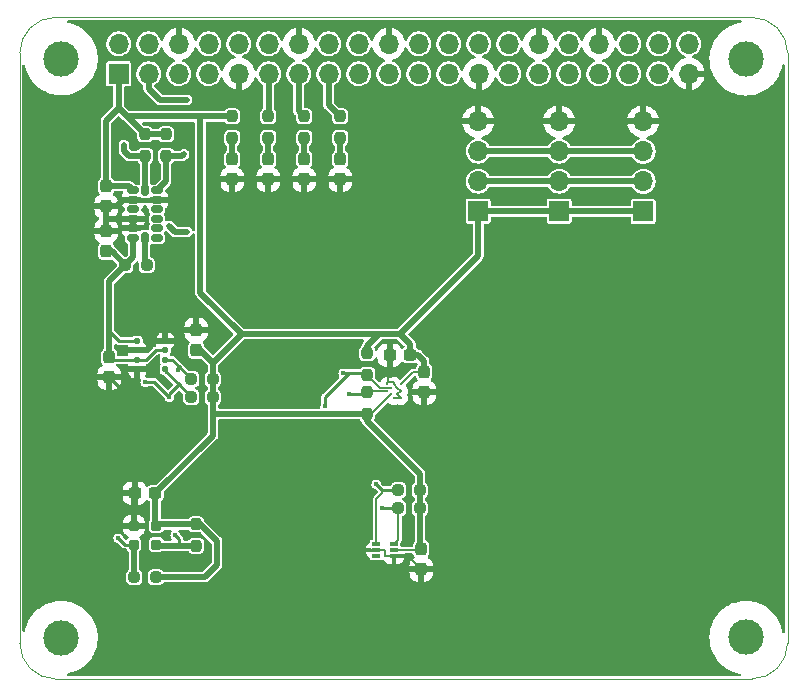
<source format=gbr>
G04 #@! TF.GenerationSoftware,KiCad,Pcbnew,(6.0.4)*
G04 #@! TF.CreationDate,2022-07-17T15:07:22+02:00*
G04 #@! TF.ProjectId,EDU_V2_Hat,4544555f-5632-45f4-9861-742e6b696361,rev?*
G04 #@! TF.SameCoordinates,Original*
G04 #@! TF.FileFunction,Copper,L1,Top*
G04 #@! TF.FilePolarity,Positive*
%FSLAX46Y46*%
G04 Gerber Fmt 4.6, Leading zero omitted, Abs format (unit mm)*
G04 Created by KiCad (PCBNEW (6.0.4)) date 2022-07-17 15:07:22*
%MOMM*%
%LPD*%
G01*
G04 APERTURE LIST*
G04 Aperture macros list*
%AMRoundRect*
0 Rectangle with rounded corners*
0 $1 Rounding radius*
0 $2 $3 $4 $5 $6 $7 $8 $9 X,Y pos of 4 corners*
0 Add a 4 corners polygon primitive as box body*
4,1,4,$2,$3,$4,$5,$6,$7,$8,$9,$2,$3,0*
0 Add four circle primitives for the rounded corners*
1,1,$1+$1,$2,$3*
1,1,$1+$1,$4,$5*
1,1,$1+$1,$6,$7*
1,1,$1+$1,$8,$9*
0 Add four rect primitives between the rounded corners*
20,1,$1+$1,$2,$3,$4,$5,0*
20,1,$1+$1,$4,$5,$6,$7,0*
20,1,$1+$1,$6,$7,$8,$9,0*
20,1,$1+$1,$8,$9,$2,$3,0*%
G04 Aperture macros list end*
G04 #@! TA.AperFunction,Profile*
%ADD10C,0.100000*%
G04 #@! TD*
G04 #@! TA.AperFunction,WasherPad*
%ADD11C,3.000000*%
G04 #@! TD*
G04 #@! TA.AperFunction,SMDPad,CuDef*
%ADD12RoundRect,0.237500X-0.237500X0.250000X-0.237500X-0.250000X0.237500X-0.250000X0.237500X0.250000X0*%
G04 #@! TD*
G04 #@! TA.AperFunction,SMDPad,CuDef*
%ADD13RoundRect,0.237500X-0.250000X-0.237500X0.250000X-0.237500X0.250000X0.237500X-0.250000X0.237500X0*%
G04 #@! TD*
G04 #@! TA.AperFunction,SMDPad,CuDef*
%ADD14RoundRect,0.237500X0.237500X-0.287500X0.237500X0.287500X-0.237500X0.287500X-0.237500X-0.287500X0*%
G04 #@! TD*
G04 #@! TA.AperFunction,SMDPad,CuDef*
%ADD15RoundRect,0.125000X-0.137500X0.125000X-0.137500X-0.125000X0.137500X-0.125000X0.137500X0.125000X0*%
G04 #@! TD*
G04 #@! TA.AperFunction,SMDPad,CuDef*
%ADD16RoundRect,0.237500X0.237500X-0.300000X0.237500X0.300000X-0.237500X0.300000X-0.237500X-0.300000X0*%
G04 #@! TD*
G04 #@! TA.AperFunction,ComponentPad*
%ADD17R,1.700000X1.700000*%
G04 #@! TD*
G04 #@! TA.AperFunction,ComponentPad*
%ADD18O,1.700000X1.700000*%
G04 #@! TD*
G04 #@! TA.AperFunction,SMDPad,CuDef*
%ADD19RoundRect,0.237500X-0.300000X-0.237500X0.300000X-0.237500X0.300000X0.237500X-0.300000X0.237500X0*%
G04 #@! TD*
G04 #@! TA.AperFunction,SMDPad,CuDef*
%ADD20RoundRect,0.150000X-0.325000X-0.150000X0.325000X-0.150000X0.325000X0.150000X-0.325000X0.150000X0*%
G04 #@! TD*
G04 #@! TA.AperFunction,SMDPad,CuDef*
%ADD21RoundRect,0.150000X-0.150000X-0.325000X0.150000X-0.325000X0.150000X0.325000X-0.150000X0.325000X0*%
G04 #@! TD*
G04 #@! TA.AperFunction,SMDPad,CuDef*
%ADD22RoundRect,0.237500X-0.237500X0.300000X-0.237500X-0.300000X0.237500X-0.300000X0.237500X0.300000X0*%
G04 #@! TD*
G04 #@! TA.AperFunction,SMDPad,CuDef*
%ADD23RoundRect,0.237500X0.237500X-0.250000X0.237500X0.250000X-0.237500X0.250000X-0.237500X-0.250000X0*%
G04 #@! TD*
G04 #@! TA.AperFunction,SMDPad,CuDef*
%ADD24R,0.700000X0.340000*%
G04 #@! TD*
G04 #@! TA.AperFunction,SMDPad,CuDef*
%ADD25C,0.200000*%
G04 #@! TD*
G04 #@! TA.AperFunction,SMDPad,CuDef*
%ADD26RoundRect,0.100000X0.300000X0.300000X-0.300000X0.300000X-0.300000X-0.300000X0.300000X-0.300000X0*%
G04 #@! TD*
G04 #@! TA.AperFunction,ViaPad*
%ADD27C,0.400000*%
G04 #@! TD*
G04 #@! TA.AperFunction,Conductor*
%ADD28C,0.500000*%
G04 #@! TD*
G04 #@! TA.AperFunction,Conductor*
%ADD29C,0.250000*%
G04 #@! TD*
G04 #@! TA.AperFunction,Conductor*
%ADD30C,0.150000*%
G04 #@! TD*
G04 APERTURE END LIST*
D10*
X143546356Y-113817611D02*
X143546356Y-63817611D01*
X78546356Y-63817611D02*
X78546356Y-113817611D01*
X140546356Y-116817556D02*
G75*
G03*
X143546351Y-113822847I44J2999956D01*
G01*
X140546356Y-60817611D02*
X81546356Y-60817611D01*
X81546356Y-116817611D02*
X140546356Y-116817611D01*
X143546389Y-63817611D02*
G75*
G03*
X140546356Y-60817611I-2999989J11D01*
G01*
X81546356Y-60817556D02*
G75*
G03*
X78546356Y-63817611I44J-3000044D01*
G01*
X78546389Y-113817611D02*
G75*
G03*
X81546356Y-116817611I3000011J11D01*
G01*
D11*
X82040000Y-64310000D03*
X140040000Y-64330000D03*
X82040000Y-113320000D03*
X140030000Y-113310000D03*
D12*
X107950000Y-92559500D03*
X107950000Y-94384500D03*
X96520000Y-69191500D03*
X96520000Y-71016500D03*
D13*
X110593500Y-102362000D03*
X112418500Y-102362000D03*
D14*
X102616000Y-74535000D03*
X102616000Y-72785000D03*
D15*
X90849500Y-88208000D03*
X90849500Y-89008000D03*
X90849500Y-89808000D03*
X90849500Y-90608000D03*
X88474500Y-90608000D03*
X88474500Y-89808000D03*
X88474500Y-89008000D03*
X88474500Y-88208000D03*
D16*
X85852000Y-78893500D03*
X85852000Y-80618500D03*
D14*
X105664000Y-74535000D03*
X105664000Y-72785000D03*
D12*
X102616000Y-69191500D03*
X102616000Y-71016500D03*
D17*
X117358000Y-77226000D03*
D18*
X117358000Y-74686000D03*
X117358000Y-72146000D03*
X117358000Y-69606000D03*
D13*
X88241500Y-108204000D03*
X90066500Y-108204000D03*
X93067500Y-91440000D03*
X94892500Y-91440000D03*
D19*
X88291500Y-101092000D03*
X90016500Y-101092000D03*
D12*
X99568000Y-69191500D03*
X99568000Y-71016500D03*
D20*
X88154000Y-75470000D03*
X88154000Y-76270000D03*
X88154000Y-77070000D03*
X88154000Y-77870000D03*
X88154000Y-78670000D03*
X88154000Y-79470000D03*
D21*
X89154000Y-79470000D03*
D20*
X90154000Y-79470000D03*
X90154000Y-78670000D03*
X90154000Y-77870000D03*
X90154000Y-77070000D03*
X90154000Y-76270000D03*
X90154000Y-75470000D03*
D21*
X89154000Y-75470000D03*
D22*
X85852000Y-76808500D03*
X85852000Y-75083500D03*
D13*
X87479500Y-81788000D03*
X89304500Y-81788000D03*
D23*
X107950000Y-91082500D03*
X107950000Y-89257500D03*
D24*
X108724000Y-105418000D03*
X108724000Y-105918000D03*
X108724000Y-106418000D03*
X110224000Y-106418000D03*
X110224000Y-105918000D03*
X110224000Y-105418000D03*
D12*
X90932000Y-70715500D03*
X90932000Y-72540500D03*
D16*
X86106000Y-89561500D03*
X86106000Y-91286500D03*
D25*
X109670000Y-93022000D03*
X109670000Y-92456000D03*
X109670000Y-91890000D03*
X109953000Y-92739000D03*
X109953000Y-92173000D03*
X110236000Y-93022000D03*
X110236000Y-91890000D03*
X110519000Y-92739000D03*
X110519000Y-92173000D03*
X110802000Y-93022000D03*
X110802000Y-92456000D03*
X110802000Y-91890000D03*
D14*
X96520000Y-74535000D03*
X96520000Y-72785000D03*
D13*
X110593500Y-100838000D03*
X112418500Y-100838000D03*
D12*
X105664000Y-69191500D03*
X105664000Y-71016500D03*
D19*
X109881500Y-89408000D03*
X111606500Y-89408000D03*
D23*
X93472000Y-105560500D03*
X93472000Y-103735500D03*
D17*
X131328000Y-77236000D03*
D18*
X131328000Y-74696000D03*
X131328000Y-72156000D03*
X131328000Y-69616000D03*
D14*
X99568000Y-74535000D03*
X99568000Y-72785000D03*
D26*
X88204000Y-103848000D03*
X88204000Y-105448000D03*
X90104000Y-105448000D03*
X90104000Y-103848000D03*
D22*
X112522000Y-105817500D03*
X112522000Y-107542500D03*
D17*
X124216000Y-77226000D03*
D18*
X124216000Y-74686000D03*
X124216000Y-72146000D03*
X124216000Y-69606000D03*
D12*
X89154000Y-70715500D03*
X89154000Y-72540500D03*
D22*
X112776000Y-90831500D03*
X112776000Y-92556500D03*
X93472000Y-87275500D03*
X93472000Y-89000500D03*
D13*
X93067500Y-92964000D03*
X94892500Y-92964000D03*
D17*
X86920000Y-65590000D03*
D18*
X86920000Y-63050000D03*
X89460000Y-65590000D03*
X89460000Y-63050000D03*
X92000000Y-65590000D03*
X92000000Y-63050000D03*
X94540000Y-65590000D03*
X94540000Y-63050000D03*
X97080000Y-65590000D03*
X97080000Y-63050000D03*
X99620000Y-65590000D03*
X99620000Y-63050000D03*
X102160000Y-65590000D03*
X102160000Y-63050000D03*
X104700000Y-65590000D03*
X104700000Y-63050000D03*
X107240000Y-65590000D03*
X107240000Y-63050000D03*
X109780000Y-65590000D03*
X109780000Y-63050000D03*
X112320000Y-65590000D03*
X112320000Y-63050000D03*
X114860000Y-65590000D03*
X114860000Y-63050000D03*
X117400000Y-65590000D03*
X117400000Y-63050000D03*
X119940000Y-65590000D03*
X119940000Y-63050000D03*
X122480000Y-65590000D03*
X122480000Y-63050000D03*
X125020000Y-65590000D03*
X125020000Y-63050000D03*
X127560000Y-65590000D03*
X127560000Y-63050000D03*
X130100000Y-65590000D03*
X130100000Y-63050000D03*
X132640000Y-65590000D03*
X132640000Y-63050000D03*
X135180000Y-65590000D03*
X135180000Y-63050000D03*
D27*
X86868000Y-104902000D03*
X105918000Y-90932000D03*
X104394000Y-93726000D03*
X109220000Y-102362000D03*
X92456000Y-72390000D03*
X91948000Y-90678000D03*
X92710000Y-67818000D03*
X87376000Y-71628000D03*
X91694000Y-104648000D03*
X91186000Y-92964000D03*
X92710000Y-78994000D03*
X106426000Y-92710000D03*
X89154000Y-91694000D03*
X91186000Y-78486000D03*
X108712000Y-100330000D03*
D28*
X117358000Y-81016000D02*
X117358000Y-77226000D01*
X110744000Y-87630000D02*
X117358000Y-81016000D01*
D29*
X88474500Y-89008000D02*
X89046000Y-89008000D01*
D28*
X88154000Y-77870000D02*
X85998000Y-77870000D01*
D29*
X89846000Y-88208000D02*
X90849500Y-88208000D01*
D30*
X109474000Y-105918000D02*
X109474000Y-106426000D01*
D29*
X89046000Y-89008000D02*
X89846000Y-88208000D01*
D30*
X110802000Y-92456000D02*
X110519000Y-92739000D01*
D28*
X85998000Y-77870000D02*
X85852000Y-77724000D01*
X88154000Y-76270000D02*
X87306000Y-76270000D01*
D30*
X110519000Y-92739000D02*
X110802000Y-93022000D01*
X109728000Y-91694000D02*
X109728000Y-89561500D01*
D28*
X88204000Y-103848000D02*
X88204000Y-101179500D01*
D30*
X110216000Y-106426000D02*
X110224000Y-106418000D01*
D28*
X96520000Y-74535000D02*
X99568000Y-74535000D01*
D30*
X110236000Y-91694000D02*
X109728000Y-91694000D01*
X109670000Y-91752000D02*
X109670000Y-91890000D01*
X110236000Y-93022000D02*
X110802000Y-93022000D01*
X109474000Y-106426000D02*
X110216000Y-106426000D01*
X108724000Y-105918000D02*
X109474000Y-105918000D01*
X111397500Y-106418000D02*
X112522000Y-107542500D01*
D28*
X102616000Y-74535000D02*
X99568000Y-74535000D01*
D29*
X88291500Y-93472000D02*
X88291500Y-101092000D01*
D30*
X110224000Y-106418000D02*
X111397500Y-106418000D01*
D29*
X86106000Y-91286500D02*
X88291500Y-93472000D01*
D28*
X88154000Y-78670000D02*
X88154000Y-77870000D01*
X85852000Y-77724000D02*
X85852000Y-78893500D01*
D30*
X110519000Y-92173000D02*
X110802000Y-92456000D01*
D28*
X124216000Y-69606000D02*
X131318000Y-69606000D01*
X86767500Y-76808500D02*
X85852000Y-76808500D01*
X105664000Y-74535000D02*
X102616000Y-74535000D01*
X131318000Y-69606000D02*
X131328000Y-69616000D01*
X117358000Y-69606000D02*
X124216000Y-69606000D01*
D30*
X110519000Y-92173000D02*
X110236000Y-91890000D01*
D28*
X124206000Y-69596000D02*
X124216000Y-69606000D01*
X87306000Y-76270000D02*
X86767500Y-76808500D01*
D30*
X109728000Y-91694000D02*
X109670000Y-91752000D01*
D28*
X88204000Y-101179500D02*
X88291500Y-101092000D01*
D30*
X109728000Y-89561500D02*
X109881500Y-89408000D01*
D28*
X85852000Y-76808500D02*
X85852000Y-77724000D01*
D30*
X110236000Y-91890000D02*
X110236000Y-91694000D01*
D29*
X88474500Y-89808000D02*
X89262000Y-89808000D01*
D28*
X124216000Y-77226000D02*
X131318000Y-77226000D01*
X93829500Y-69191500D02*
X87630000Y-69191500D01*
X112776000Y-89916000D02*
X112776000Y-90831500D01*
X94892500Y-90066500D02*
X97329000Y-87630000D01*
X94892500Y-92964000D02*
X94892500Y-94337500D01*
X86310000Y-80618500D02*
X87479500Y-81788000D01*
D30*
X111860500Y-90831500D02*
X112776000Y-90831500D01*
D28*
X108966000Y-87630000D02*
X110744000Y-87630000D01*
X93829500Y-69191500D02*
X93829500Y-84130500D01*
D30*
X108307500Y-94384500D02*
X107950000Y-94384500D01*
D29*
X89262000Y-89808000D02*
X90062000Y-89008000D01*
D28*
X90104000Y-103848000D02*
X90132000Y-103848000D01*
X94939500Y-94384500D02*
X94892500Y-94337500D01*
X131318000Y-77226000D02*
X131328000Y-77236000D01*
X93472000Y-103735500D02*
X90216500Y-103735500D01*
X117358000Y-77226000D02*
X124216000Y-77226000D01*
X111606500Y-88492500D02*
X111606500Y-89408000D01*
X110744000Y-87630000D02*
X111606500Y-88492500D01*
X94892500Y-96216000D02*
X90016500Y-101092000D01*
X88154000Y-79470000D02*
X88154000Y-81113500D01*
X86106000Y-83161500D02*
X86106000Y-87376000D01*
X93829500Y-103735500D02*
X93472000Y-103735500D01*
X90216500Y-103735500D02*
X90104000Y-103848000D01*
X93829500Y-84130500D02*
X97329000Y-87630000D01*
X95250000Y-105156000D02*
X93829500Y-103735500D01*
X86920000Y-68481500D02*
X85852000Y-69549500D01*
X86106000Y-87376000D02*
X86106000Y-89561500D01*
D29*
X88474500Y-89808000D02*
X86352500Y-89808000D01*
D28*
X95250000Y-107188000D02*
X95250000Y-105156000D01*
X112268000Y-89408000D02*
X112776000Y-89916000D01*
D30*
X112421500Y-105918000D02*
X112522000Y-105817500D01*
D29*
X86352500Y-89808000D02*
X86106000Y-89561500D01*
D28*
X88154000Y-81113500D02*
X87479500Y-81788000D01*
X94892500Y-92964000D02*
X94892500Y-91440000D01*
X90016500Y-101092000D02*
X90016500Y-103760500D01*
X112418500Y-99464500D02*
X107950000Y-94996000D01*
X94892500Y-94337500D02*
X94892500Y-96216000D01*
X96520000Y-69191500D02*
X93829500Y-69191500D01*
D30*
X110802000Y-91890000D02*
X111860500Y-90831500D01*
D28*
X112418500Y-100838000D02*
X112418500Y-99464500D01*
X107950000Y-88646000D02*
X108966000Y-87630000D01*
D30*
X110224000Y-105918000D02*
X112421500Y-105918000D01*
D28*
X85852000Y-80618500D02*
X86310000Y-80618500D01*
X107950000Y-94384500D02*
X94939500Y-94384500D01*
X94234000Y-108204000D02*
X95250000Y-107188000D01*
X87630000Y-69191500D02*
X86920000Y-68481500D01*
X124206000Y-77216000D02*
X124216000Y-77226000D01*
X86920000Y-65590000D02*
X86920000Y-68481500D01*
X112418500Y-100838000D02*
X112418500Y-102362000D01*
X90016500Y-103760500D02*
X90104000Y-103848000D01*
D30*
X109670000Y-93022000D02*
X108307500Y-94384500D01*
D28*
X85852000Y-69549500D02*
X85852000Y-75083500D01*
X85852000Y-75083500D02*
X87767500Y-75083500D01*
X94892500Y-90066500D02*
X94892500Y-91440000D01*
X86920000Y-68481500D02*
X89154000Y-70715500D01*
X90066500Y-108204000D02*
X94234000Y-108204000D01*
D29*
X88474500Y-88208000D02*
X86938000Y-88208000D01*
D28*
X87767500Y-75083500D02*
X88154000Y-75470000D01*
X111606500Y-89408000D02*
X112268000Y-89408000D01*
D29*
X90062000Y-89008000D02*
X90849500Y-89008000D01*
D28*
X90132000Y-103848000D02*
X90170000Y-103886000D01*
X97329000Y-87630000D02*
X108966000Y-87630000D01*
D30*
X109670000Y-93022000D02*
X109953000Y-92739000D01*
D28*
X89154000Y-70715500D02*
X90932000Y-70715500D01*
D29*
X86938000Y-88208000D02*
X86106000Y-87376000D01*
D28*
X112418500Y-102362000D02*
X112418500Y-105714000D01*
X107950000Y-89257500D02*
X107950000Y-88646000D01*
X112418500Y-105714000D02*
X112522000Y-105817500D01*
X93826500Y-89000500D02*
X94892500Y-90066500D01*
X87479500Y-81788000D02*
X86106000Y-83161500D01*
X93472000Y-89000500D02*
X93826500Y-89000500D01*
X107950000Y-94996000D02*
X107950000Y-94384500D01*
X96520000Y-71016500D02*
X96520000Y-72785000D01*
X105664000Y-71016500D02*
X105664000Y-72785000D01*
X102616000Y-71016500D02*
X102616000Y-72785000D01*
D29*
X91999750Y-90372250D02*
X91948000Y-90424000D01*
D30*
X109953000Y-92173000D02*
X109924000Y-92202000D01*
X110224000Y-105418000D02*
X110593500Y-105048500D01*
D29*
X91948000Y-90424000D02*
X91948000Y-90678000D01*
D30*
X110593500Y-105048500D02*
X110593500Y-102362000D01*
X109069500Y-92202000D02*
X107950000Y-91082500D01*
D28*
X131328000Y-72156000D02*
X124226000Y-72156000D01*
D29*
X106426000Y-90932000D02*
X104394000Y-92964000D01*
D28*
X117358000Y-72146000D02*
X124216000Y-72146000D01*
X124206000Y-72136000D02*
X124216000Y-72146000D01*
D29*
X91435500Y-89808000D02*
X91999750Y-90372250D01*
X109220000Y-102362000D02*
X110593500Y-102362000D01*
X105918000Y-90932000D02*
X106426000Y-90932000D01*
X87414000Y-105448000D02*
X88204000Y-105448000D01*
X104394000Y-92964000D02*
X104394000Y-93726000D01*
D28*
X89460000Y-66854000D02*
X90424000Y-67818000D01*
X92305500Y-72540500D02*
X90932000Y-72540500D01*
X92456000Y-72390000D02*
X92305500Y-72540500D01*
D30*
X109924000Y-92202000D02*
X109069500Y-92202000D01*
D29*
X86868000Y-104902000D02*
X87414000Y-105448000D01*
X91999750Y-90372250D02*
X93067500Y-91440000D01*
D28*
X88204000Y-105448000D02*
X88204000Y-108166500D01*
X90424000Y-67818000D02*
X92710000Y-67818000D01*
X88204000Y-108166500D02*
X88241500Y-108204000D01*
X89460000Y-65590000D02*
X89460000Y-66854000D01*
D29*
X107799500Y-90932000D02*
X107950000Y-91082500D01*
D28*
X90932000Y-72540500D02*
X90932000Y-74692000D01*
D29*
X106426000Y-90932000D02*
X107799500Y-90932000D01*
X90849500Y-89808000D02*
X91435500Y-89808000D01*
D28*
X124226000Y-72156000D02*
X124216000Y-72146000D01*
X90932000Y-74692000D02*
X90154000Y-75470000D01*
D29*
X91694000Y-104648000D02*
X92051500Y-105005500D01*
D30*
X109220000Y-101092000D02*
X109220000Y-100838000D01*
D28*
X87780500Y-72540500D02*
X89154000Y-72540500D01*
D29*
X107799500Y-92710000D02*
X107950000Y-92559500D01*
D28*
X89154000Y-72540500D02*
X89154000Y-75470000D01*
X124216000Y-74686000D02*
X117358000Y-74686000D01*
X90216500Y-105560500D02*
X92051500Y-105560500D01*
D29*
X91186000Y-92964000D02*
X91186000Y-92710000D01*
D30*
X109670000Y-92456000D02*
X108053500Y-92456000D01*
D28*
X92710000Y-78994000D02*
X91694000Y-78994000D01*
D29*
X92051500Y-105005500D02*
X92051500Y-105560500D01*
D28*
X87376000Y-72136000D02*
X87780500Y-72540500D01*
D29*
X90849500Y-90746000D02*
X91999750Y-91896250D01*
D28*
X87376000Y-71628000D02*
X87376000Y-72136000D01*
D29*
X91186000Y-92710000D02*
X91999750Y-91896250D01*
D28*
X131328000Y-74696000D02*
X124226000Y-74696000D01*
D30*
X108053500Y-92456000D02*
X107950000Y-92559500D01*
D29*
X90849500Y-90608000D02*
X90849500Y-90746000D01*
X89916000Y-91694000D02*
X89154000Y-91694000D01*
D28*
X92051500Y-105560500D02*
X93472000Y-105560500D01*
D29*
X106426000Y-92710000D02*
X107799500Y-92710000D01*
D28*
X90104000Y-105448000D02*
X90216500Y-105560500D01*
D29*
X91186000Y-92964000D02*
X89916000Y-91694000D01*
D28*
X91694000Y-78994000D02*
X91186000Y-78486000D01*
D29*
X91999750Y-91896250D02*
X93067500Y-92964000D01*
X109220000Y-100838000D02*
X110593500Y-100838000D01*
X108712000Y-100330000D02*
X109220000Y-100838000D01*
D30*
X108724000Y-101588000D02*
X109220000Y-101092000D01*
X108724000Y-105418000D02*
X108724000Y-101588000D01*
D28*
X89154000Y-81637500D02*
X89304500Y-81788000D01*
X89154000Y-79470000D02*
X89154000Y-81637500D01*
X99568000Y-71016500D02*
X99568000Y-72785000D01*
X104700000Y-68227500D02*
X105664000Y-69191500D01*
X104700000Y-65590000D02*
X104700000Y-68227500D01*
X102160000Y-65590000D02*
X102160000Y-68735500D01*
X102160000Y-68735500D02*
X102616000Y-69191500D01*
X99620000Y-65590000D02*
X99620000Y-69139500D01*
X99620000Y-69139500D02*
X99568000Y-69191500D01*
G04 #@! TA.AperFunction,Conductor*
G36*
X139597518Y-61038113D02*
G01*
X139644011Y-61091769D01*
X139654115Y-61162043D01*
X139624621Y-61226623D01*
X139564895Y-61265007D01*
X139549542Y-61268490D01*
X139376639Y-61296494D01*
X139376636Y-61296495D01*
X139373164Y-61297057D01*
X139369777Y-61298003D01*
X139369771Y-61298004D01*
X139114265Y-61369343D01*
X139039241Y-61390290D01*
X138926362Y-61435896D01*
X138721055Y-61518845D01*
X138721051Y-61518847D01*
X138717791Y-61520164D01*
X138714704Y-61521833D01*
X138714700Y-61521835D01*
X138683143Y-61538898D01*
X138412822Y-61685060D01*
X138128134Y-61882923D01*
X138125492Y-61885236D01*
X138125488Y-61885239D01*
X137909712Y-62074137D01*
X137867276Y-62111287D01*
X137633499Y-62367306D01*
X137429717Y-62647787D01*
X137427975Y-62650853D01*
X137427974Y-62650855D01*
X137410554Y-62681520D01*
X137258470Y-62949237D01*
X137216786Y-63046494D01*
X137136245Y-63234411D01*
X137121893Y-63267896D01*
X137109561Y-63308742D01*
X137026680Y-63583257D01*
X137021687Y-63599793D01*
X137010848Y-63658851D01*
X136961273Y-63928965D01*
X136959102Y-63940792D01*
X136934918Y-64286642D01*
X136949436Y-64633032D01*
X136969601Y-64763293D01*
X136992723Y-64912649D01*
X137002475Y-64975646D01*
X137093375Y-65310212D01*
X137221001Y-65632560D01*
X137222647Y-65635656D01*
X137222649Y-65635660D01*
X137274142Y-65732503D01*
X137383765Y-65938673D01*
X137385750Y-65941572D01*
X137577645Y-66221829D01*
X137577650Y-66221835D01*
X137579636Y-66224736D01*
X137806173Y-66487182D01*
X137808743Y-66489562D01*
X137808747Y-66489566D01*
X137884450Y-66559667D01*
X138060553Y-66722740D01*
X138063375Y-66724821D01*
X138063378Y-66724823D01*
X138139918Y-66781253D01*
X138339605Y-66928475D01*
X138639852Y-67101823D01*
X138957550Y-67240621D01*
X138960906Y-67241660D01*
X138960909Y-67241661D01*
X139285379Y-67342102D01*
X139288739Y-67343142D01*
X139292191Y-67343800D01*
X139292197Y-67343802D01*
X139625842Y-67407448D01*
X139625847Y-67407449D01*
X139629293Y-67408106D01*
X139857780Y-67425687D01*
X139971469Y-67434435D01*
X139971470Y-67434435D01*
X139974966Y-67434704D01*
X140204159Y-67426700D01*
X140317933Y-67422727D01*
X140317937Y-67422727D01*
X140321449Y-67422604D01*
X140324928Y-67422090D01*
X140324931Y-67422090D01*
X140660932Y-67372474D01*
X140660938Y-67372473D01*
X140664424Y-67371958D01*
X140667828Y-67371059D01*
X140667831Y-67371058D01*
X140996226Y-67284293D01*
X140996227Y-67284293D01*
X140999617Y-67283397D01*
X141322848Y-67158023D01*
X141630090Y-66997401D01*
X141821476Y-66868310D01*
X141914597Y-66805499D01*
X141914599Y-66805498D01*
X141917513Y-66803532D01*
X141961026Y-66766500D01*
X142178861Y-66581107D01*
X142178862Y-66581106D01*
X142181534Y-66578832D01*
X142238442Y-66518231D01*
X142416452Y-66328671D01*
X142416456Y-66328666D01*
X142418863Y-66326103D01*
X142420968Y-66323289D01*
X142420974Y-66323282D01*
X142624432Y-66051313D01*
X142626541Y-66048494D01*
X142647076Y-66013494D01*
X142723688Y-65882910D01*
X142801980Y-65749465D01*
X142810885Y-65729465D01*
X142941562Y-65435961D01*
X142941564Y-65435956D01*
X142942994Y-65432744D01*
X143047824Y-65102278D01*
X143051784Y-65082278D01*
X143096256Y-64857679D01*
X143129108Y-64794740D01*
X143190772Y-64759555D01*
X143261671Y-64763293D01*
X143319293Y-64804768D01*
X143345345Y-64870812D01*
X143345856Y-64882152D01*
X143345856Y-112822156D01*
X143325854Y-112890277D01*
X143272198Y-112936770D01*
X143201924Y-112946874D01*
X143137344Y-112917380D01*
X143098960Y-112857654D01*
X143095621Y-112843169D01*
X143058803Y-112625488D01*
X143058802Y-112625484D01*
X143058214Y-112622007D01*
X143047104Y-112583260D01*
X143034098Y-112537904D01*
X142962652Y-112288742D01*
X142916259Y-112176183D01*
X142831875Y-111971452D01*
X142831871Y-111971444D01*
X142830537Y-111968207D01*
X142663516Y-111664397D01*
X142463670Y-111381097D01*
X142233490Y-111121839D01*
X141975846Y-110889856D01*
X141693948Y-110688037D01*
X141690885Y-110686325D01*
X141690880Y-110686322D01*
X141412281Y-110530618D01*
X141391311Y-110518898D01*
X141388066Y-110517534D01*
X141388062Y-110517532D01*
X141211347Y-110443248D01*
X141071706Y-110384549D01*
X141068343Y-110383559D01*
X141068334Y-110383556D01*
X140863222Y-110323189D01*
X140739117Y-110286663D01*
X140430181Y-110232189D01*
X140401150Y-110227070D01*
X140401148Y-110227070D01*
X140397690Y-110226460D01*
X140394181Y-110226239D01*
X140394179Y-110226239D01*
X140055198Y-110204912D01*
X140055192Y-110204912D01*
X140051680Y-110204691D01*
X139953499Y-110209493D01*
X139708906Y-110221455D01*
X139708897Y-110221456D01*
X139705399Y-110221627D01*
X139701931Y-110222189D01*
X139701928Y-110222189D01*
X139366639Y-110276494D01*
X139366636Y-110276495D01*
X139363164Y-110277057D01*
X139359777Y-110278003D01*
X139359771Y-110278004D01*
X139083857Y-110355041D01*
X139029241Y-110370290D01*
X138868516Y-110435227D01*
X138711055Y-110498845D01*
X138711051Y-110498847D01*
X138707791Y-110500164D01*
X138704704Y-110501833D01*
X138704700Y-110501835D01*
X138651467Y-110530618D01*
X138402822Y-110665060D01*
X138118134Y-110862923D01*
X138115492Y-110865236D01*
X138115488Y-110865239D01*
X138073253Y-110902213D01*
X137857276Y-111091287D01*
X137623499Y-111347306D01*
X137419717Y-111627787D01*
X137417975Y-111630853D01*
X137417974Y-111630855D01*
X137414036Y-111637787D01*
X137248470Y-111929237D01*
X137111893Y-112247896D01*
X137011687Y-112579793D01*
X136984951Y-112725468D01*
X136954703Y-112890277D01*
X136949102Y-112920792D01*
X136924918Y-113266642D01*
X136939436Y-113613032D01*
X136939974Y-113616505D01*
X136983582Y-113898198D01*
X136992475Y-113955646D01*
X136993397Y-113959038D01*
X136993397Y-113959040D01*
X136998184Y-113976660D01*
X137083375Y-114290212D01*
X137211001Y-114612560D01*
X137373765Y-114918673D01*
X137375750Y-114921572D01*
X137567645Y-115201829D01*
X137567650Y-115201835D01*
X137569636Y-115204736D01*
X137796173Y-115467182D01*
X137798743Y-115469562D01*
X137798747Y-115469566D01*
X137892383Y-115556273D01*
X138050553Y-115702740D01*
X138053375Y-115704821D01*
X138053378Y-115704823D01*
X138066942Y-115714823D01*
X138329605Y-115908475D01*
X138332642Y-115910229D01*
X138332646Y-115910231D01*
X138426293Y-115964298D01*
X138629852Y-116081823D01*
X138947550Y-116220621D01*
X138950906Y-116221660D01*
X138950909Y-116221661D01*
X139275379Y-116322102D01*
X139278739Y-116323142D01*
X139282191Y-116323800D01*
X139282197Y-116323802D01*
X139510449Y-116367343D01*
X139573615Y-116399755D01*
X139609230Y-116461172D01*
X139605987Y-116532095D01*
X139564915Y-116590005D01*
X139499055Y-116616517D01*
X139486839Y-116617111D01*
X82652322Y-116617111D01*
X82584201Y-116597109D01*
X82537708Y-116543453D01*
X82527604Y-116473179D01*
X82557098Y-116408599D01*
X82616824Y-116370215D01*
X82633916Y-116366463D01*
X82660932Y-116362474D01*
X82660938Y-116362473D01*
X82664424Y-116361958D01*
X82667828Y-116361059D01*
X82667831Y-116361058D01*
X82996226Y-116274293D01*
X82996227Y-116274293D01*
X82999617Y-116273397D01*
X83322848Y-116148023D01*
X83630090Y-115987401D01*
X83750188Y-115906394D01*
X83914597Y-115795499D01*
X83914599Y-115795498D01*
X83917513Y-115793532D01*
X84021746Y-115704823D01*
X84178861Y-115571107D01*
X84178862Y-115571106D01*
X84181534Y-115568832D01*
X84279488Y-115464522D01*
X84416452Y-115318671D01*
X84416456Y-115318666D01*
X84418863Y-115316103D01*
X84420968Y-115313289D01*
X84420974Y-115313282D01*
X84624432Y-115041313D01*
X84626541Y-115038494D01*
X84690973Y-114928673D01*
X84794409Y-114752369D01*
X84801980Y-114739465D01*
X84859934Y-114609299D01*
X84941562Y-114425961D01*
X84941564Y-114425956D01*
X84942994Y-114422744D01*
X85047824Y-114092278D01*
X85115164Y-113752186D01*
X85144174Y-113406707D01*
X85145385Y-113320000D01*
X85126032Y-112973846D01*
X85117655Y-112924314D01*
X85068803Y-112635488D01*
X85068802Y-112635484D01*
X85068214Y-112632007D01*
X85064375Y-112618617D01*
X84973621Y-112302122D01*
X84972652Y-112298742D01*
X84926259Y-112186183D01*
X84841875Y-111981452D01*
X84841871Y-111981444D01*
X84840537Y-111978207D01*
X84673516Y-111674397D01*
X84473670Y-111391097D01*
X84243490Y-111131839D01*
X83985846Y-110899856D01*
X83703948Y-110698037D01*
X83700885Y-110696325D01*
X83700880Y-110696322D01*
X83545878Y-110609694D01*
X83401311Y-110528898D01*
X83398066Y-110527534D01*
X83398062Y-110527532D01*
X83084948Y-110395912D01*
X83081706Y-110394549D01*
X83078343Y-110393559D01*
X83078334Y-110393556D01*
X82873222Y-110333189D01*
X82749117Y-110296663D01*
X82476065Y-110248516D01*
X82411150Y-110237070D01*
X82411148Y-110237070D01*
X82407690Y-110236460D01*
X82404181Y-110236239D01*
X82404179Y-110236239D01*
X82065198Y-110214912D01*
X82065192Y-110214912D01*
X82061680Y-110214691D01*
X81963499Y-110219493D01*
X81718906Y-110231455D01*
X81718897Y-110231456D01*
X81715399Y-110231627D01*
X81711931Y-110232189D01*
X81711928Y-110232189D01*
X81376639Y-110286494D01*
X81376636Y-110286495D01*
X81373164Y-110287057D01*
X81369777Y-110288003D01*
X81369771Y-110288004D01*
X81093857Y-110365041D01*
X81039241Y-110380290D01*
X80878516Y-110445227D01*
X80721055Y-110508845D01*
X80721051Y-110508847D01*
X80717791Y-110510164D01*
X80714704Y-110511833D01*
X80714700Y-110511835D01*
X80683143Y-110528898D01*
X80412822Y-110675060D01*
X80128134Y-110872923D01*
X80125492Y-110875236D01*
X80125488Y-110875239D01*
X80094676Y-110902213D01*
X79867276Y-111101287D01*
X79633499Y-111357306D01*
X79429717Y-111637787D01*
X79258470Y-111939237D01*
X79121893Y-112257896D01*
X79021687Y-112589793D01*
X78998558Y-112715814D01*
X78996786Y-112725468D01*
X78964815Y-112788859D01*
X78903648Y-112824902D01*
X78832705Y-112822155D01*
X78774509Y-112781488D01*
X78747538Y-112715814D01*
X78746856Y-112702723D01*
X78746856Y-104902000D01*
X86462508Y-104902000D01*
X86464059Y-104911793D01*
X86480213Y-105013784D01*
X86482354Y-105027304D01*
X86539950Y-105140342D01*
X86629658Y-105230050D01*
X86742696Y-105287646D01*
X86752485Y-105289197D01*
X86752487Y-105289197D01*
X86762414Y-105290769D01*
X86831797Y-105326123D01*
X87169889Y-105664215D01*
X87177316Y-105672319D01*
X87201545Y-105701194D01*
X87211094Y-105706707D01*
X87234185Y-105720039D01*
X87243456Y-105725945D01*
X87274316Y-105747554D01*
X87284966Y-105750408D01*
X87288134Y-105751885D01*
X87291410Y-105753077D01*
X87300955Y-105758588D01*
X87334699Y-105764538D01*
X87338058Y-105765130D01*
X87348785Y-105767508D01*
X87385193Y-105777264D01*
X87396169Y-105776304D01*
X87396172Y-105776304D01*
X87422743Y-105773979D01*
X87433724Y-105773500D01*
X87504573Y-105773500D01*
X87572694Y-105793502D01*
X87619724Y-105848352D01*
X87652061Y-105921153D01*
X87660294Y-105929372D01*
X87660295Y-105929373D01*
X87716518Y-105985498D01*
X87750597Y-106047781D01*
X87753500Y-106074671D01*
X87753500Y-107534159D01*
X87733498Y-107602280D01*
X87702358Y-107635511D01*
X87685862Y-107647695D01*
X87685860Y-107647697D01*
X87678289Y-107653289D01*
X87600039Y-107759232D01*
X87596918Y-107768119D01*
X87596917Y-107768121D01*
X87558945Y-107876249D01*
X87556399Y-107883500D01*
X87553500Y-107914167D01*
X87553501Y-108493832D01*
X87556399Y-108524500D01*
X87558944Y-108531748D01*
X87558945Y-108531751D01*
X87596611Y-108639006D01*
X87600039Y-108648768D01*
X87605634Y-108656343D01*
X87605635Y-108656345D01*
X87607865Y-108659364D01*
X87678289Y-108754711D01*
X87685860Y-108760303D01*
X87776655Y-108827365D01*
X87776657Y-108827366D01*
X87784232Y-108832961D01*
X87793119Y-108836082D01*
X87793121Y-108836083D01*
X87901252Y-108874056D01*
X87901254Y-108874057D01*
X87908500Y-108876601D01*
X87916144Y-108877324D01*
X87916146Y-108877324D01*
X87924121Y-108878078D01*
X87939167Y-108879500D01*
X88241347Y-108879500D01*
X88543832Y-108879499D01*
X88546782Y-108879220D01*
X88546787Y-108879220D01*
X88566850Y-108877324D01*
X88566851Y-108877324D01*
X88574500Y-108876601D01*
X88581748Y-108874056D01*
X88581751Y-108874055D01*
X88689879Y-108836083D01*
X88689881Y-108836082D01*
X88698768Y-108832961D01*
X88706343Y-108827366D01*
X88706345Y-108827365D01*
X88797140Y-108760303D01*
X88804711Y-108754711D01*
X88875135Y-108659364D01*
X88877365Y-108656345D01*
X88877366Y-108656343D01*
X88882961Y-108648768D01*
X88886390Y-108639006D01*
X88924056Y-108531748D01*
X88924057Y-108531746D01*
X88926601Y-108524500D01*
X88929500Y-108493833D01*
X88929499Y-107914168D01*
X88927710Y-107895230D01*
X88927324Y-107891150D01*
X88927324Y-107891149D01*
X88926601Y-107883500D01*
X88924055Y-107876249D01*
X88886083Y-107768121D01*
X88886082Y-107768119D01*
X88882961Y-107759232D01*
X88804711Y-107653289D01*
X88797140Y-107647697D01*
X88797136Y-107647693D01*
X88705641Y-107580114D01*
X88662730Y-107523553D01*
X88654500Y-107478763D01*
X88654500Y-106074758D01*
X88674502Y-106006637D01*
X88691327Y-105985740D01*
X88748023Y-105928945D01*
X88756241Y-105920713D01*
X88771653Y-105885854D01*
X88797675Y-105826992D01*
X88801506Y-105818327D01*
X88804500Y-105792646D01*
X88804500Y-105103354D01*
X88801382Y-105077154D01*
X88793378Y-105059133D01*
X88760663Y-104985482D01*
X88760662Y-104985480D01*
X88755939Y-104974847D01*
X88738279Y-104957217D01*
X88696166Y-104915178D01*
X88662087Y-104852895D01*
X88667090Y-104782075D01*
X88709587Y-104725203D01*
X88736967Y-104709596D01*
X88802991Y-104682249D01*
X88817176Y-104674059D01*
X88931080Y-104586656D01*
X88942656Y-104575080D01*
X89030059Y-104461176D01*
X89038247Y-104446993D01*
X89093190Y-104314350D01*
X89097428Y-104298532D01*
X89111462Y-104191934D01*
X89112000Y-104183725D01*
X89112000Y-104120115D01*
X89107525Y-104104876D01*
X89106135Y-104103671D01*
X89098452Y-104102000D01*
X87314116Y-104102000D01*
X87298877Y-104106475D01*
X87297672Y-104107865D01*
X87296001Y-104115548D01*
X87296001Y-104183723D01*
X87296539Y-104191935D01*
X87310572Y-104298533D01*
X87314810Y-104314348D01*
X87369753Y-104446993D01*
X87377941Y-104461176D01*
X87465344Y-104575080D01*
X87476920Y-104586656D01*
X87590824Y-104674059D01*
X87605004Y-104682246D01*
X87670984Y-104709576D01*
X87726264Y-104754125D01*
X87748685Y-104821488D01*
X87731126Y-104890280D01*
X87711938Y-104915003D01*
X87651759Y-104975287D01*
X87647055Y-104985927D01*
X87640483Y-104995525D01*
X87638146Y-104993925D01*
X87603560Y-105034824D01*
X87535684Y-105055644D01*
X87467328Y-105036463D01*
X87445074Y-105018748D01*
X87292123Y-104865797D01*
X87256769Y-104796414D01*
X87255197Y-104786487D01*
X87255197Y-104786485D01*
X87253646Y-104776696D01*
X87196050Y-104663658D01*
X87106342Y-104573950D01*
X86993304Y-104516354D01*
X86983515Y-104514804D01*
X86983513Y-104514803D01*
X86877793Y-104498059D01*
X86868000Y-104496508D01*
X86858207Y-104498059D01*
X86752487Y-104514803D01*
X86752485Y-104514804D01*
X86742696Y-104516354D01*
X86629658Y-104573950D01*
X86539950Y-104663658D01*
X86482354Y-104776696D01*
X86480804Y-104786485D01*
X86480803Y-104786487D01*
X86471070Y-104847941D01*
X86462508Y-104902000D01*
X78746856Y-104902000D01*
X78746856Y-103575885D01*
X87296000Y-103575885D01*
X87300475Y-103591124D01*
X87301865Y-103592329D01*
X87309548Y-103594000D01*
X87931885Y-103594000D01*
X87947124Y-103589525D01*
X87948329Y-103588135D01*
X87950000Y-103580452D01*
X87950000Y-103575885D01*
X88458000Y-103575885D01*
X88462475Y-103591124D01*
X88463865Y-103592329D01*
X88471548Y-103594000D01*
X89093884Y-103594000D01*
X89109123Y-103589525D01*
X89110328Y-103588135D01*
X89111999Y-103580452D01*
X89111999Y-103512277D01*
X89111461Y-103504065D01*
X89097428Y-103397467D01*
X89093190Y-103381652D01*
X89038247Y-103249007D01*
X89030059Y-103234824D01*
X88942656Y-103120920D01*
X88931080Y-103109344D01*
X88817176Y-103021941D01*
X88802993Y-103013753D01*
X88670350Y-102958810D01*
X88654532Y-102954572D01*
X88547934Y-102940538D01*
X88539725Y-102940000D01*
X88476115Y-102940000D01*
X88460876Y-102944475D01*
X88459671Y-102945865D01*
X88458000Y-102953548D01*
X88458000Y-103575885D01*
X87950000Y-103575885D01*
X87950000Y-102958116D01*
X87945525Y-102942877D01*
X87944135Y-102941672D01*
X87936452Y-102940001D01*
X87868277Y-102940001D01*
X87860065Y-102940539D01*
X87753467Y-102954572D01*
X87737652Y-102958810D01*
X87605007Y-103013753D01*
X87590824Y-103021941D01*
X87476920Y-103109344D01*
X87465344Y-103120920D01*
X87377941Y-103234824D01*
X87369753Y-103249007D01*
X87314810Y-103381650D01*
X87310572Y-103397468D01*
X87296538Y-103504066D01*
X87296000Y-103512275D01*
X87296000Y-103575885D01*
X78746856Y-103575885D01*
X78746856Y-101375766D01*
X87246000Y-101375766D01*
X87246337Y-101382282D01*
X87256075Y-101476132D01*
X87258968Y-101489528D01*
X87309488Y-101640953D01*
X87315653Y-101654115D01*
X87399426Y-101789492D01*
X87408460Y-101800890D01*
X87521129Y-101913363D01*
X87532540Y-101922375D01*
X87668063Y-102005912D01*
X87681241Y-102012056D01*
X87832766Y-102062315D01*
X87846132Y-102065181D01*
X87938770Y-102074672D01*
X87945185Y-102075000D01*
X88019385Y-102075000D01*
X88034624Y-102070525D01*
X88035829Y-102069135D01*
X88037500Y-102061452D01*
X88037500Y-101364115D01*
X88033025Y-101348876D01*
X88031635Y-101347671D01*
X88023952Y-101346000D01*
X87264115Y-101346000D01*
X87248876Y-101350475D01*
X87247671Y-101351865D01*
X87246000Y-101359548D01*
X87246000Y-101375766D01*
X78746856Y-101375766D01*
X78746856Y-100819885D01*
X87246000Y-100819885D01*
X87250475Y-100835124D01*
X87251865Y-100836329D01*
X87259548Y-100838000D01*
X88019385Y-100838000D01*
X88034624Y-100833525D01*
X88035829Y-100832135D01*
X88037500Y-100824452D01*
X88037500Y-100127115D01*
X88033025Y-100111876D01*
X88031635Y-100110671D01*
X88023952Y-100109000D01*
X87945234Y-100109000D01*
X87938718Y-100109337D01*
X87844868Y-100119075D01*
X87831472Y-100121968D01*
X87680047Y-100172488D01*
X87666885Y-100178653D01*
X87531508Y-100262426D01*
X87520110Y-100271460D01*
X87407637Y-100384129D01*
X87398625Y-100395540D01*
X87315088Y-100531063D01*
X87308944Y-100544241D01*
X87258685Y-100695766D01*
X87255819Y-100709132D01*
X87246328Y-100801770D01*
X87246000Y-100808185D01*
X87246000Y-100819885D01*
X78746856Y-100819885D01*
X78746856Y-91632766D01*
X85123000Y-91632766D01*
X85123337Y-91639282D01*
X85133075Y-91733132D01*
X85135968Y-91746528D01*
X85186488Y-91897953D01*
X85192653Y-91911115D01*
X85276426Y-92046492D01*
X85285460Y-92057890D01*
X85398129Y-92170363D01*
X85409540Y-92179375D01*
X85545063Y-92262912D01*
X85558241Y-92269056D01*
X85709766Y-92319315D01*
X85723132Y-92322181D01*
X85815770Y-92331672D01*
X85822185Y-92332000D01*
X85833885Y-92332000D01*
X85849124Y-92327525D01*
X85850329Y-92326135D01*
X85852000Y-92318452D01*
X85852000Y-92313885D01*
X86360000Y-92313885D01*
X86364475Y-92329124D01*
X86365865Y-92330329D01*
X86373548Y-92332000D01*
X86389766Y-92332000D01*
X86396282Y-92331663D01*
X86490132Y-92321925D01*
X86503528Y-92319032D01*
X86654953Y-92268512D01*
X86668115Y-92262347D01*
X86803492Y-92178574D01*
X86814890Y-92169540D01*
X86927363Y-92056871D01*
X86936375Y-92045460D01*
X87019912Y-91909937D01*
X87026056Y-91896759D01*
X87076315Y-91745234D01*
X87079181Y-91731868D01*
X87088672Y-91639230D01*
X87089000Y-91632815D01*
X87089000Y-91558615D01*
X87084525Y-91543376D01*
X87083135Y-91542171D01*
X87075452Y-91540500D01*
X86378115Y-91540500D01*
X86362876Y-91544975D01*
X86361671Y-91546365D01*
X86360000Y-91554048D01*
X86360000Y-92313885D01*
X85852000Y-92313885D01*
X85852000Y-91558615D01*
X85847525Y-91543376D01*
X85846135Y-91542171D01*
X85838452Y-91540500D01*
X85141115Y-91540500D01*
X85125876Y-91544975D01*
X85124671Y-91546365D01*
X85123000Y-91554048D01*
X85123000Y-91632766D01*
X78746856Y-91632766D01*
X78746856Y-79239766D01*
X84869000Y-79239766D01*
X84869337Y-79246282D01*
X84879075Y-79340132D01*
X84881968Y-79353528D01*
X84932488Y-79504953D01*
X84938653Y-79518115D01*
X85022426Y-79653492D01*
X85031460Y-79664890D01*
X85144129Y-79777363D01*
X85155543Y-79786377D01*
X85250153Y-79844695D01*
X85297647Y-79897467D01*
X85309071Y-79967538D01*
X85285390Y-80026813D01*
X85228637Y-80103652D01*
X85228635Y-80103655D01*
X85223039Y-80111232D01*
X85179399Y-80235500D01*
X85176500Y-80266167D01*
X85176501Y-80970832D01*
X85179399Y-81001500D01*
X85181944Y-81008748D01*
X85181945Y-81008751D01*
X85219398Y-81115399D01*
X85223039Y-81125768D01*
X85228634Y-81133343D01*
X85228635Y-81133345D01*
X85290003Y-81216431D01*
X85301289Y-81231711D01*
X85308860Y-81237303D01*
X85399655Y-81304365D01*
X85399657Y-81304366D01*
X85407232Y-81309961D01*
X85416119Y-81313082D01*
X85416121Y-81313083D01*
X85524252Y-81351056D01*
X85524254Y-81351057D01*
X85531500Y-81353601D01*
X85539144Y-81354324D01*
X85539146Y-81354324D01*
X85547121Y-81355078D01*
X85562167Y-81356500D01*
X85851853Y-81356500D01*
X86141832Y-81356499D01*
X86144782Y-81356220D01*
X86144787Y-81356220D01*
X86164850Y-81354324D01*
X86164851Y-81354324D01*
X86172500Y-81353601D01*
X86179748Y-81351056D01*
X86179751Y-81351055D01*
X86267822Y-81320126D01*
X86272000Y-81318659D01*
X86342899Y-81314960D01*
X86402843Y-81348446D01*
X86753302Y-81698905D01*
X86787328Y-81761217D01*
X86782263Y-81832032D01*
X86753302Y-81877095D01*
X85811650Y-82818747D01*
X85800561Y-82828601D01*
X85781291Y-82843793D01*
X85781289Y-82843795D01*
X85773890Y-82849628D01*
X85768535Y-82857375D01*
X85768534Y-82857377D01*
X85740545Y-82897875D01*
X85738250Y-82901087D01*
X85703366Y-82948316D01*
X85700973Y-82955132D01*
X85696869Y-82961069D01*
X85694029Y-82970049D01*
X85694028Y-82970051D01*
X85679182Y-83016995D01*
X85677929Y-83020750D01*
X85658481Y-83076131D01*
X85658199Y-83083319D01*
X85658188Y-83083378D01*
X85656020Y-83090230D01*
X85655500Y-83096837D01*
X85655500Y-83149516D01*
X85655403Y-83154462D01*
X85653162Y-83211494D01*
X85655046Y-83218600D01*
X85655500Y-83226847D01*
X85655500Y-88810694D01*
X85635498Y-88878815D01*
X85604358Y-88912046D01*
X85562863Y-88942694D01*
X85562860Y-88942697D01*
X85555289Y-88948289D01*
X85549697Y-88955860D01*
X85487761Y-89039716D01*
X85477039Y-89054232D01*
X85473918Y-89063119D01*
X85473917Y-89063121D01*
X85435984Y-89171139D01*
X85433399Y-89178500D01*
X85430500Y-89209167D01*
X85430501Y-89913832D01*
X85433399Y-89944500D01*
X85435944Y-89951748D01*
X85435945Y-89951751D01*
X85471414Y-90052749D01*
X85477039Y-90068768D01*
X85482634Y-90076343D01*
X85482635Y-90076345D01*
X85539357Y-90153141D01*
X85563739Y-90219820D01*
X85548202Y-90289095D01*
X85504307Y-90335145D01*
X85408508Y-90394427D01*
X85397110Y-90403460D01*
X85284637Y-90516129D01*
X85275625Y-90527540D01*
X85192088Y-90663063D01*
X85185944Y-90676241D01*
X85135685Y-90827766D01*
X85132819Y-90841132D01*
X85123328Y-90933770D01*
X85123000Y-90940185D01*
X85123000Y-91014385D01*
X85127475Y-91029624D01*
X85128865Y-91030829D01*
X85136548Y-91032500D01*
X87070885Y-91032500D01*
X87086124Y-91028025D01*
X87087329Y-91026635D01*
X87089000Y-91018952D01*
X87089000Y-90940234D01*
X87088663Y-90933718D01*
X87082038Y-90869871D01*
X87717591Y-90869871D01*
X87749232Y-90978780D01*
X87755480Y-90993217D01*
X87828819Y-91117227D01*
X87838468Y-91129665D01*
X87940335Y-91231532D01*
X87952773Y-91241181D01*
X88076783Y-91314520D01*
X88091220Y-91320768D01*
X88207105Y-91354435D01*
X88221205Y-91354395D01*
X88224500Y-91347125D01*
X88224500Y-90876115D01*
X88220025Y-90860876D01*
X88218635Y-90859671D01*
X88210952Y-90858000D01*
X87732257Y-90858000D01*
X87718726Y-90861973D01*
X87717591Y-90869871D01*
X87082038Y-90869871D01*
X87078925Y-90839868D01*
X87076032Y-90826472D01*
X87025512Y-90675047D01*
X87019347Y-90661885D01*
X86935574Y-90526508D01*
X86926540Y-90515110D01*
X86813871Y-90402637D01*
X86802457Y-90393623D01*
X86758877Y-90366760D01*
X86711383Y-90313988D01*
X86699959Y-90243917D01*
X86728233Y-90178793D01*
X86787226Y-90139293D01*
X86824992Y-90133500D01*
X87611549Y-90133500D01*
X87679670Y-90153502D01*
X87726163Y-90207158D01*
X87736267Y-90277432D01*
X87732546Y-90294653D01*
X87719196Y-90340605D01*
X87719236Y-90354705D01*
X87726506Y-90358000D01*
X89216743Y-90358000D01*
X89230274Y-90354027D01*
X89231409Y-90346129D01*
X89215298Y-90290672D01*
X89215501Y-90219676D01*
X89254055Y-90160060D01*
X89303682Y-90133814D01*
X89327210Y-90127509D01*
X89337942Y-90125130D01*
X89341301Y-90124538D01*
X89375045Y-90118588D01*
X89384590Y-90113077D01*
X89387866Y-90111885D01*
X89391034Y-90110408D01*
X89401684Y-90107554D01*
X89432544Y-90085945D01*
X89441815Y-90080039D01*
X89464906Y-90066707D01*
X89474455Y-90061194D01*
X89498685Y-90032317D01*
X89506111Y-90024215D01*
X90159921Y-89370405D01*
X90222233Y-89336379D01*
X90249016Y-89333500D01*
X90318045Y-89333500D01*
X90386166Y-89353502D01*
X90432659Y-89407158D01*
X90442763Y-89477432D01*
X90432241Y-89512748D01*
X90392741Y-89597455D01*
X90386500Y-89644861D01*
X90386501Y-89971138D01*
X90392741Y-90018545D01*
X90396814Y-90027279D01*
X90396814Y-90027280D01*
X90433285Y-90105492D01*
X90441253Y-90122579D01*
X90449048Y-90130374D01*
X90452797Y-90135728D01*
X90475486Y-90203002D01*
X90458202Y-90271862D01*
X90452797Y-90280272D01*
X90449048Y-90285626D01*
X90441253Y-90293421D01*
X90436595Y-90303410D01*
X90402069Y-90377452D01*
X90392741Y-90397455D01*
X90386500Y-90444861D01*
X90386501Y-90771138D01*
X90392741Y-90818545D01*
X90396814Y-90827279D01*
X90396814Y-90827280D01*
X90429260Y-90896860D01*
X90441253Y-90922579D01*
X90522421Y-91003747D01*
X90532413Y-91008406D01*
X90532414Y-91008407D01*
X90616277Y-91047513D01*
X90626455Y-91052259D01*
X90663486Y-91057134D01*
X90728413Y-91085856D01*
X90736135Y-91092961D01*
X91450329Y-91807155D01*
X91484355Y-91869467D01*
X91479290Y-91940282D01*
X91450329Y-91985345D01*
X91148095Y-92287579D01*
X91085783Y-92321605D01*
X91014968Y-92316540D01*
X90969905Y-92287579D01*
X90160111Y-91477785D01*
X90152684Y-91469681D01*
X90135541Y-91449251D01*
X90135542Y-91449251D01*
X90128455Y-91440806D01*
X90118906Y-91435293D01*
X90095815Y-91421961D01*
X90086544Y-91416055D01*
X90064715Y-91400770D01*
X90055684Y-91394446D01*
X90045034Y-91391592D01*
X90041866Y-91390115D01*
X90038590Y-91388923D01*
X90029045Y-91383412D01*
X89995301Y-91377462D01*
X89991942Y-91376870D01*
X89981215Y-91374492D01*
X89944807Y-91364736D01*
X89933822Y-91365697D01*
X89933820Y-91365697D01*
X89907272Y-91368020D01*
X89896290Y-91368500D01*
X89427597Y-91368500D01*
X89370394Y-91354767D01*
X89279304Y-91308354D01*
X89269515Y-91306804D01*
X89269513Y-91306803D01*
X89213578Y-91297944D01*
X89149425Y-91267531D01*
X89111898Y-91207263D01*
X89112912Y-91136274D01*
X89124836Y-91109355D01*
X89193520Y-90993217D01*
X89199768Y-90978780D01*
X89229804Y-90875395D01*
X89229764Y-90861295D01*
X89222494Y-90858000D01*
X88742615Y-90858000D01*
X88727376Y-90862475D01*
X88726171Y-90863865D01*
X88724500Y-90871548D01*
X88724500Y-91341374D01*
X88728975Y-91356613D01*
X88752543Y-91377035D01*
X88757438Y-91379270D01*
X88795828Y-91438992D01*
X88795835Y-91509989D01*
X88787202Y-91531704D01*
X88768354Y-91568696D01*
X88766804Y-91578485D01*
X88766803Y-91578487D01*
X88751761Y-91673460D01*
X88748508Y-91694000D01*
X88750059Y-91703793D01*
X88764744Y-91796508D01*
X88768354Y-91819304D01*
X88825950Y-91932342D01*
X88915658Y-92022050D01*
X89028696Y-92079646D01*
X89038485Y-92081196D01*
X89038487Y-92081197D01*
X89144207Y-92097941D01*
X89154000Y-92099492D01*
X89163793Y-92097941D01*
X89269513Y-92081197D01*
X89269515Y-92081196D01*
X89279304Y-92079646D01*
X89370394Y-92033233D01*
X89427597Y-92019500D01*
X89728984Y-92019500D01*
X89797105Y-92039502D01*
X89818075Y-92056401D01*
X90761879Y-93000206D01*
X90797230Y-93069586D01*
X90798802Y-93079508D01*
X90800354Y-93089304D01*
X90857950Y-93202342D01*
X90947658Y-93292050D01*
X91060696Y-93349646D01*
X91070485Y-93351196D01*
X91070487Y-93351197D01*
X91176207Y-93367941D01*
X91186000Y-93369492D01*
X91195793Y-93367941D01*
X91301513Y-93351197D01*
X91301515Y-93351196D01*
X91311304Y-93349646D01*
X91424342Y-93292050D01*
X91514050Y-93202342D01*
X91571646Y-93089304D01*
X91581935Y-93024345D01*
X91589941Y-92973793D01*
X91591492Y-92964000D01*
X91574303Y-92855473D01*
X91583402Y-92785064D01*
X91609657Y-92746669D01*
X91910655Y-92445671D01*
X91972967Y-92411645D01*
X92043782Y-92416710D01*
X92088845Y-92445671D01*
X92342595Y-92699421D01*
X92376621Y-92761733D01*
X92379500Y-92788516D01*
X92379501Y-93024345D01*
X92379501Y-93253832D01*
X92382399Y-93284500D01*
X92384944Y-93291748D01*
X92384945Y-93291751D01*
X92411702Y-93367941D01*
X92426039Y-93408768D01*
X92431634Y-93416343D01*
X92431635Y-93416345D01*
X92498697Y-93507140D01*
X92504289Y-93514711D01*
X92511860Y-93520303D01*
X92602655Y-93587365D01*
X92602657Y-93587366D01*
X92610232Y-93592961D01*
X92619119Y-93596082D01*
X92619121Y-93596083D01*
X92727252Y-93634056D01*
X92727254Y-93634057D01*
X92734500Y-93636601D01*
X92742144Y-93637324D01*
X92742146Y-93637324D01*
X92750121Y-93638078D01*
X92765167Y-93639500D01*
X93067347Y-93639500D01*
X93369832Y-93639499D01*
X93372782Y-93639220D01*
X93372787Y-93639220D01*
X93392850Y-93637324D01*
X93392851Y-93637324D01*
X93400500Y-93636601D01*
X93407748Y-93634056D01*
X93407751Y-93634055D01*
X93515879Y-93596083D01*
X93515881Y-93596082D01*
X93524768Y-93592961D01*
X93532343Y-93587366D01*
X93532345Y-93587365D01*
X93623140Y-93520303D01*
X93630711Y-93514711D01*
X93636303Y-93507140D01*
X93703365Y-93416345D01*
X93703366Y-93416343D01*
X93708961Y-93408768D01*
X93723299Y-93367941D01*
X93750056Y-93291748D01*
X93750057Y-93291746D01*
X93752601Y-93284500D01*
X93755500Y-93253833D01*
X93755499Y-92674168D01*
X93752601Y-92643500D01*
X93749489Y-92634637D01*
X93712083Y-92528121D01*
X93712082Y-92528119D01*
X93708961Y-92519232D01*
X93654629Y-92445671D01*
X93636303Y-92420860D01*
X93630711Y-92413289D01*
X93597773Y-92388961D01*
X93532345Y-92340635D01*
X93532343Y-92340634D01*
X93524768Y-92335039D01*
X93515881Y-92331918D01*
X93515879Y-92331917D01*
X93484455Y-92320882D01*
X93426810Y-92279439D01*
X93400722Y-92213410D01*
X93414473Y-92143757D01*
X93463698Y-92092597D01*
X93484455Y-92083118D01*
X93515879Y-92072083D01*
X93515881Y-92072082D01*
X93524768Y-92068961D01*
X93532343Y-92063366D01*
X93532345Y-92063365D01*
X93623140Y-91996303D01*
X93630711Y-91990711D01*
X93680347Y-91923509D01*
X93703365Y-91892345D01*
X93703366Y-91892343D01*
X93708961Y-91884768D01*
X93712603Y-91874399D01*
X93750056Y-91767748D01*
X93750057Y-91767746D01*
X93752601Y-91760500D01*
X93755500Y-91729833D01*
X93755499Y-91150168D01*
X93752601Y-91119500D01*
X93750055Y-91112249D01*
X93712083Y-91004121D01*
X93712082Y-91004119D01*
X93708961Y-90995232D01*
X93696810Y-90978780D01*
X93636303Y-90896860D01*
X93630711Y-90889289D01*
X93611900Y-90875395D01*
X93532345Y-90816635D01*
X93532343Y-90816634D01*
X93524768Y-90811039D01*
X93515881Y-90807918D01*
X93515879Y-90807917D01*
X93407748Y-90769944D01*
X93407746Y-90769943D01*
X93400500Y-90767399D01*
X93392856Y-90766676D01*
X93392854Y-90766676D01*
X93384879Y-90765922D01*
X93369833Y-90764500D01*
X93342031Y-90764500D01*
X92904517Y-90764501D01*
X92836396Y-90744499D01*
X92815422Y-90727596D01*
X92270498Y-90182672D01*
X92270497Y-90182670D01*
X92189330Y-90101503D01*
X92189328Y-90101502D01*
X91679611Y-89591785D01*
X91672184Y-89583681D01*
X91655041Y-89563251D01*
X91655042Y-89563251D01*
X91647955Y-89554806D01*
X91638406Y-89549293D01*
X91615315Y-89535961D01*
X91606044Y-89530055D01*
X91575184Y-89508446D01*
X91564534Y-89505592D01*
X91561366Y-89504115D01*
X91558090Y-89502923D01*
X91548545Y-89497412D01*
X91514801Y-89491462D01*
X91511442Y-89490870D01*
X91500715Y-89488492D01*
X91464307Y-89478736D01*
X91453322Y-89479697D01*
X91453320Y-89479697D01*
X91426772Y-89482020D01*
X91415790Y-89482500D01*
X91380955Y-89482500D01*
X91312834Y-89462498D01*
X91266341Y-89408842D01*
X91256237Y-89338568D01*
X91266760Y-89303250D01*
X91302185Y-89227282D01*
X91302185Y-89227281D01*
X91306259Y-89218545D01*
X91312500Y-89171139D01*
X91312499Y-88947781D01*
X91332501Y-88879661D01*
X91366005Y-88847382D01*
X91364964Y-88846040D01*
X91383660Y-88831537D01*
X91485532Y-88729665D01*
X91495181Y-88717227D01*
X91568520Y-88593217D01*
X91574768Y-88578780D01*
X91604804Y-88475395D01*
X91604764Y-88461295D01*
X91597494Y-88458000D01*
X90107257Y-88458000D01*
X90093726Y-88461973D01*
X90092591Y-88469871D01*
X90108702Y-88525328D01*
X90108499Y-88596324D01*
X90069945Y-88655940D01*
X90020318Y-88682186D01*
X89998386Y-88688063D01*
X89996789Y-88688491D01*
X89986058Y-88690870D01*
X89982699Y-88691462D01*
X89948955Y-88697412D01*
X89939410Y-88702923D01*
X89936134Y-88704115D01*
X89932966Y-88705592D01*
X89922316Y-88708446D01*
X89892013Y-88729665D01*
X89891456Y-88730055D01*
X89882185Y-88735961D01*
X89874142Y-88740605D01*
X89849545Y-88754806D01*
X89842459Y-88763251D01*
X89825315Y-88783682D01*
X89817889Y-88791785D01*
X89373057Y-89236617D01*
X89310745Y-89270643D01*
X89239930Y-89265578D01*
X89231946Y-89262284D01*
X89222494Y-89258000D01*
X87732257Y-89258000D01*
X87718726Y-89261973D01*
X87717591Y-89269871D01*
X87732546Y-89321347D01*
X87732343Y-89392343D01*
X87693789Y-89451960D01*
X87629124Y-89481268D01*
X87611549Y-89482500D01*
X86907499Y-89482500D01*
X86839378Y-89462498D01*
X86792885Y-89408842D01*
X86781499Y-89356500D01*
X86781499Y-89209168D01*
X86778601Y-89178500D01*
X86776016Y-89171139D01*
X86738083Y-89063121D01*
X86738082Y-89063119D01*
X86734961Y-89054232D01*
X86724240Y-89039716D01*
X86662303Y-88955860D01*
X86656711Y-88948289D01*
X86649140Y-88942697D01*
X86649137Y-88942694D01*
X86607642Y-88912046D01*
X86564730Y-88855485D01*
X86556500Y-88810694D01*
X86556500Y-88581834D01*
X86576502Y-88513713D01*
X86630158Y-88467220D01*
X86700432Y-88457116D01*
X86745502Y-88472716D01*
X86758187Y-88480040D01*
X86767456Y-88485945D01*
X86798316Y-88507554D01*
X86808966Y-88510408D01*
X86812134Y-88511885D01*
X86815410Y-88513077D01*
X86824955Y-88518588D01*
X86858699Y-88524538D01*
X86862058Y-88525130D01*
X86872785Y-88527508D01*
X86909193Y-88537264D01*
X86920169Y-88536304D01*
X86920172Y-88536304D01*
X86946743Y-88533979D01*
X86957724Y-88533500D01*
X87611549Y-88533500D01*
X87679670Y-88553502D01*
X87726163Y-88607158D01*
X87736267Y-88677432D01*
X87732546Y-88694653D01*
X87719196Y-88740605D01*
X87719236Y-88754705D01*
X87726506Y-88758000D01*
X89216743Y-88758000D01*
X89230274Y-88754027D01*
X89231409Y-88746129D01*
X89199768Y-88637220D01*
X89193520Y-88622783D01*
X89120181Y-88498773D01*
X89110532Y-88486335D01*
X89008665Y-88384468D01*
X88989965Y-88369962D01*
X88991384Y-88368132D01*
X88950904Y-88324771D01*
X88937500Y-88268220D01*
X88937499Y-88048987D01*
X88937499Y-88044862D01*
X88931259Y-87997455D01*
X88904750Y-87940605D01*
X90094196Y-87940605D01*
X90094236Y-87954705D01*
X90101506Y-87958000D01*
X90581385Y-87958000D01*
X90596624Y-87953525D01*
X90597829Y-87952135D01*
X90599500Y-87944452D01*
X90599500Y-87939885D01*
X91099500Y-87939885D01*
X91103975Y-87955124D01*
X91105365Y-87956329D01*
X91113048Y-87958000D01*
X91591743Y-87958000D01*
X91605274Y-87954027D01*
X91606409Y-87946129D01*
X91574768Y-87837220D01*
X91568520Y-87822783D01*
X91495181Y-87698773D01*
X91485532Y-87686335D01*
X91383665Y-87584468D01*
X91371227Y-87574819D01*
X91247217Y-87501480D01*
X91232780Y-87495232D01*
X91116895Y-87461565D01*
X91102795Y-87461605D01*
X91099500Y-87468875D01*
X91099500Y-87939885D01*
X90599500Y-87939885D01*
X90599500Y-87474626D01*
X90595527Y-87461095D01*
X90587629Y-87459960D01*
X90466220Y-87495232D01*
X90451783Y-87501480D01*
X90327773Y-87574819D01*
X90315335Y-87584468D01*
X90213468Y-87686335D01*
X90203819Y-87698773D01*
X90130480Y-87822783D01*
X90124232Y-87837220D01*
X90094196Y-87940605D01*
X88904750Y-87940605D01*
X88887407Y-87903414D01*
X88887406Y-87903413D01*
X88882747Y-87893421D01*
X88801579Y-87812253D01*
X88697545Y-87763741D01*
X88650139Y-87757500D01*
X88474564Y-87757500D01*
X88298862Y-87757501D01*
X88251455Y-87763741D01*
X88147421Y-87812253D01*
X88114079Y-87845595D01*
X88051767Y-87879621D01*
X88024984Y-87882500D01*
X87125016Y-87882500D01*
X87056895Y-87862498D01*
X87035921Y-87845595D01*
X86593405Y-87403079D01*
X86559379Y-87340767D01*
X86556500Y-87313984D01*
X86556500Y-87003385D01*
X92489000Y-87003385D01*
X92493475Y-87018624D01*
X92494865Y-87019829D01*
X92502548Y-87021500D01*
X93199885Y-87021500D01*
X93215124Y-87017025D01*
X93216329Y-87015635D01*
X93218000Y-87007952D01*
X93218000Y-87003385D01*
X93726000Y-87003385D01*
X93730475Y-87018624D01*
X93731865Y-87019829D01*
X93739548Y-87021500D01*
X94436885Y-87021500D01*
X94452124Y-87017025D01*
X94453329Y-87015635D01*
X94455000Y-87007952D01*
X94455000Y-86929234D01*
X94454663Y-86922718D01*
X94444925Y-86828868D01*
X94442032Y-86815472D01*
X94391512Y-86664047D01*
X94385347Y-86650885D01*
X94301574Y-86515508D01*
X94292540Y-86504110D01*
X94179871Y-86391637D01*
X94168460Y-86382625D01*
X94032937Y-86299088D01*
X94019759Y-86292944D01*
X93868234Y-86242685D01*
X93854868Y-86239819D01*
X93762230Y-86230328D01*
X93755815Y-86230000D01*
X93744115Y-86230000D01*
X93728876Y-86234475D01*
X93727671Y-86235865D01*
X93726000Y-86243548D01*
X93726000Y-87003385D01*
X93218000Y-87003385D01*
X93218000Y-86248115D01*
X93213525Y-86232876D01*
X93212135Y-86231671D01*
X93204452Y-86230000D01*
X93188234Y-86230000D01*
X93181718Y-86230337D01*
X93087868Y-86240075D01*
X93074472Y-86242968D01*
X92923047Y-86293488D01*
X92909885Y-86299653D01*
X92774508Y-86383426D01*
X92763110Y-86392460D01*
X92650637Y-86505129D01*
X92641625Y-86516540D01*
X92558088Y-86652063D01*
X92551944Y-86665241D01*
X92501685Y-86816766D01*
X92498819Y-86830132D01*
X92489328Y-86922770D01*
X92489000Y-86929185D01*
X92489000Y-87003385D01*
X86556500Y-87003385D01*
X86556500Y-83400293D01*
X86576502Y-83332172D01*
X86593405Y-83311198D01*
X87404198Y-82500405D01*
X87466510Y-82466379D01*
X87493293Y-82463500D01*
X87763509Y-82463499D01*
X87781832Y-82463499D01*
X87784782Y-82463220D01*
X87784787Y-82463220D01*
X87804850Y-82461324D01*
X87804851Y-82461324D01*
X87812500Y-82460601D01*
X87819748Y-82458056D01*
X87819751Y-82458055D01*
X87927879Y-82420083D01*
X87927881Y-82420082D01*
X87936768Y-82416961D01*
X87944343Y-82411366D01*
X87944345Y-82411365D01*
X88035140Y-82344303D01*
X88042711Y-82338711D01*
X88120961Y-82232768D01*
X88164601Y-82108500D01*
X88167500Y-82077833D01*
X88167499Y-81789293D01*
X88187501Y-81721174D01*
X88204404Y-81700199D01*
X88401405Y-81503198D01*
X88463717Y-81469172D01*
X88534532Y-81474237D01*
X88591368Y-81516784D01*
X88616179Y-81583304D01*
X88616500Y-81592293D01*
X88616501Y-81838896D01*
X88616501Y-82077832D01*
X88619399Y-82108500D01*
X88663039Y-82232768D01*
X88741289Y-82338711D01*
X88748860Y-82344303D01*
X88839655Y-82411365D01*
X88839657Y-82411366D01*
X88847232Y-82416961D01*
X88856119Y-82420082D01*
X88856121Y-82420083D01*
X88964252Y-82458056D01*
X88964254Y-82458057D01*
X88971500Y-82460601D01*
X88979144Y-82461324D01*
X88979146Y-82461324D01*
X88987121Y-82462078D01*
X89002167Y-82463500D01*
X89304347Y-82463500D01*
X89606832Y-82463499D01*
X89609782Y-82463220D01*
X89609787Y-82463220D01*
X89629850Y-82461324D01*
X89629851Y-82461324D01*
X89637500Y-82460601D01*
X89644748Y-82458056D01*
X89644751Y-82458055D01*
X89752879Y-82420083D01*
X89752881Y-82420082D01*
X89761768Y-82416961D01*
X89769343Y-82411366D01*
X89769345Y-82411365D01*
X89860140Y-82344303D01*
X89867711Y-82338711D01*
X89945961Y-82232768D01*
X89989601Y-82108500D01*
X89992500Y-82077833D01*
X89992499Y-81498168D01*
X89989601Y-81467500D01*
X89987055Y-81460249D01*
X89949083Y-81352121D01*
X89949082Y-81352119D01*
X89945961Y-81343232D01*
X89928705Y-81319868D01*
X89873303Y-81244860D01*
X89867711Y-81237289D01*
X89805927Y-81191655D01*
X89769345Y-81164635D01*
X89769343Y-81164634D01*
X89761768Y-81159039D01*
X89688751Y-81133397D01*
X89631106Y-81091954D01*
X89605018Y-81025924D01*
X89604500Y-81014515D01*
X89604500Y-80088310D01*
X89624502Y-80020189D01*
X89678158Y-79973696D01*
X89748689Y-79963630D01*
X89791255Y-79969840D01*
X89791261Y-79969840D01*
X89795782Y-79970500D01*
X90512218Y-79970500D01*
X90516768Y-79969830D01*
X90516771Y-79969830D01*
X90571426Y-79961784D01*
X90571427Y-79961784D01*
X90581112Y-79960358D01*
X90648975Y-79927039D01*
X90676507Y-79913522D01*
X90676509Y-79913521D01*
X90685855Y-79908932D01*
X90768293Y-79826350D01*
X90819536Y-79721518D01*
X90829500Y-79653218D01*
X90829500Y-79286782D01*
X90827135Y-79270712D01*
X90820784Y-79227574D01*
X90820784Y-79227573D01*
X90819358Y-79217888D01*
X90774057Y-79125620D01*
X90761989Y-79055656D01*
X90773961Y-79014754D01*
X90796168Y-78969325D01*
X90844054Y-78916909D01*
X90912677Y-78898703D01*
X90980249Y-78920488D01*
X90998462Y-78935565D01*
X91351247Y-79288350D01*
X91361101Y-79299439D01*
X91376293Y-79318709D01*
X91382128Y-79326110D01*
X91389875Y-79331465D01*
X91389877Y-79331466D01*
X91430375Y-79359455D01*
X91433587Y-79361750D01*
X91480816Y-79396634D01*
X91487632Y-79399027D01*
X91493569Y-79403131D01*
X91502549Y-79405971D01*
X91502551Y-79405972D01*
X91522717Y-79412350D01*
X91549519Y-79420826D01*
X91553250Y-79422071D01*
X91599737Y-79438396D01*
X91599739Y-79438396D01*
X91608631Y-79441519D01*
X91615819Y-79441801D01*
X91615878Y-79441812D01*
X91622730Y-79443980D01*
X91629337Y-79444500D01*
X91682016Y-79444500D01*
X91686962Y-79444597D01*
X91743994Y-79446838D01*
X91751100Y-79444954D01*
X91759344Y-79444500D01*
X92743850Y-79444500D01*
X92748497Y-79443801D01*
X92748502Y-79443801D01*
X92834651Y-79430849D01*
X92834652Y-79430849D01*
X92843962Y-79429449D01*
X92966079Y-79370809D01*
X92972994Y-79364417D01*
X93058643Y-79285245D01*
X93058645Y-79285242D01*
X93065556Y-79278854D01*
X93133596Y-79161713D01*
X93135722Y-79152540D01*
X93135849Y-79152220D01*
X93179523Y-79096247D01*
X93246527Y-79072771D01*
X93315585Y-79089247D01*
X93364773Y-79140443D01*
X93379000Y-79198605D01*
X93379000Y-84096280D01*
X93378127Y-84111089D01*
X93374136Y-84144810D01*
X93375828Y-84154074D01*
X93375828Y-84154075D01*
X93384672Y-84202501D01*
X93385322Y-84206404D01*
X93394051Y-84264462D01*
X93397179Y-84270975D01*
X93398475Y-84278073D01*
X93425525Y-84330147D01*
X93427268Y-84333637D01*
X93452691Y-84386579D01*
X93457577Y-84391865D01*
X93457610Y-84391913D01*
X93460921Y-84398288D01*
X93465225Y-84403328D01*
X93502452Y-84440555D01*
X93505881Y-84444120D01*
X93544646Y-84486056D01*
X93551005Y-84489749D01*
X93557163Y-84495266D01*
X96602802Y-87540905D01*
X96636828Y-87603217D01*
X96631763Y-87674032D01*
X96602802Y-87719095D01*
X94981595Y-89340302D01*
X94919283Y-89374328D01*
X94848468Y-89369263D01*
X94803405Y-89340302D01*
X94183358Y-88720255D01*
X94149332Y-88657943D01*
X94147012Y-88643014D01*
X94145324Y-88625150D01*
X94145324Y-88625149D01*
X94144601Y-88617500D01*
X94142055Y-88610249D01*
X94104083Y-88502121D01*
X94104082Y-88502119D01*
X94100961Y-88493232D01*
X94095363Y-88485652D01*
X94038643Y-88408859D01*
X94014261Y-88342180D01*
X94029798Y-88272905D01*
X94073693Y-88226855D01*
X94169492Y-88167573D01*
X94180890Y-88158540D01*
X94293363Y-88045871D01*
X94302375Y-88034460D01*
X94385912Y-87898937D01*
X94392056Y-87885759D01*
X94442315Y-87734234D01*
X94445181Y-87720868D01*
X94454672Y-87628230D01*
X94455000Y-87621815D01*
X94455000Y-87547615D01*
X94450525Y-87532376D01*
X94449135Y-87531171D01*
X94441452Y-87529500D01*
X92507115Y-87529500D01*
X92491876Y-87533975D01*
X92490671Y-87535365D01*
X92489000Y-87543048D01*
X92489000Y-87621766D01*
X92489337Y-87628282D01*
X92499075Y-87722132D01*
X92501968Y-87735528D01*
X92552488Y-87886953D01*
X92558653Y-87900115D01*
X92642426Y-88035492D01*
X92651460Y-88046890D01*
X92764129Y-88159363D01*
X92775543Y-88168377D01*
X92870153Y-88226695D01*
X92917647Y-88279467D01*
X92929071Y-88349538D01*
X92905390Y-88408813D01*
X92848637Y-88485652D01*
X92848635Y-88485655D01*
X92843039Y-88493232D01*
X92839918Y-88502119D01*
X92839917Y-88502121D01*
X92801945Y-88610249D01*
X92799399Y-88617500D01*
X92796500Y-88648167D01*
X92796501Y-89352832D01*
X92796780Y-89355782D01*
X92796780Y-89355787D01*
X92798532Y-89374328D01*
X92799399Y-89383500D01*
X92801944Y-89390748D01*
X92801945Y-89390751D01*
X92838001Y-89493421D01*
X92843039Y-89507768D01*
X92848634Y-89515343D01*
X92848635Y-89515345D01*
X92881494Y-89559833D01*
X92921289Y-89613711D01*
X92928860Y-89619303D01*
X93019655Y-89686365D01*
X93019657Y-89686366D01*
X93027232Y-89691961D01*
X93036119Y-89695082D01*
X93036121Y-89695083D01*
X93144252Y-89733056D01*
X93144254Y-89733057D01*
X93151500Y-89735601D01*
X93159144Y-89736324D01*
X93159146Y-89736324D01*
X93167121Y-89737078D01*
X93182167Y-89738500D01*
X93471853Y-89738500D01*
X93761832Y-89738499D01*
X93764782Y-89738220D01*
X93764787Y-89738220D01*
X93784850Y-89736324D01*
X93784851Y-89736324D01*
X93792500Y-89735601D01*
X93815401Y-89727559D01*
X93886298Y-89723859D01*
X93946243Y-89757346D01*
X94405095Y-90216198D01*
X94439121Y-90278510D01*
X94442000Y-90305293D01*
X94442000Y-90742461D01*
X94421998Y-90810582D01*
X94390859Y-90843813D01*
X94363711Y-90863865D01*
X94329289Y-90889289D01*
X94323697Y-90896860D01*
X94263191Y-90978780D01*
X94251039Y-90995232D01*
X94247918Y-91004119D01*
X94247917Y-91004121D01*
X94209945Y-91112249D01*
X94207399Y-91119500D01*
X94204500Y-91150167D01*
X94204501Y-91729832D01*
X94207399Y-91760500D01*
X94209944Y-91767748D01*
X94209945Y-91767751D01*
X94247398Y-91874399D01*
X94251039Y-91884768D01*
X94256634Y-91892343D01*
X94256635Y-91892345D01*
X94279653Y-91923509D01*
X94329289Y-91990711D01*
X94336860Y-91996303D01*
X94390859Y-92036187D01*
X94433770Y-92092748D01*
X94442000Y-92137539D01*
X94442000Y-92266461D01*
X94421998Y-92334582D01*
X94390859Y-92367813D01*
X94362227Y-92388961D01*
X94329289Y-92413289D01*
X94323697Y-92420860D01*
X94305372Y-92445671D01*
X94251039Y-92519232D01*
X94247918Y-92528119D01*
X94247917Y-92528121D01*
X94210511Y-92634637D01*
X94207399Y-92643500D01*
X94204500Y-92674167D01*
X94204501Y-93253832D01*
X94207399Y-93284500D01*
X94209944Y-93291748D01*
X94209945Y-93291751D01*
X94236702Y-93367941D01*
X94251039Y-93408768D01*
X94256634Y-93416343D01*
X94256635Y-93416345D01*
X94323697Y-93507140D01*
X94329289Y-93514711D01*
X94336860Y-93520303D01*
X94390859Y-93560187D01*
X94433770Y-93616748D01*
X94442000Y-93661539D01*
X94442000Y-94303280D01*
X94441127Y-94318089D01*
X94437136Y-94351810D01*
X94438828Y-94361074D01*
X94438828Y-94361076D01*
X94439950Y-94367219D01*
X94442000Y-94389856D01*
X94442000Y-95977207D01*
X94421998Y-96045328D01*
X94405095Y-96066302D01*
X90091802Y-100379595D01*
X90029490Y-100413621D01*
X90002707Y-100416500D01*
X89685179Y-100416501D01*
X89664168Y-100416501D01*
X89661218Y-100416780D01*
X89661213Y-100416780D01*
X89641150Y-100418676D01*
X89641149Y-100418676D01*
X89633500Y-100419399D01*
X89626252Y-100421944D01*
X89626249Y-100421945D01*
X89518121Y-100459917D01*
X89518119Y-100459918D01*
X89509232Y-100463039D01*
X89501657Y-100468634D01*
X89501655Y-100468635D01*
X89424859Y-100525357D01*
X89358180Y-100549739D01*
X89288905Y-100534202D01*
X89242855Y-100490307D01*
X89183573Y-100394508D01*
X89174540Y-100383110D01*
X89061871Y-100270637D01*
X89050460Y-100261625D01*
X88914937Y-100178088D01*
X88901759Y-100171944D01*
X88750234Y-100121685D01*
X88736868Y-100118819D01*
X88644230Y-100109328D01*
X88637815Y-100109000D01*
X88563615Y-100109000D01*
X88548376Y-100113475D01*
X88547171Y-100114865D01*
X88545500Y-100122548D01*
X88545500Y-102056885D01*
X88549975Y-102072124D01*
X88551365Y-102073329D01*
X88559048Y-102075000D01*
X88637766Y-102075000D01*
X88644282Y-102074663D01*
X88738132Y-102064925D01*
X88751528Y-102062032D01*
X88902953Y-102011512D01*
X88916115Y-102005347D01*
X89051492Y-101921574D01*
X89062890Y-101912540D01*
X89175363Y-101799871D01*
X89184377Y-101788457D01*
X89242695Y-101693847D01*
X89295467Y-101646353D01*
X89365538Y-101634929D01*
X89424813Y-101658610D01*
X89509231Y-101720961D01*
X89507947Y-101722699D01*
X89549799Y-101763485D01*
X89566000Y-101825292D01*
X89566000Y-103319255D01*
X89549029Y-103374080D01*
X89551759Y-103375287D01*
X89506494Y-103477673D01*
X89503500Y-103503354D01*
X89503500Y-104192646D01*
X89506618Y-104218846D01*
X89510456Y-104227486D01*
X89510456Y-104227487D01*
X89547140Y-104310074D01*
X89552061Y-104321153D01*
X89631287Y-104400241D01*
X89641924Y-104404944D01*
X89641926Y-104404945D01*
X89683266Y-104423221D01*
X89733673Y-104445506D01*
X89759354Y-104448500D01*
X90448646Y-104448500D01*
X90452350Y-104448059D01*
X90452353Y-104448059D01*
X90461309Y-104446993D01*
X90474846Y-104445382D01*
X90522442Y-104424241D01*
X90566518Y-104404663D01*
X90577153Y-104399939D01*
X90596975Y-104380083D01*
X90648023Y-104328945D01*
X90656241Y-104320713D01*
X90666048Y-104298532D01*
X90679560Y-104267968D01*
X90682617Y-104261051D01*
X90728455Y-104206837D01*
X90797857Y-104186000D01*
X91285418Y-104186000D01*
X91353539Y-104206002D01*
X91400032Y-104259658D01*
X91410136Y-104329932D01*
X91380642Y-104394512D01*
X91374513Y-104401095D01*
X91365950Y-104409658D01*
X91308354Y-104522696D01*
X91288508Y-104648000D01*
X91290059Y-104657793D01*
X91306468Y-104761394D01*
X91308354Y-104773304D01*
X91365950Y-104886342D01*
X91374513Y-104894905D01*
X91375796Y-104897255D01*
X91378789Y-104901374D01*
X91378257Y-104901761D01*
X91408539Y-104957217D01*
X91403474Y-105028032D01*
X91360927Y-105084868D01*
X91294407Y-105109679D01*
X91285418Y-105110000D01*
X90797875Y-105110000D01*
X90729754Y-105089998D01*
X90682724Y-105035149D01*
X90660662Y-104985480D01*
X90655939Y-104974847D01*
X90576713Y-104895759D01*
X90566076Y-104891056D01*
X90566074Y-104891055D01*
X90488561Y-104856787D01*
X90474327Y-104850494D01*
X90448646Y-104847500D01*
X89759354Y-104847500D01*
X89755650Y-104847941D01*
X89755647Y-104847941D01*
X89748254Y-104848821D01*
X89733154Y-104850618D01*
X89724514Y-104854456D01*
X89724513Y-104854456D01*
X89648520Y-104888211D01*
X89630847Y-104896061D01*
X89622628Y-104904294D01*
X89622627Y-104904295D01*
X89607909Y-104919039D01*
X89551759Y-104975287D01*
X89547056Y-104985924D01*
X89547055Y-104985926D01*
X89521106Y-105044621D01*
X89506494Y-105077673D01*
X89503500Y-105103354D01*
X89503500Y-105792646D01*
X89506618Y-105818846D01*
X89552061Y-105921153D01*
X89631287Y-106000241D01*
X89641924Y-106004944D01*
X89641926Y-106004945D01*
X89688070Y-106025345D01*
X89733673Y-106045506D01*
X89759354Y-106048500D01*
X90448646Y-106048500D01*
X90452350Y-106048059D01*
X90452353Y-106048059D01*
X90459746Y-106047179D01*
X90474846Y-106045382D01*
X90527828Y-106021848D01*
X90578974Y-106011000D01*
X92774461Y-106011000D01*
X92842582Y-106031002D01*
X92875813Y-106062141D01*
X92921289Y-106123711D01*
X92928860Y-106129303D01*
X93019655Y-106196365D01*
X93019657Y-106196366D01*
X93027232Y-106201961D01*
X93036119Y-106205082D01*
X93036121Y-106205083D01*
X93144252Y-106243056D01*
X93144254Y-106243057D01*
X93151500Y-106245601D01*
X93159144Y-106246324D01*
X93159146Y-106246324D01*
X93167121Y-106247078D01*
X93182167Y-106248500D01*
X93471853Y-106248500D01*
X93761832Y-106248499D01*
X93764782Y-106248220D01*
X93764787Y-106248220D01*
X93784850Y-106246324D01*
X93784851Y-106246324D01*
X93792500Y-106245601D01*
X93799748Y-106243056D01*
X93799751Y-106243055D01*
X93907879Y-106205083D01*
X93907881Y-106205082D01*
X93916768Y-106201961D01*
X93924343Y-106196366D01*
X93924345Y-106196365D01*
X94015140Y-106129303D01*
X94022711Y-106123711D01*
X94039081Y-106101548D01*
X94095365Y-106025345D01*
X94095366Y-106025343D01*
X94100961Y-106017768D01*
X94105465Y-106004945D01*
X94142056Y-105900748D01*
X94142057Y-105900746D01*
X94144601Y-105893500D01*
X94147500Y-105862833D01*
X94147499Y-105258168D01*
X94146456Y-105247124D01*
X94145324Y-105235150D01*
X94145324Y-105235149D01*
X94144601Y-105227500D01*
X94131509Y-105190219D01*
X94104083Y-105112121D01*
X94104082Y-105112119D01*
X94100961Y-105103232D01*
X94091187Y-105089998D01*
X94028303Y-105004860D01*
X94022711Y-104997289D01*
X94007327Y-104985926D01*
X93924345Y-104924635D01*
X93924343Y-104924634D01*
X93916768Y-104919039D01*
X93907881Y-104915918D01*
X93907879Y-104915917D01*
X93799748Y-104877944D01*
X93799746Y-104877943D01*
X93792500Y-104875399D01*
X93784856Y-104874676D01*
X93784854Y-104874676D01*
X93776879Y-104873922D01*
X93761833Y-104872500D01*
X93472147Y-104872500D01*
X93182168Y-104872501D01*
X93179218Y-104872780D01*
X93179213Y-104872780D01*
X93159150Y-104874676D01*
X93159149Y-104874676D01*
X93151500Y-104875399D01*
X93144252Y-104877944D01*
X93144249Y-104877945D01*
X93036121Y-104915917D01*
X93036119Y-104915918D01*
X93027232Y-104919039D01*
X93019657Y-104924634D01*
X93019655Y-104924635D01*
X92936673Y-104985926D01*
X92921289Y-104997289D01*
X92915697Y-105004860D01*
X92875813Y-105058859D01*
X92819252Y-105101770D01*
X92774461Y-105110000D01*
X92505962Y-105110000D01*
X92437841Y-105089998D01*
X92391348Y-105036342D01*
X92380441Y-104994981D01*
X92379802Y-104987676D01*
X92380763Y-104976693D01*
X92371008Y-104940283D01*
X92368633Y-104929572D01*
X92367888Y-104925347D01*
X92362088Y-104892455D01*
X92356578Y-104882911D01*
X92355386Y-104879635D01*
X92353907Y-104876464D01*
X92351054Y-104865816D01*
X92339558Y-104849397D01*
X92335903Y-104844178D01*
X92329440Y-104834948D01*
X92323536Y-104825679D01*
X92310207Y-104802592D01*
X92310204Y-104802588D01*
X92304694Y-104793045D01*
X92275824Y-104768820D01*
X92267721Y-104761394D01*
X92118123Y-104611796D01*
X92082770Y-104542414D01*
X92081198Y-104532492D01*
X92081197Y-104532489D01*
X92079646Y-104522696D01*
X92022050Y-104409658D01*
X92013487Y-104401095D01*
X92012204Y-104398745D01*
X92009211Y-104394626D01*
X92009743Y-104394239D01*
X91979461Y-104338783D01*
X91984526Y-104267968D01*
X92027073Y-104211132D01*
X92093593Y-104186321D01*
X92102582Y-104186000D01*
X92774461Y-104186000D01*
X92842582Y-104206002D01*
X92875813Y-104237141D01*
X92898582Y-104267968D01*
X92921289Y-104298711D01*
X92928860Y-104304303D01*
X93019655Y-104371365D01*
X93019657Y-104371366D01*
X93027232Y-104376961D01*
X93036119Y-104380082D01*
X93036121Y-104380083D01*
X93144252Y-104418056D01*
X93144254Y-104418057D01*
X93151500Y-104420601D01*
X93159144Y-104421324D01*
X93159146Y-104421324D01*
X93167121Y-104422078D01*
X93182167Y-104423500D01*
X93471853Y-104423500D01*
X93761832Y-104423499D01*
X93764782Y-104423220D01*
X93764787Y-104423220D01*
X93784854Y-104421324D01*
X93784858Y-104421323D01*
X93792500Y-104420601D01*
X93795855Y-104419423D01*
X93864907Y-104424241D01*
X93910175Y-104453278D01*
X94762595Y-105305698D01*
X94796621Y-105368010D01*
X94799500Y-105394793D01*
X94799500Y-106949207D01*
X94779498Y-107017328D01*
X94762595Y-107038302D01*
X94084302Y-107716595D01*
X94021990Y-107750621D01*
X93995207Y-107753500D01*
X90767306Y-107753500D01*
X90699185Y-107733498D01*
X90665954Y-107702358D01*
X90635306Y-107660863D01*
X90635303Y-107660860D01*
X90629711Y-107653289D01*
X90560650Y-107602280D01*
X90531345Y-107580635D01*
X90531343Y-107580634D01*
X90523768Y-107575039D01*
X90514881Y-107571918D01*
X90514879Y-107571917D01*
X90406748Y-107533944D01*
X90406746Y-107533943D01*
X90399500Y-107531399D01*
X90391856Y-107530676D01*
X90391854Y-107530676D01*
X90383879Y-107529922D01*
X90368833Y-107528500D01*
X90066653Y-107528500D01*
X89764168Y-107528501D01*
X89761218Y-107528780D01*
X89761213Y-107528780D01*
X89741150Y-107530676D01*
X89741149Y-107530676D01*
X89733500Y-107531399D01*
X89726252Y-107533944D01*
X89726249Y-107533945D01*
X89618121Y-107571917D01*
X89618119Y-107571918D01*
X89609232Y-107575039D01*
X89601657Y-107580634D01*
X89601655Y-107580635D01*
X89572350Y-107602280D01*
X89503289Y-107653289D01*
X89425039Y-107759232D01*
X89421918Y-107768119D01*
X89421917Y-107768121D01*
X89383945Y-107876249D01*
X89381399Y-107883500D01*
X89378500Y-107914167D01*
X89378501Y-108493832D01*
X89381399Y-108524500D01*
X89383944Y-108531748D01*
X89383945Y-108531751D01*
X89421611Y-108639006D01*
X89425039Y-108648768D01*
X89430634Y-108656343D01*
X89430635Y-108656345D01*
X89432865Y-108659364D01*
X89503289Y-108754711D01*
X89510860Y-108760303D01*
X89601655Y-108827365D01*
X89601657Y-108827366D01*
X89609232Y-108832961D01*
X89618119Y-108836082D01*
X89618121Y-108836083D01*
X89726252Y-108874056D01*
X89726254Y-108874057D01*
X89733500Y-108876601D01*
X89741144Y-108877324D01*
X89741146Y-108877324D01*
X89749121Y-108878078D01*
X89764167Y-108879500D01*
X90066347Y-108879500D01*
X90368832Y-108879499D01*
X90371782Y-108879220D01*
X90371787Y-108879220D01*
X90391850Y-108877324D01*
X90391851Y-108877324D01*
X90399500Y-108876601D01*
X90406748Y-108874056D01*
X90406751Y-108874055D01*
X90514879Y-108836083D01*
X90514881Y-108836082D01*
X90523768Y-108832961D01*
X90531343Y-108827366D01*
X90531345Y-108827365D01*
X90622140Y-108760303D01*
X90629711Y-108754711D01*
X90635303Y-108747140D01*
X90635306Y-108747137D01*
X90665954Y-108705642D01*
X90722515Y-108662730D01*
X90767306Y-108654500D01*
X94199780Y-108654500D01*
X94214589Y-108655373D01*
X94248310Y-108659364D01*
X94257574Y-108657672D01*
X94257575Y-108657672D01*
X94306001Y-108648828D01*
X94309904Y-108648178D01*
X94358645Y-108640850D01*
X94358646Y-108640850D01*
X94367962Y-108639449D01*
X94374475Y-108636321D01*
X94381573Y-108635025D01*
X94433647Y-108607975D01*
X94437137Y-108606232D01*
X94490079Y-108580809D01*
X94495365Y-108575923D01*
X94495413Y-108575890D01*
X94501788Y-108572579D01*
X94506828Y-108568275D01*
X94544055Y-108531048D01*
X94547621Y-108527618D01*
X94557650Y-108518347D01*
X94589556Y-108488854D01*
X94593249Y-108482495D01*
X94598766Y-108476337D01*
X95186337Y-107888766D01*
X111539000Y-107888766D01*
X111539337Y-107895282D01*
X111549075Y-107989132D01*
X111551968Y-108002528D01*
X111602488Y-108153953D01*
X111608653Y-108167115D01*
X111692426Y-108302492D01*
X111701460Y-108313890D01*
X111814129Y-108426363D01*
X111825540Y-108435375D01*
X111961063Y-108518912D01*
X111974241Y-108525056D01*
X112125766Y-108575315D01*
X112139132Y-108578181D01*
X112231770Y-108587672D01*
X112238185Y-108588000D01*
X112249885Y-108588000D01*
X112265124Y-108583525D01*
X112266329Y-108582135D01*
X112268000Y-108574452D01*
X112268000Y-108569885D01*
X112776000Y-108569885D01*
X112780475Y-108585124D01*
X112781865Y-108586329D01*
X112789548Y-108588000D01*
X112805766Y-108588000D01*
X112812282Y-108587663D01*
X112906132Y-108577925D01*
X112919528Y-108575032D01*
X113070953Y-108524512D01*
X113084115Y-108518347D01*
X113219492Y-108434574D01*
X113230890Y-108425540D01*
X113343363Y-108312871D01*
X113352375Y-108301460D01*
X113435912Y-108165937D01*
X113442056Y-108152759D01*
X113492315Y-108001234D01*
X113495181Y-107987868D01*
X113504672Y-107895230D01*
X113505000Y-107888815D01*
X113505000Y-107814615D01*
X113500525Y-107799376D01*
X113499135Y-107798171D01*
X113491452Y-107796500D01*
X112794115Y-107796500D01*
X112778876Y-107800975D01*
X112777671Y-107802365D01*
X112776000Y-107810048D01*
X112776000Y-108569885D01*
X112268000Y-108569885D01*
X112268000Y-107814615D01*
X112263525Y-107799376D01*
X112262135Y-107798171D01*
X112254452Y-107796500D01*
X111557115Y-107796500D01*
X111541876Y-107800975D01*
X111540671Y-107802365D01*
X111539000Y-107810048D01*
X111539000Y-107888766D01*
X95186337Y-107888766D01*
X95544350Y-107530753D01*
X95555439Y-107520899D01*
X95574710Y-107505706D01*
X95574711Y-107505705D01*
X95582110Y-107499872D01*
X95587465Y-107492124D01*
X95587467Y-107492122D01*
X95615474Y-107451600D01*
X95617774Y-107448381D01*
X95647038Y-107408760D01*
X95647039Y-107408759D01*
X95652634Y-107401183D01*
X95655027Y-107394369D01*
X95659131Y-107388431D01*
X95676827Y-107332476D01*
X95678078Y-107328728D01*
X95694396Y-107282262D01*
X95697519Y-107273369D01*
X95697801Y-107266182D01*
X95697813Y-107266120D01*
X95699980Y-107259270D01*
X95700500Y-107252663D01*
X95700500Y-107199984D01*
X95700597Y-107195037D01*
X95702468Y-107147415D01*
X95702838Y-107138006D01*
X95700954Y-107130900D01*
X95700500Y-107122653D01*
X95700500Y-105190219D01*
X95701373Y-105175410D01*
X95702338Y-105167254D01*
X95705364Y-105141689D01*
X95703672Y-105132426D01*
X95703672Y-105132419D01*
X95694825Y-105083982D01*
X95694174Y-105080075D01*
X95686850Y-105031356D01*
X95686850Y-105031355D01*
X95685449Y-105022038D01*
X95682321Y-105015525D01*
X95681025Y-105008427D01*
X95653972Y-104956347D01*
X95652223Y-104952845D01*
X95630887Y-104908413D01*
X95630886Y-104908412D01*
X95626809Y-104899921D01*
X95621923Y-104894636D01*
X95621892Y-104894589D01*
X95618579Y-104888211D01*
X95614275Y-104883172D01*
X95577048Y-104845945D01*
X95573618Y-104842379D01*
X95541246Y-104807359D01*
X95534854Y-104800444D01*
X95528495Y-104796751D01*
X95522337Y-104791234D01*
X94172251Y-103441148D01*
X94162403Y-103430067D01*
X94160748Y-103427968D01*
X94140811Y-103391707D01*
X94100961Y-103278232D01*
X94091187Y-103264998D01*
X94028303Y-103179860D01*
X94022711Y-103172289D01*
X93984531Y-103144089D01*
X93924345Y-103099635D01*
X93924343Y-103099634D01*
X93916768Y-103094039D01*
X93907881Y-103090918D01*
X93907879Y-103090917D01*
X93799748Y-103052944D01*
X93799746Y-103052943D01*
X93792500Y-103050399D01*
X93784856Y-103049676D01*
X93784854Y-103049676D01*
X93776879Y-103048922D01*
X93761833Y-103047500D01*
X93472147Y-103047500D01*
X93182168Y-103047501D01*
X93179218Y-103047780D01*
X93179213Y-103047780D01*
X93159150Y-103049676D01*
X93159149Y-103049676D01*
X93151500Y-103050399D01*
X93144252Y-103052944D01*
X93144249Y-103052945D01*
X93036121Y-103090917D01*
X93036119Y-103090918D01*
X93027232Y-103094039D01*
X93019657Y-103099634D01*
X93019655Y-103099635D01*
X92959469Y-103144089D01*
X92921289Y-103172289D01*
X92915697Y-103179860D01*
X92875813Y-103233859D01*
X92819252Y-103276770D01*
X92774461Y-103285000D01*
X90593000Y-103285000D01*
X90524879Y-103264998D01*
X90478386Y-103211342D01*
X90467000Y-103159000D01*
X90467000Y-101825292D01*
X90487002Y-101757171D01*
X90524833Y-101722403D01*
X90523768Y-101720961D01*
X90622140Y-101648303D01*
X90629711Y-101642711D01*
X90670121Y-101588000D01*
X90702365Y-101544345D01*
X90702366Y-101544343D01*
X90707961Y-101536768D01*
X90712951Y-101522561D01*
X90749056Y-101419748D01*
X90749057Y-101419746D01*
X90751601Y-101412500D01*
X90754500Y-101381833D01*
X90754499Y-101043294D01*
X90774501Y-100975174D01*
X90791404Y-100954199D01*
X95186850Y-96558753D01*
X95197939Y-96548899D01*
X95217209Y-96533707D01*
X95217211Y-96533705D01*
X95224610Y-96527872D01*
X95257962Y-96479615D01*
X95260257Y-96476403D01*
X95289540Y-96436758D01*
X95289541Y-96436757D01*
X95295134Y-96429184D01*
X95297527Y-96422368D01*
X95301631Y-96416431D01*
X95319326Y-96360481D01*
X95320571Y-96356750D01*
X95336896Y-96310263D01*
X95336896Y-96310261D01*
X95340019Y-96301369D01*
X95340301Y-96294181D01*
X95340312Y-96294122D01*
X95342480Y-96287270D01*
X95343000Y-96280663D01*
X95343000Y-96227984D01*
X95343097Y-96223037D01*
X95344968Y-96175418D01*
X95345338Y-96166006D01*
X95343454Y-96158900D01*
X95343000Y-96150656D01*
X95343000Y-94961000D01*
X95363002Y-94892879D01*
X95416658Y-94846386D01*
X95469000Y-94835000D01*
X107252461Y-94835000D01*
X107320582Y-94855002D01*
X107353813Y-94886141D01*
X107399289Y-94947711D01*
X107406860Y-94953303D01*
X107406861Y-94953304D01*
X107456145Y-94989706D01*
X107499055Y-95046267D01*
X107505885Y-95072323D01*
X107514551Y-95129962D01*
X107517679Y-95136475D01*
X107518975Y-95143573D01*
X107546025Y-95195647D01*
X107547768Y-95199137D01*
X107573191Y-95252079D01*
X107578077Y-95257365D01*
X107578110Y-95257413D01*
X107581421Y-95263788D01*
X107585725Y-95268828D01*
X107622952Y-95306055D01*
X107626381Y-95309620D01*
X107665146Y-95351556D01*
X107671505Y-95355249D01*
X107677663Y-95360766D01*
X111931095Y-99614198D01*
X111965121Y-99676510D01*
X111968000Y-99703293D01*
X111968000Y-100140461D01*
X111947998Y-100208582D01*
X111916859Y-100241813D01*
X111855289Y-100287289D01*
X111849697Y-100294860D01*
X111783763Y-100384129D01*
X111777039Y-100393232D01*
X111773919Y-100402117D01*
X111773917Y-100402121D01*
X111742179Y-100492498D01*
X111733399Y-100517500D01*
X111730500Y-100548167D01*
X111730501Y-101127832D01*
X111733399Y-101158500D01*
X111735944Y-101165748D01*
X111735945Y-101165751D01*
X111761022Y-101237158D01*
X111777039Y-101282768D01*
X111782633Y-101290342D01*
X111782635Y-101290345D01*
X111825867Y-101348876D01*
X111855289Y-101388711D01*
X111862860Y-101394303D01*
X111916859Y-101434187D01*
X111959770Y-101490748D01*
X111968000Y-101535539D01*
X111968000Y-101664461D01*
X111947998Y-101732582D01*
X111916859Y-101765813D01*
X111855289Y-101811289D01*
X111777039Y-101917232D01*
X111773918Y-101926120D01*
X111739978Y-102022767D01*
X111733399Y-102041500D01*
X111730500Y-102072167D01*
X111730501Y-102651832D01*
X111733399Y-102682500D01*
X111735944Y-102689748D01*
X111735945Y-102689751D01*
X111762702Y-102765941D01*
X111777039Y-102806768D01*
X111855289Y-102912711D01*
X111862860Y-102918303D01*
X111916859Y-102958187D01*
X111959770Y-103014748D01*
X111968000Y-103059539D01*
X111968000Y-105167254D01*
X111947998Y-105235375D01*
X111943352Y-105242113D01*
X111901729Y-105298467D01*
X111893039Y-105310232D01*
X111889918Y-105319119D01*
X111889917Y-105319121D01*
X111851945Y-105427249D01*
X111849399Y-105434500D01*
X111846500Y-105465167D01*
X111846500Y-105516500D01*
X111826498Y-105584621D01*
X111772842Y-105631114D01*
X111720500Y-105642500D01*
X110900500Y-105642500D01*
X110832379Y-105622498D01*
X110785886Y-105568842D01*
X110774500Y-105516500D01*
X110774500Y-105311723D01*
X110795736Y-105241720D01*
X110808578Y-105222501D01*
X110843808Y-105169774D01*
X110843811Y-105169769D01*
X110853015Y-105155995D01*
X110869000Y-105075633D01*
X110869000Y-105075632D01*
X110874397Y-105048500D01*
X110871421Y-105033539D01*
X110869000Y-105008957D01*
X110869000Y-103144089D01*
X110889002Y-103075968D01*
X110942658Y-103029475D01*
X110953251Y-103025207D01*
X111041878Y-102994083D01*
X111050768Y-102990961D01*
X111058343Y-102985366D01*
X111058345Y-102985365D01*
X111149140Y-102918303D01*
X111156711Y-102912711D01*
X111234961Y-102806768D01*
X111249299Y-102765941D01*
X111276056Y-102689748D01*
X111276057Y-102689746D01*
X111278601Y-102682500D01*
X111281500Y-102651833D01*
X111281499Y-102072168D01*
X111281213Y-102069135D01*
X111279324Y-102049150D01*
X111279324Y-102049149D01*
X111278601Y-102041500D01*
X111272023Y-102022767D01*
X111238082Y-101926120D01*
X111234961Y-101917232D01*
X111156711Y-101811289D01*
X111091989Y-101763485D01*
X111058345Y-101738635D01*
X111058343Y-101738634D01*
X111050768Y-101733039D01*
X111041881Y-101729918D01*
X111041879Y-101729917D01*
X111010455Y-101718882D01*
X110952810Y-101677439D01*
X110926722Y-101611410D01*
X110940473Y-101541757D01*
X110989698Y-101490597D01*
X111010455Y-101481118D01*
X111041879Y-101470083D01*
X111041881Y-101470082D01*
X111050768Y-101466961D01*
X111058343Y-101461366D01*
X111058345Y-101461365D01*
X111149140Y-101394303D01*
X111156711Y-101388711D01*
X111186133Y-101348876D01*
X111229365Y-101290345D01*
X111229367Y-101290342D01*
X111234961Y-101282768D01*
X111250979Y-101237158D01*
X111276056Y-101165748D01*
X111276057Y-101165746D01*
X111278601Y-101158500D01*
X111281500Y-101127833D01*
X111281499Y-100548168D01*
X111279344Y-100525357D01*
X111279324Y-100525150D01*
X111279324Y-100525149D01*
X111278601Y-100517500D01*
X111269821Y-100492498D01*
X111238083Y-100402121D01*
X111238081Y-100402117D01*
X111234961Y-100393232D01*
X111228238Y-100384129D01*
X111162303Y-100294860D01*
X111156711Y-100287289D01*
X111123049Y-100262426D01*
X111058345Y-100214635D01*
X111058343Y-100214634D01*
X111050768Y-100209039D01*
X111041881Y-100205918D01*
X111041879Y-100205917D01*
X110933748Y-100167944D01*
X110933746Y-100167943D01*
X110926500Y-100165399D01*
X110918856Y-100164676D01*
X110918854Y-100164676D01*
X110910879Y-100163922D01*
X110895833Y-100162500D01*
X110593653Y-100162500D01*
X110291168Y-100162501D01*
X110288218Y-100162780D01*
X110288213Y-100162780D01*
X110268150Y-100164676D01*
X110268149Y-100164676D01*
X110260500Y-100165399D01*
X110253252Y-100167944D01*
X110253249Y-100167945D01*
X110145121Y-100205917D01*
X110145119Y-100205918D01*
X110136232Y-100209039D01*
X110128657Y-100214634D01*
X110128655Y-100214635D01*
X110063951Y-100262426D01*
X110030289Y-100287289D01*
X110024697Y-100294860D01*
X109958763Y-100384129D01*
X109952039Y-100393232D01*
X109944879Y-100413621D01*
X109939742Y-100428248D01*
X109898299Y-100485894D01*
X109832269Y-100511982D01*
X109820859Y-100512500D01*
X109407017Y-100512500D01*
X109338896Y-100492498D01*
X109317922Y-100475595D01*
X109136123Y-100293796D01*
X109100770Y-100224414D01*
X109099198Y-100214492D01*
X109099197Y-100214489D01*
X109097646Y-100204696D01*
X109040050Y-100091658D01*
X108950342Y-100001950D01*
X108837304Y-99944354D01*
X108827515Y-99942804D01*
X108827513Y-99942803D01*
X108721793Y-99926059D01*
X108712000Y-99924508D01*
X108702207Y-99926059D01*
X108596487Y-99942803D01*
X108596485Y-99942804D01*
X108586696Y-99944354D01*
X108473658Y-100001950D01*
X108383950Y-100091658D01*
X108326354Y-100204696D01*
X108324804Y-100214485D01*
X108324803Y-100214487D01*
X108308059Y-100320207D01*
X108306508Y-100330000D01*
X108308059Y-100339793D01*
X108321071Y-100421945D01*
X108326354Y-100455304D01*
X108383950Y-100568342D01*
X108473658Y-100658050D01*
X108586696Y-100715646D01*
X108596489Y-100717197D01*
X108596492Y-100717198D01*
X108606414Y-100718770D01*
X108675795Y-100754123D01*
X108832933Y-100911261D01*
X108866959Y-100973573D01*
X108861894Y-101044388D01*
X108832933Y-101089451D01*
X108557156Y-101365228D01*
X108538064Y-101380898D01*
X108525376Y-101389376D01*
X108510007Y-101412377D01*
X108507630Y-101410788D01*
X108507629Y-101410790D01*
X108510006Y-101412378D01*
X108492531Y-101438532D01*
X108492528Y-101438534D01*
X108492529Y-101438535D01*
X108464485Y-101480505D01*
X108464485Y-101480506D01*
X108460029Y-101502905D01*
X108460029Y-101502906D01*
X108446507Y-101570885D01*
X108443103Y-101588000D01*
X108445524Y-101600171D01*
X108446079Y-101602961D01*
X108448500Y-101627543D01*
X108448500Y-104925347D01*
X108428498Y-104993468D01*
X108374842Y-105039961D01*
X108347082Y-105048926D01*
X108307939Y-105056712D01*
X108307938Y-105056712D01*
X108295769Y-105059133D01*
X108229448Y-105103448D01*
X108222557Y-105113761D01*
X108202471Y-105143822D01*
X108185133Y-105169769D01*
X108182712Y-105181938D01*
X108182712Y-105181939D01*
X108174699Y-105222223D01*
X108141791Y-105285133D01*
X108126685Y-105298467D01*
X108018276Y-105379715D01*
X108005715Y-105392276D01*
X107929214Y-105494351D01*
X107920676Y-105509946D01*
X107875522Y-105630394D01*
X107871895Y-105645649D01*
X107866369Y-105696514D01*
X107866000Y-105703328D01*
X107866000Y-105729885D01*
X107870475Y-105745124D01*
X107871865Y-105746329D01*
X107879548Y-105748000D01*
X108214345Y-105748000D01*
X108273665Y-105765995D01*
X108273985Y-105765223D01*
X108281821Y-105768469D01*
X108284347Y-105769235D01*
X108295769Y-105776867D01*
X108354252Y-105788500D01*
X108768000Y-105788500D01*
X108836121Y-105808502D01*
X108882614Y-105862158D01*
X108894000Y-105914500D01*
X108894000Y-105921500D01*
X108873998Y-105989621D01*
X108820342Y-106036114D01*
X108768000Y-106047500D01*
X108354252Y-106047500D01*
X108295769Y-106059133D01*
X108285450Y-106066028D01*
X108284347Y-106066765D01*
X108281821Y-106067531D01*
X108273985Y-106070777D01*
X108273665Y-106070005D01*
X108214345Y-106088000D01*
X107884116Y-106088000D01*
X107868877Y-106092475D01*
X107867672Y-106093865D01*
X107866001Y-106101548D01*
X107866001Y-106132669D01*
X107866371Y-106139490D01*
X107871895Y-106190352D01*
X107875521Y-106205604D01*
X107920676Y-106326054D01*
X107929214Y-106341649D01*
X108005715Y-106443724D01*
X108018276Y-106456285D01*
X108126685Y-106537533D01*
X108169200Y-106594392D01*
X108174699Y-106613777D01*
X108179813Y-106639486D01*
X108185133Y-106666231D01*
X108229448Y-106732552D01*
X108295769Y-106776867D01*
X108307938Y-106779288D01*
X108307939Y-106779288D01*
X108329316Y-106783540D01*
X108354252Y-106788500D01*
X109093748Y-106788500D01*
X109118684Y-106783540D01*
X109140061Y-106779288D01*
X109140062Y-106779288D01*
X109152231Y-106776867D01*
X109218552Y-106732552D01*
X109220832Y-106735964D01*
X109263067Y-106712901D01*
X109333882Y-106717966D01*
X109390718Y-106760513D01*
X109407832Y-106791793D01*
X109420675Y-106826052D01*
X109429214Y-106841649D01*
X109505715Y-106943724D01*
X109518276Y-106956285D01*
X109620351Y-107032786D01*
X109635946Y-107041324D01*
X109756394Y-107086478D01*
X109771649Y-107090105D01*
X109822514Y-107095631D01*
X109829328Y-107096000D01*
X110035885Y-107096000D01*
X110051124Y-107091525D01*
X110052329Y-107090135D01*
X110054000Y-107082452D01*
X110054000Y-107077884D01*
X110394000Y-107077884D01*
X110398475Y-107093123D01*
X110399865Y-107094328D01*
X110407548Y-107095999D01*
X110618669Y-107095999D01*
X110625490Y-107095629D01*
X110676352Y-107090105D01*
X110691604Y-107086479D01*
X110812054Y-107041324D01*
X110827649Y-107032786D01*
X110929724Y-106956285D01*
X110942285Y-106943724D01*
X111018786Y-106841649D01*
X111027324Y-106826054D01*
X111072478Y-106705606D01*
X111076105Y-106690351D01*
X111081631Y-106639486D01*
X111082000Y-106632672D01*
X111082000Y-106606115D01*
X111077525Y-106590876D01*
X111076135Y-106589671D01*
X111068452Y-106588000D01*
X110412115Y-106588000D01*
X110396876Y-106592475D01*
X110395671Y-106593865D01*
X110394000Y-106601548D01*
X110394000Y-107077884D01*
X110054000Y-107077884D01*
X110054000Y-106414500D01*
X110074002Y-106346379D01*
X110127658Y-106299886D01*
X110180000Y-106288500D01*
X110593748Y-106288500D01*
X110652231Y-106276867D01*
X110663653Y-106269235D01*
X110666179Y-106268469D01*
X110674015Y-106265223D01*
X110674335Y-106265995D01*
X110733655Y-106248000D01*
X111063884Y-106248000D01*
X111079124Y-106243525D01*
X111084789Y-106236987D01*
X111144515Y-106198604D01*
X111180013Y-106193500D01*
X111757646Y-106193500D01*
X111825767Y-106213502D01*
X111872260Y-106267158D01*
X111876522Y-106277734D01*
X111893039Y-106324768D01*
X111898634Y-106332343D01*
X111898635Y-106332345D01*
X111955357Y-106409141D01*
X111979739Y-106475820D01*
X111964202Y-106545095D01*
X111920307Y-106591145D01*
X111824508Y-106650427D01*
X111813110Y-106659460D01*
X111700637Y-106772129D01*
X111691625Y-106783540D01*
X111608088Y-106919063D01*
X111601944Y-106932241D01*
X111551685Y-107083766D01*
X111548819Y-107097132D01*
X111539328Y-107189770D01*
X111539000Y-107196185D01*
X111539000Y-107270385D01*
X111543475Y-107285624D01*
X111544865Y-107286829D01*
X111552548Y-107288500D01*
X113486885Y-107288500D01*
X113502124Y-107284025D01*
X113503329Y-107282635D01*
X113505000Y-107274952D01*
X113505000Y-107196234D01*
X113504663Y-107189718D01*
X113494925Y-107095868D01*
X113492032Y-107082472D01*
X113441512Y-106931047D01*
X113435347Y-106917885D01*
X113351574Y-106782508D01*
X113342540Y-106771110D01*
X113229871Y-106658637D01*
X113218457Y-106649623D01*
X113123847Y-106591305D01*
X113076353Y-106538533D01*
X113064929Y-106468462D01*
X113088610Y-106409187D01*
X113145363Y-106332348D01*
X113145365Y-106332345D01*
X113150961Y-106324768D01*
X113163698Y-106288500D01*
X113192056Y-106207748D01*
X113192057Y-106207746D01*
X113194601Y-106200500D01*
X113197500Y-106169833D01*
X113197499Y-105465168D01*
X113194601Y-105434500D01*
X113192055Y-105427249D01*
X113154083Y-105319121D01*
X113154082Y-105319119D01*
X113150961Y-105310232D01*
X113142272Y-105298467D01*
X113078303Y-105211860D01*
X113072711Y-105204289D01*
X113022569Y-105167254D01*
X112974345Y-105131635D01*
X112974343Y-105131634D01*
X112966768Y-105126039D01*
X112953249Y-105121292D01*
X112895605Y-105079848D01*
X112869518Y-105013818D01*
X112869000Y-105002410D01*
X112869000Y-103059539D01*
X112889002Y-102991418D01*
X112920141Y-102958187D01*
X112974140Y-102918303D01*
X112981711Y-102912711D01*
X113059961Y-102806768D01*
X113074299Y-102765941D01*
X113101056Y-102689748D01*
X113101057Y-102689746D01*
X113103601Y-102682500D01*
X113106500Y-102651833D01*
X113106499Y-102072168D01*
X113106213Y-102069135D01*
X113104324Y-102049150D01*
X113104324Y-102049149D01*
X113103601Y-102041500D01*
X113097023Y-102022767D01*
X113063082Y-101926120D01*
X113059961Y-101917232D01*
X112981711Y-101811289D01*
X112920141Y-101765813D01*
X112877230Y-101709252D01*
X112869000Y-101664461D01*
X112869000Y-101535539D01*
X112889002Y-101467418D01*
X112920141Y-101434187D01*
X112974140Y-101394303D01*
X112981711Y-101388711D01*
X113011133Y-101348876D01*
X113054365Y-101290345D01*
X113054367Y-101290342D01*
X113059961Y-101282768D01*
X113075979Y-101237158D01*
X113101056Y-101165748D01*
X113101057Y-101165746D01*
X113103601Y-101158500D01*
X113106500Y-101127833D01*
X113106499Y-100548168D01*
X113104344Y-100525357D01*
X113104324Y-100525150D01*
X113104324Y-100525149D01*
X113103601Y-100517500D01*
X113094821Y-100492498D01*
X113063083Y-100402121D01*
X113063081Y-100402117D01*
X113059961Y-100393232D01*
X113053238Y-100384129D01*
X112987303Y-100294860D01*
X112981711Y-100287289D01*
X112920141Y-100241813D01*
X112877230Y-100185252D01*
X112869000Y-100140461D01*
X112869000Y-99498719D01*
X112869873Y-99483910D01*
X112872757Y-99459541D01*
X112873864Y-99450189D01*
X112872172Y-99440926D01*
X112872172Y-99440919D01*
X112863325Y-99392482D01*
X112862674Y-99388575D01*
X112855350Y-99339856D01*
X112855350Y-99339855D01*
X112853949Y-99330538D01*
X112850821Y-99324025D01*
X112849525Y-99316927D01*
X112822472Y-99264847D01*
X112820723Y-99261345D01*
X112799387Y-99216913D01*
X112799386Y-99216912D01*
X112795309Y-99208421D01*
X112790423Y-99203136D01*
X112790392Y-99203089D01*
X112787079Y-99196711D01*
X112782775Y-99191672D01*
X112745548Y-99154445D01*
X112742118Y-99150879D01*
X112709746Y-99115859D01*
X112703354Y-99108944D01*
X112696995Y-99105251D01*
X112690837Y-99099734D01*
X108593159Y-95002056D01*
X108559133Y-94939744D01*
X108564198Y-94868929D01*
X108570898Y-94854004D01*
X108573365Y-94849344D01*
X108578961Y-94841768D01*
X108622601Y-94717500D01*
X108625500Y-94686833D01*
X108625500Y-94508306D01*
X108645502Y-94440185D01*
X108662405Y-94419211D01*
X109625845Y-93455771D01*
X109688157Y-93421745D01*
X109758972Y-93426810D01*
X109804035Y-93455771D01*
X109808920Y-93460656D01*
X109922824Y-93548059D01*
X109937007Y-93556247D01*
X110069650Y-93611190D01*
X110085469Y-93615428D01*
X110227812Y-93634168D01*
X110244188Y-93634168D01*
X110386531Y-93615428D01*
X110402349Y-93611190D01*
X110470782Y-93582844D01*
X110541372Y-93575255D01*
X110567218Y-93582844D01*
X110635651Y-93611190D01*
X110651469Y-93615428D01*
X110793812Y-93634168D01*
X110810188Y-93634168D01*
X110952531Y-93615428D01*
X110968350Y-93611190D01*
X111100993Y-93556247D01*
X111115176Y-93548059D01*
X111229080Y-93460656D01*
X111240656Y-93449080D01*
X111328059Y-93335176D01*
X111336247Y-93320993D01*
X111391190Y-93188350D01*
X111395428Y-93172531D01*
X111414168Y-93030188D01*
X111414168Y-93013812D01*
X111399548Y-92902766D01*
X111793000Y-92902766D01*
X111793337Y-92909282D01*
X111803075Y-93003132D01*
X111805968Y-93016528D01*
X111856488Y-93167953D01*
X111862653Y-93181115D01*
X111946426Y-93316492D01*
X111955460Y-93327890D01*
X112068129Y-93440363D01*
X112079540Y-93449375D01*
X112215063Y-93532912D01*
X112228241Y-93539056D01*
X112379766Y-93589315D01*
X112393132Y-93592181D01*
X112485770Y-93601672D01*
X112492185Y-93602000D01*
X112503885Y-93602000D01*
X112519124Y-93597525D01*
X112520329Y-93596135D01*
X112522000Y-93588452D01*
X112522000Y-93583885D01*
X113030000Y-93583885D01*
X113034475Y-93599124D01*
X113035865Y-93600329D01*
X113043548Y-93602000D01*
X113059766Y-93602000D01*
X113066282Y-93601663D01*
X113160132Y-93591925D01*
X113173528Y-93589032D01*
X113324953Y-93538512D01*
X113338115Y-93532347D01*
X113473492Y-93448574D01*
X113484890Y-93439540D01*
X113597363Y-93326871D01*
X113606375Y-93315460D01*
X113689912Y-93179937D01*
X113696056Y-93166759D01*
X113746315Y-93015234D01*
X113749181Y-93001868D01*
X113758672Y-92909230D01*
X113759000Y-92902815D01*
X113759000Y-92828615D01*
X113754525Y-92813376D01*
X113753135Y-92812171D01*
X113745452Y-92810500D01*
X113048115Y-92810500D01*
X113032876Y-92814975D01*
X113031671Y-92816365D01*
X113030000Y-92824048D01*
X113030000Y-93583885D01*
X112522000Y-93583885D01*
X112522000Y-92828615D01*
X112517525Y-92813376D01*
X112516135Y-92812171D01*
X112508452Y-92810500D01*
X111811115Y-92810500D01*
X111795876Y-92814975D01*
X111794671Y-92816365D01*
X111793000Y-92824048D01*
X111793000Y-92902766D01*
X111399548Y-92902766D01*
X111395428Y-92871469D01*
X111391190Y-92855651D01*
X111362844Y-92787218D01*
X111355255Y-92716628D01*
X111362844Y-92690782D01*
X111391190Y-92622349D01*
X111395428Y-92606531D01*
X111414168Y-92464188D01*
X111414168Y-92447812D01*
X111395428Y-92305469D01*
X111391190Y-92289650D01*
X111336247Y-92157007D01*
X111328059Y-92142824D01*
X111240656Y-92028920D01*
X111235771Y-92024035D01*
X111201745Y-91961723D01*
X111206810Y-91890908D01*
X111235771Y-91845845D01*
X111900371Y-91181245D01*
X111962683Y-91147219D01*
X112033498Y-91152284D01*
X112090334Y-91194831D01*
X112108345Y-91228585D01*
X112147039Y-91338768D01*
X112152634Y-91346343D01*
X112152635Y-91346345D01*
X112209357Y-91423141D01*
X112233739Y-91489820D01*
X112218202Y-91559095D01*
X112174307Y-91605145D01*
X112078508Y-91664427D01*
X112067110Y-91673460D01*
X111954637Y-91786129D01*
X111945625Y-91797540D01*
X111862088Y-91933063D01*
X111855944Y-91946241D01*
X111805685Y-92097766D01*
X111802819Y-92111132D01*
X111793328Y-92203770D01*
X111793000Y-92210185D01*
X111793000Y-92284385D01*
X111797475Y-92299624D01*
X111798865Y-92300829D01*
X111806548Y-92302500D01*
X113740885Y-92302500D01*
X113756124Y-92298025D01*
X113757329Y-92296635D01*
X113759000Y-92288952D01*
X113759000Y-92210234D01*
X113758663Y-92203718D01*
X113748925Y-92109868D01*
X113746032Y-92096472D01*
X113695512Y-91945047D01*
X113689347Y-91931885D01*
X113605574Y-91796508D01*
X113596540Y-91785110D01*
X113483871Y-91672637D01*
X113472457Y-91663623D01*
X113377847Y-91605305D01*
X113330353Y-91552533D01*
X113318929Y-91482462D01*
X113342610Y-91423187D01*
X113399363Y-91346348D01*
X113399365Y-91346345D01*
X113404961Y-91338768D01*
X113409833Y-91324897D01*
X113446056Y-91221748D01*
X113446057Y-91221746D01*
X113448601Y-91214500D01*
X113451500Y-91183833D01*
X113451499Y-90479168D01*
X113448601Y-90448500D01*
X113445888Y-90440774D01*
X113408083Y-90333121D01*
X113408082Y-90333119D01*
X113404961Y-90324232D01*
X113380174Y-90290672D01*
X113332303Y-90225860D01*
X113326711Y-90218289D01*
X113319140Y-90212697D01*
X113319137Y-90212694D01*
X113277642Y-90182046D01*
X113234730Y-90125485D01*
X113226500Y-90080694D01*
X113226500Y-89950219D01*
X113227373Y-89935410D01*
X113230257Y-89911042D01*
X113231364Y-89901689D01*
X113229672Y-89892423D01*
X113220826Y-89843988D01*
X113220176Y-89840084D01*
X113212849Y-89791348D01*
X113212848Y-89791346D01*
X113211449Y-89782038D01*
X113208322Y-89775525D01*
X113207025Y-89768426D01*
X113201270Y-89757346D01*
X113179982Y-89716363D01*
X113178214Y-89712825D01*
X113156887Y-89668413D01*
X113156887Y-89668412D01*
X113152809Y-89659921D01*
X113147924Y-89654636D01*
X113147892Y-89654589D01*
X113144579Y-89648211D01*
X113140275Y-89643172D01*
X113103048Y-89605945D01*
X113099618Y-89602379D01*
X113067246Y-89567359D01*
X113060854Y-89560444D01*
X113054495Y-89556751D01*
X113048337Y-89551234D01*
X112610753Y-89113650D01*
X112600899Y-89102561D01*
X112585707Y-89083291D01*
X112585705Y-89083289D01*
X112579872Y-89075890D01*
X112572125Y-89070535D01*
X112572123Y-89070534D01*
X112531625Y-89042545D01*
X112528403Y-89040243D01*
X112488758Y-89010960D01*
X112488757Y-89010959D01*
X112481184Y-89005366D01*
X112474368Y-89002973D01*
X112468431Y-88998869D01*
X112459451Y-88996029D01*
X112459449Y-88996028D01*
X112439283Y-88989650D01*
X112412481Y-88981174D01*
X112408750Y-88979929D01*
X112362263Y-88963604D01*
X112362261Y-88963604D01*
X112353369Y-88960481D01*
X112346181Y-88960199D01*
X112346122Y-88960187D01*
X112339270Y-88958020D01*
X112334496Y-88957644D01*
X112272319Y-88925424D01*
X112258108Y-88909275D01*
X112225303Y-88864860D01*
X112219711Y-88857289D01*
X112138702Y-88797455D01*
X112113768Y-88779039D01*
X112115052Y-88777300D01*
X112073201Y-88736515D01*
X112057000Y-88674708D01*
X112057000Y-88526719D01*
X112057873Y-88511910D01*
X112058881Y-88503394D01*
X112061864Y-88478189D01*
X112060172Y-88468926D01*
X112060172Y-88468919D01*
X112051325Y-88420482D01*
X112050674Y-88416575D01*
X112043350Y-88367856D01*
X112043350Y-88367855D01*
X112041949Y-88358538D01*
X112038821Y-88352025D01*
X112037525Y-88344927D01*
X112010472Y-88292847D01*
X112008723Y-88289345D01*
X111987387Y-88244913D01*
X111987386Y-88244912D01*
X111983309Y-88236421D01*
X111978423Y-88231136D01*
X111978392Y-88231089D01*
X111975079Y-88224711D01*
X111970775Y-88219672D01*
X111933548Y-88182445D01*
X111930118Y-88178879D01*
X111897746Y-88143859D01*
X111891354Y-88136944D01*
X111884995Y-88133251D01*
X111878837Y-88127734D01*
X111470198Y-87719095D01*
X111436172Y-87656783D01*
X111441237Y-87585968D01*
X111470198Y-87540905D01*
X114520465Y-84490639D01*
X117652355Y-81358749D01*
X117663444Y-81348894D01*
X117680237Y-81335655D01*
X117690110Y-81327872D01*
X117699746Y-81313931D01*
X117717355Y-81288452D01*
X117723456Y-81279625D01*
X117725753Y-81276410D01*
X117755041Y-81236757D01*
X117755041Y-81236756D01*
X117760635Y-81229183D01*
X117763029Y-81222366D01*
X117767131Y-81216431D01*
X117784812Y-81160525D01*
X117786060Y-81156785D01*
X117802400Y-81110255D01*
X117802401Y-81110252D01*
X117805520Y-81101369D01*
X117805803Y-81094184D01*
X117805817Y-81094111D01*
X117807980Y-81087270D01*
X117808500Y-81080663D01*
X117808500Y-81028009D01*
X117808597Y-81023062D01*
X117810469Y-80975418D01*
X117810839Y-80966006D01*
X117808954Y-80958897D01*
X117808500Y-80950648D01*
X117808500Y-78402500D01*
X117828502Y-78334379D01*
X117882158Y-78287886D01*
X117934500Y-78276500D01*
X118227748Y-78276500D01*
X118235958Y-78274867D01*
X118274061Y-78267288D01*
X118274062Y-78267288D01*
X118286231Y-78264867D01*
X118352552Y-78220552D01*
X118396867Y-78154231D01*
X118400186Y-78137548D01*
X118407293Y-78101816D01*
X118408500Y-78095748D01*
X118408500Y-77802500D01*
X118428502Y-77734379D01*
X118482158Y-77687886D01*
X118534500Y-77676500D01*
X123039500Y-77676500D01*
X123107621Y-77696502D01*
X123154114Y-77750158D01*
X123165500Y-77802500D01*
X123165500Y-78095748D01*
X123166707Y-78101816D01*
X123173815Y-78137548D01*
X123177133Y-78154231D01*
X123221448Y-78220552D01*
X123287769Y-78264867D01*
X123299938Y-78267288D01*
X123299939Y-78267288D01*
X123338042Y-78274867D01*
X123346252Y-78276500D01*
X125085748Y-78276500D01*
X125093958Y-78274867D01*
X125132061Y-78267288D01*
X125132062Y-78267288D01*
X125144231Y-78264867D01*
X125210552Y-78220552D01*
X125254867Y-78154231D01*
X125258186Y-78137548D01*
X125265293Y-78101816D01*
X125266500Y-78095748D01*
X125266500Y-77802500D01*
X125286502Y-77734379D01*
X125340158Y-77687886D01*
X125392500Y-77676500D01*
X130151500Y-77676500D01*
X130219621Y-77696502D01*
X130266114Y-77750158D01*
X130277500Y-77802500D01*
X130277500Y-78105748D01*
X130278707Y-78111816D01*
X130285675Y-78146844D01*
X130289133Y-78164231D01*
X130333448Y-78230552D01*
X130399769Y-78274867D01*
X130411938Y-78277288D01*
X130411939Y-78277288D01*
X130435865Y-78282047D01*
X130458252Y-78286500D01*
X132197748Y-78286500D01*
X132220135Y-78282047D01*
X132244061Y-78277288D01*
X132244062Y-78277288D01*
X132256231Y-78274867D01*
X132322552Y-78230552D01*
X132366867Y-78164231D01*
X132370326Y-78146844D01*
X132377293Y-78111816D01*
X132378500Y-78105748D01*
X132378500Y-76366252D01*
X132366867Y-76307769D01*
X132322552Y-76241448D01*
X132256231Y-76197133D01*
X132244062Y-76194712D01*
X132244061Y-76194712D01*
X132203816Y-76186707D01*
X132197748Y-76185500D01*
X130458252Y-76185500D01*
X130452184Y-76186707D01*
X130411939Y-76194712D01*
X130411938Y-76194712D01*
X130399769Y-76197133D01*
X130333448Y-76241448D01*
X130289133Y-76307769D01*
X130277500Y-76366252D01*
X130277500Y-76649500D01*
X130257498Y-76717621D01*
X130203842Y-76764114D01*
X130151500Y-76775500D01*
X125392500Y-76775500D01*
X125324379Y-76755498D01*
X125277886Y-76701842D01*
X125266500Y-76649500D01*
X125266500Y-76356252D01*
X125254867Y-76297769D01*
X125210552Y-76231448D01*
X125144231Y-76187133D01*
X125132062Y-76184712D01*
X125132061Y-76184712D01*
X125091816Y-76176707D01*
X125085748Y-76175500D01*
X123346252Y-76175500D01*
X123340184Y-76176707D01*
X123299939Y-76184712D01*
X123299938Y-76184712D01*
X123287769Y-76187133D01*
X123221448Y-76231448D01*
X123177133Y-76297769D01*
X123165500Y-76356252D01*
X123165500Y-76649500D01*
X123145498Y-76717621D01*
X123091842Y-76764114D01*
X123039500Y-76775500D01*
X118534500Y-76775500D01*
X118466379Y-76755498D01*
X118419886Y-76701842D01*
X118408500Y-76649500D01*
X118408500Y-76356252D01*
X118396867Y-76297769D01*
X118352552Y-76231448D01*
X118286231Y-76187133D01*
X118274062Y-76184712D01*
X118274061Y-76184712D01*
X118233816Y-76176707D01*
X118227748Y-76175500D01*
X116488252Y-76175500D01*
X116482184Y-76176707D01*
X116441939Y-76184712D01*
X116441938Y-76184712D01*
X116429769Y-76187133D01*
X116363448Y-76231448D01*
X116319133Y-76297769D01*
X116307500Y-76356252D01*
X116307500Y-78095748D01*
X116308707Y-78101816D01*
X116315815Y-78137548D01*
X116319133Y-78154231D01*
X116363448Y-78220552D01*
X116429769Y-78264867D01*
X116441938Y-78267288D01*
X116441939Y-78267288D01*
X116480042Y-78274867D01*
X116488252Y-78276500D01*
X116781500Y-78276500D01*
X116849621Y-78296502D01*
X116896114Y-78350158D01*
X116907500Y-78402500D01*
X116907500Y-80777206D01*
X116887498Y-80845327D01*
X116870595Y-80866301D01*
X110594302Y-87142595D01*
X110531990Y-87176621D01*
X110505207Y-87179500D01*
X109000220Y-87179500D01*
X108985411Y-87178627D01*
X108961043Y-87175743D01*
X108951690Y-87174636D01*
X108942426Y-87176328D01*
X108942424Y-87176328D01*
X108936281Y-87177450D01*
X108913644Y-87179500D01*
X97567793Y-87179500D01*
X97499672Y-87159498D01*
X97478698Y-87142595D01*
X94316905Y-83980802D01*
X94282879Y-83918490D01*
X94280000Y-83891707D01*
X94280000Y-74868766D01*
X95537000Y-74868766D01*
X95537337Y-74875282D01*
X95547075Y-74969132D01*
X95549968Y-74982528D01*
X95600488Y-75133953D01*
X95606653Y-75147115D01*
X95690426Y-75282492D01*
X95699460Y-75293890D01*
X95812129Y-75406363D01*
X95823540Y-75415375D01*
X95959063Y-75498912D01*
X95972241Y-75505056D01*
X96123766Y-75555315D01*
X96137132Y-75558181D01*
X96229770Y-75567672D01*
X96236185Y-75568000D01*
X96247885Y-75568000D01*
X96263124Y-75563525D01*
X96264329Y-75562135D01*
X96266000Y-75554452D01*
X96266000Y-75549885D01*
X96774000Y-75549885D01*
X96778475Y-75565124D01*
X96779865Y-75566329D01*
X96787548Y-75568000D01*
X96803766Y-75568000D01*
X96810282Y-75567663D01*
X96904132Y-75557925D01*
X96917528Y-75555032D01*
X97068953Y-75504512D01*
X97082115Y-75498347D01*
X97217492Y-75414574D01*
X97228890Y-75405540D01*
X97341363Y-75292871D01*
X97350375Y-75281460D01*
X97433912Y-75145937D01*
X97440056Y-75132759D01*
X97490315Y-74981234D01*
X97493181Y-74967868D01*
X97502672Y-74875230D01*
X97503000Y-74868815D01*
X97503000Y-74868766D01*
X98585000Y-74868766D01*
X98585337Y-74875282D01*
X98595075Y-74969132D01*
X98597968Y-74982528D01*
X98648488Y-75133953D01*
X98654653Y-75147115D01*
X98738426Y-75282492D01*
X98747460Y-75293890D01*
X98860129Y-75406363D01*
X98871540Y-75415375D01*
X99007063Y-75498912D01*
X99020241Y-75505056D01*
X99171766Y-75555315D01*
X99185132Y-75558181D01*
X99277770Y-75567672D01*
X99284185Y-75568000D01*
X99295885Y-75568000D01*
X99311124Y-75563525D01*
X99312329Y-75562135D01*
X99314000Y-75554452D01*
X99314000Y-75549885D01*
X99822000Y-75549885D01*
X99826475Y-75565124D01*
X99827865Y-75566329D01*
X99835548Y-75568000D01*
X99851766Y-75568000D01*
X99858282Y-75567663D01*
X99952132Y-75557925D01*
X99965528Y-75555032D01*
X100116953Y-75504512D01*
X100130115Y-75498347D01*
X100265492Y-75414574D01*
X100276890Y-75405540D01*
X100389363Y-75292871D01*
X100398375Y-75281460D01*
X100481912Y-75145937D01*
X100488056Y-75132759D01*
X100538315Y-74981234D01*
X100541181Y-74967868D01*
X100550672Y-74875230D01*
X100551000Y-74868815D01*
X100551000Y-74868766D01*
X101633000Y-74868766D01*
X101633337Y-74875282D01*
X101643075Y-74969132D01*
X101645968Y-74982528D01*
X101696488Y-75133953D01*
X101702653Y-75147115D01*
X101786426Y-75282492D01*
X101795460Y-75293890D01*
X101908129Y-75406363D01*
X101919540Y-75415375D01*
X102055063Y-75498912D01*
X102068241Y-75505056D01*
X102219766Y-75555315D01*
X102233132Y-75558181D01*
X102325770Y-75567672D01*
X102332185Y-75568000D01*
X102343885Y-75568000D01*
X102359124Y-75563525D01*
X102360329Y-75562135D01*
X102362000Y-75554452D01*
X102362000Y-75549885D01*
X102870000Y-75549885D01*
X102874475Y-75565124D01*
X102875865Y-75566329D01*
X102883548Y-75568000D01*
X102899766Y-75568000D01*
X102906282Y-75567663D01*
X103000132Y-75557925D01*
X103013528Y-75555032D01*
X103164953Y-75504512D01*
X103178115Y-75498347D01*
X103313492Y-75414574D01*
X103324890Y-75405540D01*
X103437363Y-75292871D01*
X103446375Y-75281460D01*
X103529912Y-75145937D01*
X103536056Y-75132759D01*
X103586315Y-74981234D01*
X103589181Y-74967868D01*
X103598672Y-74875230D01*
X103599000Y-74868815D01*
X103599000Y-74868766D01*
X104681000Y-74868766D01*
X104681337Y-74875282D01*
X104691075Y-74969132D01*
X104693968Y-74982528D01*
X104744488Y-75133953D01*
X104750653Y-75147115D01*
X104834426Y-75282492D01*
X104843460Y-75293890D01*
X104956129Y-75406363D01*
X104967540Y-75415375D01*
X105103063Y-75498912D01*
X105116241Y-75505056D01*
X105267766Y-75555315D01*
X105281132Y-75558181D01*
X105373770Y-75567672D01*
X105380185Y-75568000D01*
X105391885Y-75568000D01*
X105407124Y-75563525D01*
X105408329Y-75562135D01*
X105410000Y-75554452D01*
X105410000Y-75549885D01*
X105918000Y-75549885D01*
X105922475Y-75565124D01*
X105923865Y-75566329D01*
X105931548Y-75568000D01*
X105947766Y-75568000D01*
X105954282Y-75567663D01*
X106048132Y-75557925D01*
X106061528Y-75555032D01*
X106212953Y-75504512D01*
X106226115Y-75498347D01*
X106361492Y-75414574D01*
X106372890Y-75405540D01*
X106485363Y-75292871D01*
X106494375Y-75281460D01*
X106577912Y-75145937D01*
X106584056Y-75132759D01*
X106634315Y-74981234D01*
X106637181Y-74967868D01*
X106646672Y-74875230D01*
X106647000Y-74868815D01*
X106647000Y-74807115D01*
X106642525Y-74791876D01*
X106641135Y-74790671D01*
X106633452Y-74789000D01*
X105936115Y-74789000D01*
X105920876Y-74793475D01*
X105919671Y-74794865D01*
X105918000Y-74802548D01*
X105918000Y-75549885D01*
X105410000Y-75549885D01*
X105410000Y-74807115D01*
X105405525Y-74791876D01*
X105404135Y-74790671D01*
X105396452Y-74789000D01*
X104699115Y-74789000D01*
X104683876Y-74793475D01*
X104682671Y-74794865D01*
X104681000Y-74802548D01*
X104681000Y-74868766D01*
X103599000Y-74868766D01*
X103599000Y-74807115D01*
X103594525Y-74791876D01*
X103593135Y-74790671D01*
X103585452Y-74789000D01*
X102888115Y-74789000D01*
X102872876Y-74793475D01*
X102871671Y-74794865D01*
X102870000Y-74802548D01*
X102870000Y-75549885D01*
X102362000Y-75549885D01*
X102362000Y-74807115D01*
X102357525Y-74791876D01*
X102356135Y-74790671D01*
X102348452Y-74789000D01*
X101651115Y-74789000D01*
X101635876Y-74793475D01*
X101634671Y-74794865D01*
X101633000Y-74802548D01*
X101633000Y-74868766D01*
X100551000Y-74868766D01*
X100551000Y-74807115D01*
X100546525Y-74791876D01*
X100545135Y-74790671D01*
X100537452Y-74789000D01*
X99840115Y-74789000D01*
X99824876Y-74793475D01*
X99823671Y-74794865D01*
X99822000Y-74802548D01*
X99822000Y-75549885D01*
X99314000Y-75549885D01*
X99314000Y-74807115D01*
X99309525Y-74791876D01*
X99308135Y-74790671D01*
X99300452Y-74789000D01*
X98603115Y-74789000D01*
X98587876Y-74793475D01*
X98586671Y-74794865D01*
X98585000Y-74802548D01*
X98585000Y-74868766D01*
X97503000Y-74868766D01*
X97503000Y-74807115D01*
X97498525Y-74791876D01*
X97497135Y-74790671D01*
X97489452Y-74789000D01*
X96792115Y-74789000D01*
X96776876Y-74793475D01*
X96775671Y-74794865D01*
X96774000Y-74802548D01*
X96774000Y-75549885D01*
X96266000Y-75549885D01*
X96266000Y-74807115D01*
X96261525Y-74791876D01*
X96260135Y-74790671D01*
X96252452Y-74789000D01*
X95555115Y-74789000D01*
X95539876Y-74793475D01*
X95538671Y-74794865D01*
X95537000Y-74802548D01*
X95537000Y-74868766D01*
X94280000Y-74868766D01*
X94280000Y-74671262D01*
X116302520Y-74671262D01*
X116303397Y-74681702D01*
X116316237Y-74834606D01*
X116319759Y-74876553D01*
X116321458Y-74882478D01*
X116346604Y-74970171D01*
X116376544Y-75074586D01*
X116379359Y-75080063D01*
X116379360Y-75080066D01*
X116448658Y-75214906D01*
X116470712Y-75257818D01*
X116598677Y-75419270D01*
X116603370Y-75423264D01*
X116603371Y-75423265D01*
X116733485Y-75534000D01*
X116755564Y-75552791D01*
X116760942Y-75555797D01*
X116760944Y-75555798D01*
X116824997Y-75591596D01*
X116935398Y-75653297D01*
X117023121Y-75681800D01*
X117125471Y-75715056D01*
X117125475Y-75715057D01*
X117131329Y-75716959D01*
X117335894Y-75741351D01*
X117342029Y-75740879D01*
X117342031Y-75740879D01*
X117411337Y-75735546D01*
X117541300Y-75725546D01*
X117547230Y-75723890D01*
X117547232Y-75723890D01*
X117713848Y-75677370D01*
X117739725Y-75670145D01*
X117745214Y-75667372D01*
X117745220Y-75667370D01*
X117894321Y-75592053D01*
X117923610Y-75577258D01*
X117953377Y-75554002D01*
X118043240Y-75483793D01*
X118085951Y-75450424D01*
X118098547Y-75435832D01*
X118216540Y-75299134D01*
X118216540Y-75299133D01*
X118220564Y-75294472D01*
X118238642Y-75262650D01*
X118268401Y-75210264D01*
X118274083Y-75200262D01*
X118325121Y-75150913D01*
X118383638Y-75136500D01*
X123189453Y-75136500D01*
X123257574Y-75156502D01*
X123301518Y-75204903D01*
X123328712Y-75257818D01*
X123456677Y-75419270D01*
X123461370Y-75423264D01*
X123461371Y-75423265D01*
X123591485Y-75534000D01*
X123613564Y-75552791D01*
X123618942Y-75555797D01*
X123618944Y-75555798D01*
X123682997Y-75591596D01*
X123793398Y-75653297D01*
X123881121Y-75681800D01*
X123983471Y-75715056D01*
X123983475Y-75715057D01*
X123989329Y-75716959D01*
X124193894Y-75741351D01*
X124200029Y-75740879D01*
X124200031Y-75740879D01*
X124269337Y-75735546D01*
X124399300Y-75725546D01*
X124405230Y-75723890D01*
X124405232Y-75723890D01*
X124571848Y-75677370D01*
X124597725Y-75670145D01*
X124603214Y-75667372D01*
X124603220Y-75667370D01*
X124752321Y-75592053D01*
X124781610Y-75577258D01*
X124811377Y-75554002D01*
X124901240Y-75483793D01*
X124943951Y-75450424D01*
X124956547Y-75435832D01*
X125074540Y-75299134D01*
X125074540Y-75299133D01*
X125078564Y-75294472D01*
X125126402Y-75210262D01*
X125177440Y-75160913D01*
X125235957Y-75146500D01*
X130301453Y-75146500D01*
X130369574Y-75166502D01*
X130413518Y-75214903D01*
X130440712Y-75267818D01*
X130568677Y-75429270D01*
X130573370Y-75433264D01*
X130573371Y-75433265D01*
X130716780Y-75555315D01*
X130725564Y-75562791D01*
X130730942Y-75565797D01*
X130730944Y-75565798D01*
X130777104Y-75591596D01*
X130905398Y-75663297D01*
X131000238Y-75694113D01*
X131095471Y-75725056D01*
X131095475Y-75725057D01*
X131101329Y-75726959D01*
X131305894Y-75751351D01*
X131312029Y-75750879D01*
X131312031Y-75750879D01*
X131368039Y-75746569D01*
X131511300Y-75735546D01*
X131517230Y-75733890D01*
X131517232Y-75733890D01*
X131703797Y-75681800D01*
X131703796Y-75681800D01*
X131709725Y-75680145D01*
X131715214Y-75677372D01*
X131715220Y-75677370D01*
X131853225Y-75607658D01*
X131893610Y-75587258D01*
X131906410Y-75577258D01*
X132006688Y-75498912D01*
X132055951Y-75460424D01*
X132068604Y-75445766D01*
X132186540Y-75309134D01*
X132186540Y-75309133D01*
X132190564Y-75304472D01*
X132196576Y-75293890D01*
X132272117Y-75160913D01*
X132292323Y-75125344D01*
X132357351Y-74929863D01*
X132383171Y-74725474D01*
X132383413Y-74708146D01*
X132383534Y-74699522D01*
X132383534Y-74699518D01*
X132383583Y-74696000D01*
X132363480Y-74490970D01*
X132303935Y-74293749D01*
X132207218Y-74111849D01*
X132133859Y-74021902D01*
X132080906Y-73956975D01*
X132080903Y-73956972D01*
X132077011Y-73952200D01*
X132058085Y-73936543D01*
X131923025Y-73824811D01*
X131923021Y-73824809D01*
X131918275Y-73820882D01*
X131737055Y-73722897D01*
X131540254Y-73661977D01*
X131534129Y-73661333D01*
X131534128Y-73661333D01*
X131341498Y-73641087D01*
X131341496Y-73641087D01*
X131335369Y-73640443D01*
X131248529Y-73648346D01*
X131136342Y-73658555D01*
X131136339Y-73658556D01*
X131130203Y-73659114D01*
X130932572Y-73717280D01*
X130750002Y-73812726D01*
X130745201Y-73816586D01*
X130745198Y-73816588D01*
X130596621Y-73936047D01*
X130589447Y-73941815D01*
X130457024Y-74099630D01*
X130454057Y-74105028D01*
X130454053Y-74105033D01*
X130412730Y-74180201D01*
X130362385Y-74230259D01*
X130302315Y-74245500D01*
X125247307Y-74245500D01*
X125179186Y-74225498D01*
X125136055Y-74178653D01*
X125098111Y-74107290D01*
X125095218Y-74101849D01*
X125021859Y-74011902D01*
X124968906Y-73946975D01*
X124968903Y-73946972D01*
X124965011Y-73942200D01*
X124958173Y-73936543D01*
X124811025Y-73814811D01*
X124811021Y-73814809D01*
X124806275Y-73810882D01*
X124625055Y-73712897D01*
X124428254Y-73651977D01*
X124422129Y-73651333D01*
X124422128Y-73651333D01*
X124229498Y-73631087D01*
X124229496Y-73631087D01*
X124223369Y-73630443D01*
X124136529Y-73638346D01*
X124024342Y-73648555D01*
X124024339Y-73648556D01*
X124018203Y-73649114D01*
X123820572Y-73707280D01*
X123638002Y-73802726D01*
X123633201Y-73806586D01*
X123633198Y-73806588D01*
X123482254Y-73927950D01*
X123477447Y-73931815D01*
X123345024Y-74089630D01*
X123342057Y-74095028D01*
X123342053Y-74095033D01*
X123300730Y-74170201D01*
X123250385Y-74220259D01*
X123190315Y-74235500D01*
X118383990Y-74235500D01*
X118315869Y-74215498D01*
X118272738Y-74168653D01*
X118240111Y-74107290D01*
X118237218Y-74101849D01*
X118163859Y-74011902D01*
X118110906Y-73946975D01*
X118110903Y-73946972D01*
X118107011Y-73942200D01*
X118100173Y-73936543D01*
X117953025Y-73814811D01*
X117953021Y-73814809D01*
X117948275Y-73810882D01*
X117767055Y-73712897D01*
X117570254Y-73651977D01*
X117564129Y-73651333D01*
X117564128Y-73651333D01*
X117371498Y-73631087D01*
X117371496Y-73631087D01*
X117365369Y-73630443D01*
X117278529Y-73638346D01*
X117166342Y-73648555D01*
X117166339Y-73648556D01*
X117160203Y-73649114D01*
X116962572Y-73707280D01*
X116780002Y-73802726D01*
X116775201Y-73806586D01*
X116775198Y-73806588D01*
X116624254Y-73927950D01*
X116619447Y-73931815D01*
X116487024Y-74089630D01*
X116484056Y-74095028D01*
X116484053Y-74095033D01*
X116401334Y-74245500D01*
X116387776Y-74270162D01*
X116325484Y-74466532D01*
X116324798Y-74472649D01*
X116324797Y-74472653D01*
X116304746Y-74651418D01*
X116302520Y-74671262D01*
X94280000Y-74671262D01*
X94280000Y-74262885D01*
X95537000Y-74262885D01*
X95541475Y-74278124D01*
X95542865Y-74279329D01*
X95550548Y-74281000D01*
X97484885Y-74281000D01*
X97500124Y-74276525D01*
X97501329Y-74275135D01*
X97503000Y-74267452D01*
X97503000Y-74262885D01*
X98585000Y-74262885D01*
X98589475Y-74278124D01*
X98590865Y-74279329D01*
X98598548Y-74281000D01*
X100532885Y-74281000D01*
X100548124Y-74276525D01*
X100549329Y-74275135D01*
X100551000Y-74267452D01*
X100551000Y-74262885D01*
X101633000Y-74262885D01*
X101637475Y-74278124D01*
X101638865Y-74279329D01*
X101646548Y-74281000D01*
X103580885Y-74281000D01*
X103596124Y-74276525D01*
X103597329Y-74275135D01*
X103599000Y-74267452D01*
X103599000Y-74262885D01*
X104681000Y-74262885D01*
X104685475Y-74278124D01*
X104686865Y-74279329D01*
X104694548Y-74281000D01*
X106628885Y-74281000D01*
X106644124Y-74276525D01*
X106645329Y-74275135D01*
X106647000Y-74267452D01*
X106647000Y-74201234D01*
X106646663Y-74194718D01*
X106636925Y-74100868D01*
X106634032Y-74087472D01*
X106583512Y-73936047D01*
X106577347Y-73922885D01*
X106493574Y-73787508D01*
X106484540Y-73776110D01*
X106371871Y-73663637D01*
X106360460Y-73654625D01*
X106238394Y-73579383D01*
X106190901Y-73526611D01*
X106179477Y-73456539D01*
X106207751Y-73391416D01*
X106209337Y-73389680D01*
X106214711Y-73385711D01*
X106292961Y-73279768D01*
X106316988Y-73211351D01*
X106334056Y-73162748D01*
X106334057Y-73162746D01*
X106336601Y-73155500D01*
X106339500Y-73124833D01*
X106339499Y-72445168D01*
X106336601Y-72414500D01*
X106334055Y-72407249D01*
X106296083Y-72299121D01*
X106296082Y-72299119D01*
X106292961Y-72290232D01*
X106277990Y-72269962D01*
X106220303Y-72191860D01*
X106214711Y-72184289D01*
X106207140Y-72178697D01*
X106207137Y-72178694D01*
X106165642Y-72148046D01*
X106122730Y-72091485D01*
X106114500Y-72046694D01*
X106114500Y-71717306D01*
X106134502Y-71649185D01*
X106165642Y-71615954D01*
X106207137Y-71585306D01*
X106207140Y-71585303D01*
X106214711Y-71579711D01*
X106223885Y-71567290D01*
X106287365Y-71481345D01*
X106287366Y-71481343D01*
X106292961Y-71473768D01*
X106306031Y-71436552D01*
X106334056Y-71356748D01*
X106334057Y-71356746D01*
X106336601Y-71349500D01*
X106339500Y-71318833D01*
X106339499Y-70714168D01*
X106338398Y-70702510D01*
X106337324Y-70691150D01*
X106337324Y-70691149D01*
X106336601Y-70683500D01*
X106334055Y-70676249D01*
X106296083Y-70568121D01*
X106296082Y-70568119D01*
X106292961Y-70559232D01*
X106214711Y-70453289D01*
X106160391Y-70413168D01*
X106116345Y-70380635D01*
X106116343Y-70380634D01*
X106108768Y-70375039D01*
X106099881Y-70371918D01*
X106099879Y-70371917D01*
X105991748Y-70333944D01*
X105991746Y-70333943D01*
X105984500Y-70331399D01*
X105976856Y-70330676D01*
X105976854Y-70330676D01*
X105968879Y-70329922D01*
X105953833Y-70328500D01*
X105664147Y-70328500D01*
X105374168Y-70328501D01*
X105371218Y-70328780D01*
X105371213Y-70328780D01*
X105351150Y-70330676D01*
X105351149Y-70330676D01*
X105343500Y-70331399D01*
X105336252Y-70333944D01*
X105336249Y-70333945D01*
X105228121Y-70371917D01*
X105228119Y-70371918D01*
X105219232Y-70375039D01*
X105211657Y-70380634D01*
X105211655Y-70380635D01*
X105167609Y-70413168D01*
X105113289Y-70453289D01*
X105035039Y-70559232D01*
X105031918Y-70568119D01*
X105031917Y-70568121D01*
X104993945Y-70676249D01*
X104991399Y-70683500D01*
X104988500Y-70714167D01*
X104988501Y-71318832D01*
X104991399Y-71349500D01*
X104993944Y-71356748D01*
X104993945Y-71356751D01*
X105021970Y-71436552D01*
X105035039Y-71473768D01*
X105040634Y-71481343D01*
X105040635Y-71481345D01*
X105104115Y-71567290D01*
X105113289Y-71579711D01*
X105120860Y-71585303D01*
X105120863Y-71585306D01*
X105162358Y-71615954D01*
X105205270Y-71672515D01*
X105213500Y-71717306D01*
X105213500Y-72046694D01*
X105193498Y-72114815D01*
X105162358Y-72148046D01*
X105120863Y-72178694D01*
X105120860Y-72178697D01*
X105113289Y-72184289D01*
X105107697Y-72191860D01*
X105050011Y-72269962D01*
X105035039Y-72290232D01*
X105031918Y-72299119D01*
X105031917Y-72299121D01*
X104993945Y-72407249D01*
X104991399Y-72414500D01*
X104988500Y-72445167D01*
X104988501Y-73124832D01*
X104991399Y-73155500D01*
X104993944Y-73162748D01*
X104993945Y-73162751D01*
X105011013Y-73211351D01*
X105035039Y-73279768D01*
X105113289Y-73385711D01*
X105114503Y-73386608D01*
X105146530Y-73445259D01*
X105141465Y-73516074D01*
X105098918Y-73572910D01*
X105089711Y-73579187D01*
X104966508Y-73655427D01*
X104955110Y-73664460D01*
X104842637Y-73777129D01*
X104833625Y-73788540D01*
X104750088Y-73924063D01*
X104743944Y-73937241D01*
X104693685Y-74088766D01*
X104690819Y-74102132D01*
X104681328Y-74194770D01*
X104681000Y-74201185D01*
X104681000Y-74262885D01*
X103599000Y-74262885D01*
X103599000Y-74201234D01*
X103598663Y-74194718D01*
X103588925Y-74100868D01*
X103586032Y-74087472D01*
X103535512Y-73936047D01*
X103529347Y-73922885D01*
X103445574Y-73787508D01*
X103436540Y-73776110D01*
X103323871Y-73663637D01*
X103312460Y-73654625D01*
X103190394Y-73579383D01*
X103142901Y-73526611D01*
X103131477Y-73456539D01*
X103159751Y-73391416D01*
X103161337Y-73389680D01*
X103166711Y-73385711D01*
X103244961Y-73279768D01*
X103268988Y-73211351D01*
X103286056Y-73162748D01*
X103286057Y-73162746D01*
X103288601Y-73155500D01*
X103291500Y-73124833D01*
X103291499Y-72445168D01*
X103288601Y-72414500D01*
X103286055Y-72407249D01*
X103248083Y-72299121D01*
X103248082Y-72299119D01*
X103244961Y-72290232D01*
X103229990Y-72269962D01*
X103172303Y-72191860D01*
X103166711Y-72184289D01*
X103159140Y-72178697D01*
X103159137Y-72178694D01*
X103117642Y-72148046D01*
X103074730Y-72091485D01*
X103066500Y-72046694D01*
X103066500Y-71717306D01*
X103086502Y-71649185D01*
X103117642Y-71615954D01*
X103159137Y-71585306D01*
X103159140Y-71585303D01*
X103166711Y-71579711D01*
X103175885Y-71567290D01*
X103239365Y-71481345D01*
X103239366Y-71481343D01*
X103244961Y-71473768D01*
X103258031Y-71436552D01*
X103286056Y-71356748D01*
X103286057Y-71356746D01*
X103288601Y-71349500D01*
X103291500Y-71318833D01*
X103291499Y-70714168D01*
X103290398Y-70702510D01*
X103289324Y-70691150D01*
X103289324Y-70691149D01*
X103288601Y-70683500D01*
X103286055Y-70676249D01*
X103248083Y-70568121D01*
X103248082Y-70568119D01*
X103244961Y-70559232D01*
X103166711Y-70453289D01*
X103112391Y-70413168D01*
X103068345Y-70380635D01*
X103068343Y-70380634D01*
X103060768Y-70375039D01*
X103051881Y-70371918D01*
X103051879Y-70371917D01*
X102943748Y-70333944D01*
X102943746Y-70333943D01*
X102936500Y-70331399D01*
X102928856Y-70330676D01*
X102928854Y-70330676D01*
X102920879Y-70329922D01*
X102905833Y-70328500D01*
X102616147Y-70328500D01*
X102326168Y-70328501D01*
X102323218Y-70328780D01*
X102323213Y-70328780D01*
X102303150Y-70330676D01*
X102303149Y-70330676D01*
X102295500Y-70331399D01*
X102288252Y-70333944D01*
X102288249Y-70333945D01*
X102180121Y-70371917D01*
X102180119Y-70371918D01*
X102171232Y-70375039D01*
X102163657Y-70380634D01*
X102163655Y-70380635D01*
X102119609Y-70413168D01*
X102065289Y-70453289D01*
X101987039Y-70559232D01*
X101983918Y-70568119D01*
X101983917Y-70568121D01*
X101945945Y-70676249D01*
X101943399Y-70683500D01*
X101940500Y-70714167D01*
X101940501Y-71318832D01*
X101943399Y-71349500D01*
X101945944Y-71356748D01*
X101945945Y-71356751D01*
X101973970Y-71436552D01*
X101987039Y-71473768D01*
X101992634Y-71481343D01*
X101992635Y-71481345D01*
X102056115Y-71567290D01*
X102065289Y-71579711D01*
X102072860Y-71585303D01*
X102072863Y-71585306D01*
X102114358Y-71615954D01*
X102157270Y-71672515D01*
X102165500Y-71717306D01*
X102165500Y-72046694D01*
X102145498Y-72114815D01*
X102114358Y-72148046D01*
X102072863Y-72178694D01*
X102072860Y-72178697D01*
X102065289Y-72184289D01*
X102059697Y-72191860D01*
X102002011Y-72269962D01*
X101987039Y-72290232D01*
X101983918Y-72299119D01*
X101983917Y-72299121D01*
X101945945Y-72407249D01*
X101943399Y-72414500D01*
X101940500Y-72445167D01*
X101940501Y-73124832D01*
X101943399Y-73155500D01*
X101945944Y-73162748D01*
X101945945Y-73162751D01*
X101963013Y-73211351D01*
X101987039Y-73279768D01*
X102065289Y-73385711D01*
X102066503Y-73386608D01*
X102098530Y-73445259D01*
X102093465Y-73516074D01*
X102050918Y-73572910D01*
X102041711Y-73579187D01*
X101918508Y-73655427D01*
X101907110Y-73664460D01*
X101794637Y-73777129D01*
X101785625Y-73788540D01*
X101702088Y-73924063D01*
X101695944Y-73937241D01*
X101645685Y-74088766D01*
X101642819Y-74102132D01*
X101633328Y-74194770D01*
X101633000Y-74201185D01*
X101633000Y-74262885D01*
X100551000Y-74262885D01*
X100551000Y-74201234D01*
X100550663Y-74194718D01*
X100540925Y-74100868D01*
X100538032Y-74087472D01*
X100487512Y-73936047D01*
X100481347Y-73922885D01*
X100397574Y-73787508D01*
X100388540Y-73776110D01*
X100275871Y-73663637D01*
X100264460Y-73654625D01*
X100142394Y-73579383D01*
X100094901Y-73526611D01*
X100083477Y-73456539D01*
X100111751Y-73391416D01*
X100113337Y-73389680D01*
X100118711Y-73385711D01*
X100196961Y-73279768D01*
X100220988Y-73211351D01*
X100238056Y-73162748D01*
X100238057Y-73162746D01*
X100240601Y-73155500D01*
X100243500Y-73124833D01*
X100243499Y-72445168D01*
X100240601Y-72414500D01*
X100238055Y-72407249D01*
X100200083Y-72299121D01*
X100200082Y-72299119D01*
X100196961Y-72290232D01*
X100181990Y-72269962D01*
X100124303Y-72191860D01*
X100118711Y-72184289D01*
X100111140Y-72178697D01*
X100111137Y-72178694D01*
X100069642Y-72148046D01*
X100026730Y-72091485D01*
X100018500Y-72046694D01*
X100018500Y-71717306D01*
X100038502Y-71649185D01*
X100069642Y-71615954D01*
X100111137Y-71585306D01*
X100111140Y-71585303D01*
X100118711Y-71579711D01*
X100127885Y-71567290D01*
X100191365Y-71481345D01*
X100191366Y-71481343D01*
X100196961Y-71473768D01*
X100210031Y-71436552D01*
X100238056Y-71356748D01*
X100238057Y-71356746D01*
X100240601Y-71349500D01*
X100243500Y-71318833D01*
X100243499Y-70714168D01*
X100242398Y-70702510D01*
X100241324Y-70691150D01*
X100241324Y-70691149D01*
X100240601Y-70683500D01*
X100238055Y-70676249D01*
X100200083Y-70568121D01*
X100200082Y-70568119D01*
X100196961Y-70559232D01*
X100118711Y-70453289D01*
X100064391Y-70413168D01*
X100020345Y-70380635D01*
X100020343Y-70380634D01*
X100012768Y-70375039D01*
X100003881Y-70371918D01*
X100003879Y-70371917D01*
X99895748Y-70333944D01*
X99895746Y-70333943D01*
X99888500Y-70331399D01*
X99880856Y-70330676D01*
X99880854Y-70330676D01*
X99872879Y-70329922D01*
X99857833Y-70328500D01*
X99568147Y-70328500D01*
X99278168Y-70328501D01*
X99275218Y-70328780D01*
X99275213Y-70328780D01*
X99255150Y-70330676D01*
X99255149Y-70330676D01*
X99247500Y-70331399D01*
X99240252Y-70333944D01*
X99240249Y-70333945D01*
X99132121Y-70371917D01*
X99132119Y-70371918D01*
X99123232Y-70375039D01*
X99115657Y-70380634D01*
X99115655Y-70380635D01*
X99071609Y-70413168D01*
X99017289Y-70453289D01*
X98939039Y-70559232D01*
X98935918Y-70568119D01*
X98935917Y-70568121D01*
X98897945Y-70676249D01*
X98895399Y-70683500D01*
X98892500Y-70714167D01*
X98892501Y-71318832D01*
X98895399Y-71349500D01*
X98897944Y-71356748D01*
X98897945Y-71356751D01*
X98925970Y-71436552D01*
X98939039Y-71473768D01*
X98944634Y-71481343D01*
X98944635Y-71481345D01*
X99008115Y-71567290D01*
X99017289Y-71579711D01*
X99024860Y-71585303D01*
X99024863Y-71585306D01*
X99066358Y-71615954D01*
X99109270Y-71672515D01*
X99117500Y-71717306D01*
X99117500Y-72046694D01*
X99097498Y-72114815D01*
X99066358Y-72148046D01*
X99024863Y-72178694D01*
X99024860Y-72178697D01*
X99017289Y-72184289D01*
X99011697Y-72191860D01*
X98954011Y-72269962D01*
X98939039Y-72290232D01*
X98935918Y-72299119D01*
X98935917Y-72299121D01*
X98897945Y-72407249D01*
X98895399Y-72414500D01*
X98892500Y-72445167D01*
X98892501Y-73124832D01*
X98895399Y-73155500D01*
X98897944Y-73162748D01*
X98897945Y-73162751D01*
X98915013Y-73211351D01*
X98939039Y-73279768D01*
X99017289Y-73385711D01*
X99018503Y-73386608D01*
X99050530Y-73445259D01*
X99045465Y-73516074D01*
X99002918Y-73572910D01*
X98993711Y-73579187D01*
X98870508Y-73655427D01*
X98859110Y-73664460D01*
X98746637Y-73777129D01*
X98737625Y-73788540D01*
X98654088Y-73924063D01*
X98647944Y-73937241D01*
X98597685Y-74088766D01*
X98594819Y-74102132D01*
X98585328Y-74194770D01*
X98585000Y-74201185D01*
X98585000Y-74262885D01*
X97503000Y-74262885D01*
X97503000Y-74201234D01*
X97502663Y-74194718D01*
X97492925Y-74100868D01*
X97490032Y-74087472D01*
X97439512Y-73936047D01*
X97433347Y-73922885D01*
X97349574Y-73787508D01*
X97340540Y-73776110D01*
X97227871Y-73663637D01*
X97216460Y-73654625D01*
X97094394Y-73579383D01*
X97046901Y-73526611D01*
X97035477Y-73456539D01*
X97063751Y-73391416D01*
X97065337Y-73389680D01*
X97070711Y-73385711D01*
X97148961Y-73279768D01*
X97172988Y-73211351D01*
X97190056Y-73162748D01*
X97190057Y-73162746D01*
X97192601Y-73155500D01*
X97195500Y-73124833D01*
X97195499Y-72445168D01*
X97192601Y-72414500D01*
X97190055Y-72407249D01*
X97152083Y-72299121D01*
X97152082Y-72299119D01*
X97148961Y-72290232D01*
X97133990Y-72269962D01*
X97076303Y-72191860D01*
X97070711Y-72184289D01*
X97063140Y-72178697D01*
X97063137Y-72178694D01*
X97021642Y-72148046D01*
X96978730Y-72091485D01*
X96970500Y-72046694D01*
X96970500Y-71717306D01*
X96990502Y-71649185D01*
X97021642Y-71615954D01*
X97063137Y-71585306D01*
X97063140Y-71585303D01*
X97070711Y-71579711D01*
X97079885Y-71567290D01*
X97143365Y-71481345D01*
X97143366Y-71481343D01*
X97148961Y-71473768D01*
X97162031Y-71436552D01*
X97190056Y-71356748D01*
X97190057Y-71356746D01*
X97192601Y-71349500D01*
X97195500Y-71318833D01*
X97195499Y-70714168D01*
X97194398Y-70702510D01*
X97193324Y-70691150D01*
X97193324Y-70691149D01*
X97192601Y-70683500D01*
X97190055Y-70676249D01*
X97152083Y-70568121D01*
X97152082Y-70568119D01*
X97148961Y-70559232D01*
X97070711Y-70453289D01*
X97016391Y-70413168D01*
X96972345Y-70380635D01*
X96972343Y-70380634D01*
X96964768Y-70375039D01*
X96955881Y-70371918D01*
X96955879Y-70371917D01*
X96847748Y-70333944D01*
X96847746Y-70333943D01*
X96840500Y-70331399D01*
X96832856Y-70330676D01*
X96832854Y-70330676D01*
X96824879Y-70329922D01*
X96809833Y-70328500D01*
X96520147Y-70328500D01*
X96230168Y-70328501D01*
X96227218Y-70328780D01*
X96227213Y-70328780D01*
X96207150Y-70330676D01*
X96207149Y-70330676D01*
X96199500Y-70331399D01*
X96192252Y-70333944D01*
X96192249Y-70333945D01*
X96084121Y-70371917D01*
X96084119Y-70371918D01*
X96075232Y-70375039D01*
X96067657Y-70380634D01*
X96067655Y-70380635D01*
X96023609Y-70413168D01*
X95969289Y-70453289D01*
X95891039Y-70559232D01*
X95887918Y-70568119D01*
X95887917Y-70568121D01*
X95849945Y-70676249D01*
X95847399Y-70683500D01*
X95844500Y-70714167D01*
X95844501Y-71318832D01*
X95847399Y-71349500D01*
X95849944Y-71356748D01*
X95849945Y-71356751D01*
X95877970Y-71436552D01*
X95891039Y-71473768D01*
X95896634Y-71481343D01*
X95896635Y-71481345D01*
X95960115Y-71567290D01*
X95969289Y-71579711D01*
X95976860Y-71585303D01*
X95976863Y-71585306D01*
X96018358Y-71615954D01*
X96061270Y-71672515D01*
X96069500Y-71717306D01*
X96069500Y-72046694D01*
X96049498Y-72114815D01*
X96018358Y-72148046D01*
X95976863Y-72178694D01*
X95976860Y-72178697D01*
X95969289Y-72184289D01*
X95963697Y-72191860D01*
X95906011Y-72269962D01*
X95891039Y-72290232D01*
X95887918Y-72299119D01*
X95887917Y-72299121D01*
X95849945Y-72407249D01*
X95847399Y-72414500D01*
X95844500Y-72445167D01*
X95844501Y-73124832D01*
X95847399Y-73155500D01*
X95849944Y-73162748D01*
X95849945Y-73162751D01*
X95867013Y-73211351D01*
X95891039Y-73279768D01*
X95969289Y-73385711D01*
X95970503Y-73386608D01*
X96002530Y-73445259D01*
X95997465Y-73516074D01*
X95954918Y-73572910D01*
X95945711Y-73579187D01*
X95822508Y-73655427D01*
X95811110Y-73664460D01*
X95698637Y-73777129D01*
X95689625Y-73788540D01*
X95606088Y-73924063D01*
X95599944Y-73937241D01*
X95549685Y-74088766D01*
X95546819Y-74102132D01*
X95537328Y-74194770D01*
X95537000Y-74201185D01*
X95537000Y-74262885D01*
X94280000Y-74262885D01*
X94280000Y-69768000D01*
X94300002Y-69699879D01*
X94353658Y-69653386D01*
X94406000Y-69642000D01*
X95822461Y-69642000D01*
X95890582Y-69662002D01*
X95923813Y-69693141D01*
X95969289Y-69754711D01*
X95976860Y-69760303D01*
X96067655Y-69827365D01*
X96067657Y-69827366D01*
X96075232Y-69832961D01*
X96084119Y-69836082D01*
X96084121Y-69836083D01*
X96192252Y-69874056D01*
X96192254Y-69874057D01*
X96199500Y-69876601D01*
X96207144Y-69877324D01*
X96207146Y-69877324D01*
X96213897Y-69877962D01*
X96230167Y-69879500D01*
X96519853Y-69879500D01*
X96809832Y-69879499D01*
X96812782Y-69879220D01*
X96812787Y-69879220D01*
X96832850Y-69877324D01*
X96832851Y-69877324D01*
X96840500Y-69876601D01*
X96847748Y-69874056D01*
X96847751Y-69874055D01*
X96955879Y-69836083D01*
X96955881Y-69836082D01*
X96964768Y-69832961D01*
X96972343Y-69827366D01*
X96972345Y-69827365D01*
X97063140Y-69760303D01*
X97070711Y-69754711D01*
X97116187Y-69693141D01*
X97143365Y-69656345D01*
X97143366Y-69656343D01*
X97148961Y-69648768D01*
X97160874Y-69614847D01*
X97190056Y-69531748D01*
X97190057Y-69531746D01*
X97192601Y-69524500D01*
X97195500Y-69493833D01*
X97195499Y-68889168D01*
X97195155Y-68885522D01*
X97193324Y-68866150D01*
X97193324Y-68866149D01*
X97192601Y-68858500D01*
X97176062Y-68811404D01*
X97152083Y-68743121D01*
X97152082Y-68743119D01*
X97148961Y-68734232D01*
X97139187Y-68720998D01*
X97076303Y-68635860D01*
X97070711Y-68628289D01*
X97033423Y-68600748D01*
X96972345Y-68555635D01*
X96972343Y-68555634D01*
X96964768Y-68550039D01*
X96955881Y-68546918D01*
X96955879Y-68546917D01*
X96847748Y-68508944D01*
X96847746Y-68508943D01*
X96840500Y-68506399D01*
X96832856Y-68505676D01*
X96832854Y-68505676D01*
X96824879Y-68504922D01*
X96809833Y-68503500D01*
X96520147Y-68503500D01*
X96230168Y-68503501D01*
X96227218Y-68503780D01*
X96227213Y-68503780D01*
X96207150Y-68505676D01*
X96207149Y-68505676D01*
X96199500Y-68506399D01*
X96192252Y-68508944D01*
X96192249Y-68508945D01*
X96084121Y-68546917D01*
X96084119Y-68546918D01*
X96075232Y-68550039D01*
X96067657Y-68555634D01*
X96067655Y-68555635D01*
X96006577Y-68600748D01*
X95969289Y-68628289D01*
X95963697Y-68635860D01*
X95923813Y-68689859D01*
X95867252Y-68732770D01*
X95822461Y-68741000D01*
X93895555Y-68741000D01*
X93883853Y-68739661D01*
X93883812Y-68740181D01*
X93874421Y-68739442D01*
X93865245Y-68737315D01*
X93855850Y-68737980D01*
X93855847Y-68737980D01*
X93817651Y-68740685D01*
X93808752Y-68741000D01*
X87868795Y-68741000D01*
X87800674Y-68720998D01*
X87779700Y-68704096D01*
X87407405Y-68331802D01*
X87373380Y-68269489D01*
X87370500Y-68242706D01*
X87370500Y-66766500D01*
X87390502Y-66698379D01*
X87444158Y-66651886D01*
X87496500Y-66640500D01*
X87789748Y-66640500D01*
X87795816Y-66639293D01*
X87836061Y-66631288D01*
X87836062Y-66631288D01*
X87848231Y-66628867D01*
X87914552Y-66584552D01*
X87958867Y-66518231D01*
X87961608Y-66504454D01*
X87969293Y-66465816D01*
X87970500Y-66459748D01*
X87970500Y-65575262D01*
X88404520Y-65575262D01*
X88405036Y-65581406D01*
X88419404Y-65752503D01*
X88421759Y-65780553D01*
X88423458Y-65786478D01*
X88469395Y-65946678D01*
X88478544Y-65978586D01*
X88481359Y-65984063D01*
X88481360Y-65984066D01*
X88569897Y-66156341D01*
X88572712Y-66161818D01*
X88700677Y-66323270D01*
X88705370Y-66327264D01*
X88705371Y-66327265D01*
X88779541Y-66390388D01*
X88857564Y-66456791D01*
X88862942Y-66459797D01*
X88862944Y-66459798D01*
X88879347Y-66468965D01*
X88944971Y-66505641D01*
X88994676Y-66556333D01*
X89009500Y-66615628D01*
X89009500Y-66819780D01*
X89008627Y-66834589D01*
X89004636Y-66868310D01*
X89006328Y-66877574D01*
X89006328Y-66877575D01*
X89015172Y-66926001D01*
X89015822Y-66929904D01*
X89024551Y-66987962D01*
X89027679Y-66994475D01*
X89028975Y-67001573D01*
X89056025Y-67053647D01*
X89057768Y-67057137D01*
X89083191Y-67110079D01*
X89088077Y-67115365D01*
X89088110Y-67115413D01*
X89091421Y-67121788D01*
X89095725Y-67126828D01*
X89132952Y-67164055D01*
X89136381Y-67167620D01*
X89175146Y-67209556D01*
X89181505Y-67213249D01*
X89187663Y-67218766D01*
X90081247Y-68112350D01*
X90091101Y-68123439D01*
X90106294Y-68142710D01*
X90112128Y-68150110D01*
X90119876Y-68155465D01*
X90119878Y-68155467D01*
X90160400Y-68183474D01*
X90163619Y-68185774D01*
X90173782Y-68193280D01*
X90210817Y-68220634D01*
X90217631Y-68223027D01*
X90223569Y-68227131D01*
X90232546Y-68229970D01*
X90232548Y-68229971D01*
X90266551Y-68240724D01*
X90272817Y-68242706D01*
X90279517Y-68244825D01*
X90283266Y-68246076D01*
X90338631Y-68265519D01*
X90345818Y-68265801D01*
X90345880Y-68265813D01*
X90352730Y-68267980D01*
X90359337Y-68268500D01*
X90412016Y-68268500D01*
X90416962Y-68268597D01*
X90473994Y-68270838D01*
X90481100Y-68268954D01*
X90489347Y-68268500D01*
X92743850Y-68268500D01*
X92748497Y-68267801D01*
X92748502Y-68267801D01*
X92834651Y-68254849D01*
X92834652Y-68254849D01*
X92843962Y-68253449D01*
X92966079Y-68194809D01*
X92978341Y-68183474D01*
X93058643Y-68109245D01*
X93058645Y-68109242D01*
X93065556Y-68102854D01*
X93133596Y-67985713D01*
X93164185Y-67853745D01*
X93154617Y-67718616D01*
X93105739Y-67592274D01*
X93021872Y-67485890D01*
X93014125Y-67480535D01*
X93014123Y-67480534D01*
X92918182Y-67414226D01*
X92910431Y-67408869D01*
X92781270Y-67368020D01*
X92774663Y-67367500D01*
X90662793Y-67367500D01*
X90594672Y-67347498D01*
X90573698Y-67330595D01*
X89948543Y-66705440D01*
X89914517Y-66643128D01*
X89919582Y-66572313D01*
X89962129Y-66515477D01*
X89980823Y-66503881D01*
X90025610Y-66481258D01*
X90187951Y-66354424D01*
X90210181Y-66328671D01*
X90318540Y-66203134D01*
X90318540Y-66203133D01*
X90322564Y-66198472D01*
X90343387Y-66161818D01*
X90361056Y-66130714D01*
X90424323Y-66019344D01*
X90489351Y-65823863D01*
X90515171Y-65619474D01*
X90515583Y-65590000D01*
X90495480Y-65384970D01*
X90435935Y-65187749D01*
X90339218Y-65005849D01*
X90231557Y-64873844D01*
X90212906Y-64850975D01*
X90212903Y-64850972D01*
X90209011Y-64846200D01*
X90174013Y-64817247D01*
X90055025Y-64718811D01*
X90055021Y-64718809D01*
X90050275Y-64714882D01*
X89869055Y-64616897D01*
X89672254Y-64555977D01*
X89666129Y-64555333D01*
X89666128Y-64555333D01*
X89473498Y-64535087D01*
X89473496Y-64535087D01*
X89467369Y-64534443D01*
X89380529Y-64542346D01*
X89268342Y-64552555D01*
X89268339Y-64552556D01*
X89262203Y-64553114D01*
X89064572Y-64611280D01*
X88882002Y-64706726D01*
X88877201Y-64710586D01*
X88877198Y-64710588D01*
X88772534Y-64794740D01*
X88721447Y-64835815D01*
X88589024Y-64993630D01*
X88586056Y-64999028D01*
X88586053Y-64999033D01*
X88538447Y-65085629D01*
X88489776Y-65174162D01*
X88427484Y-65370532D01*
X88426798Y-65376649D01*
X88426797Y-65376653D01*
X88420506Y-65432744D01*
X88404520Y-65575262D01*
X87970500Y-65575262D01*
X87970500Y-64720252D01*
X87958867Y-64661769D01*
X87914552Y-64595448D01*
X87848231Y-64551133D01*
X87836062Y-64548712D01*
X87836061Y-64548712D01*
X87795816Y-64540707D01*
X87789748Y-64539500D01*
X86050252Y-64539500D01*
X86044184Y-64540707D01*
X86003939Y-64548712D01*
X86003938Y-64548712D01*
X85991769Y-64551133D01*
X85925448Y-64595448D01*
X85881133Y-64661769D01*
X85869500Y-64720252D01*
X85869500Y-66459748D01*
X85870707Y-66465816D01*
X85878393Y-66504454D01*
X85881133Y-66518231D01*
X85925448Y-66584552D01*
X85991769Y-66628867D01*
X86003938Y-66631288D01*
X86003939Y-66631288D01*
X86044184Y-66639293D01*
X86050252Y-66640500D01*
X86343500Y-66640500D01*
X86411621Y-66660502D01*
X86458114Y-66714158D01*
X86469500Y-66766500D01*
X86469500Y-68242707D01*
X86449498Y-68310828D01*
X86432595Y-68331802D01*
X85557650Y-69206747D01*
X85546561Y-69216601D01*
X85527291Y-69231793D01*
X85527289Y-69231795D01*
X85519890Y-69237628D01*
X85514535Y-69245375D01*
X85514534Y-69245377D01*
X85486545Y-69285875D01*
X85484250Y-69289087D01*
X85449366Y-69336316D01*
X85446973Y-69343132D01*
X85442869Y-69349069D01*
X85440029Y-69358049D01*
X85440028Y-69358051D01*
X85425182Y-69404995D01*
X85423929Y-69408750D01*
X85404481Y-69464131D01*
X85404199Y-69471319D01*
X85404188Y-69471378D01*
X85402020Y-69478230D01*
X85401500Y-69484837D01*
X85401500Y-69537516D01*
X85401403Y-69542462D01*
X85399162Y-69599494D01*
X85401046Y-69606600D01*
X85401500Y-69614847D01*
X85401500Y-74332694D01*
X85381498Y-74400815D01*
X85350358Y-74434046D01*
X85308863Y-74464694D01*
X85308860Y-74464697D01*
X85301289Y-74470289D01*
X85223039Y-74576232D01*
X85219918Y-74585119D01*
X85219917Y-74585121D01*
X85181944Y-74693252D01*
X85179399Y-74700500D01*
X85176500Y-74731167D01*
X85176501Y-75435832D01*
X85179399Y-75466500D01*
X85181944Y-75473748D01*
X85181945Y-75473751D01*
X85218295Y-75577258D01*
X85223039Y-75590768D01*
X85228634Y-75598343D01*
X85228635Y-75598345D01*
X85285357Y-75675141D01*
X85309739Y-75741820D01*
X85294202Y-75811095D01*
X85250307Y-75857145D01*
X85154508Y-75916427D01*
X85143110Y-75925460D01*
X85030637Y-76038129D01*
X85021625Y-76049540D01*
X84938088Y-76185063D01*
X84931944Y-76198241D01*
X84881685Y-76349766D01*
X84878819Y-76363132D01*
X84869328Y-76455770D01*
X84869000Y-76462185D01*
X84869000Y-76536385D01*
X84873475Y-76551624D01*
X84874865Y-76552829D01*
X84882548Y-76554500D01*
X86816885Y-76554500D01*
X86832124Y-76550025D01*
X86833329Y-76548635D01*
X86835000Y-76540952D01*
X86835000Y-76462234D01*
X86834663Y-76455718D01*
X86824925Y-76361868D01*
X86822032Y-76348472D01*
X86771512Y-76197047D01*
X86765347Y-76183885D01*
X86681574Y-76048508D01*
X86672540Y-76037110D01*
X86559871Y-75924637D01*
X86548457Y-75915623D01*
X86453847Y-75857305D01*
X86406353Y-75804533D01*
X86394929Y-75734462D01*
X86418610Y-75675187D01*
X86480961Y-75590769D01*
X86482699Y-75592053D01*
X86523485Y-75550201D01*
X86585292Y-75534000D01*
X87190200Y-75534000D01*
X87258321Y-75554002D01*
X87304814Y-75607658D01*
X87314918Y-75677932D01*
X87298654Y-75724138D01*
X87224354Y-75849775D01*
X87218107Y-75864210D01*
X87179061Y-75998605D01*
X87179101Y-76012706D01*
X87186370Y-76016000D01*
X88677111Y-76016000D01*
X88745232Y-76036002D01*
X88766129Y-76052827D01*
X88797650Y-76084293D01*
X88902482Y-76135536D01*
X88932973Y-76139984D01*
X88966256Y-76144840D01*
X88966260Y-76144840D01*
X88970782Y-76145500D01*
X89337218Y-76145500D01*
X89341768Y-76144830D01*
X89341771Y-76144830D01*
X89396426Y-76136784D01*
X89396427Y-76136784D01*
X89406112Y-76135358D01*
X89500804Y-76088867D01*
X89501507Y-76088522D01*
X89501509Y-76088521D01*
X89510855Y-76083932D01*
X89541751Y-76052982D01*
X89604033Y-76018903D01*
X89630924Y-76016000D01*
X91115878Y-76016000D01*
X91129409Y-76012027D01*
X91130544Y-76004129D01*
X91089893Y-75864210D01*
X91083648Y-75849779D01*
X91007089Y-75720322D01*
X90997449Y-75707896D01*
X90891104Y-75601551D01*
X90878271Y-75591596D01*
X90836706Y-75534038D01*
X90829500Y-75492039D01*
X90829500Y-75483793D01*
X90849502Y-75415672D01*
X90866405Y-75394698D01*
X91226350Y-75034753D01*
X91237439Y-75024899D01*
X91256709Y-75009707D01*
X91256711Y-75009705D01*
X91264110Y-75003872D01*
X91297462Y-74955615D01*
X91299757Y-74952403D01*
X91329040Y-74912758D01*
X91329041Y-74912757D01*
X91334634Y-74905184D01*
X91337027Y-74898368D01*
X91341131Y-74892431D01*
X91358826Y-74836481D01*
X91360071Y-74832750D01*
X91376396Y-74786263D01*
X91376396Y-74786261D01*
X91379519Y-74777369D01*
X91379801Y-74770181D01*
X91379812Y-74770122D01*
X91381980Y-74763270D01*
X91382500Y-74756663D01*
X91382500Y-74703984D01*
X91382597Y-74699037D01*
X91384285Y-74656081D01*
X91384838Y-74642006D01*
X91382954Y-74634900D01*
X91382500Y-74626656D01*
X91382500Y-73241306D01*
X91402502Y-73173185D01*
X91433642Y-73139954D01*
X91475137Y-73109306D01*
X91475140Y-73109303D01*
X91482711Y-73103711D01*
X91522358Y-73050033D01*
X91528187Y-73042141D01*
X91584748Y-72999230D01*
X91629539Y-72991000D01*
X92271280Y-72991000D01*
X92286089Y-72991873D01*
X92319810Y-72995864D01*
X92329074Y-72994172D01*
X92329075Y-72994172D01*
X92377501Y-72985328D01*
X92381404Y-72984678D01*
X92430145Y-72977350D01*
X92430146Y-72977350D01*
X92439462Y-72975949D01*
X92445975Y-72972821D01*
X92453073Y-72971525D01*
X92505147Y-72944475D01*
X92508637Y-72942732D01*
X92561579Y-72917309D01*
X92566865Y-72912423D01*
X92566913Y-72912390D01*
X92573288Y-72909079D01*
X92578328Y-72904775D01*
X92615555Y-72867548D01*
X92619121Y-72864118D01*
X92638787Y-72845939D01*
X92661056Y-72825354D01*
X92664749Y-72818995D01*
X92670266Y-72812837D01*
X92798487Y-72684616D01*
X92841411Y-72626502D01*
X92853041Y-72610757D01*
X92853042Y-72610754D01*
X92858634Y-72603184D01*
X92903519Y-72475369D01*
X92904590Y-72448130D01*
X92908468Y-72349414D01*
X92908838Y-72340006D01*
X92887796Y-72260645D01*
X92876533Y-72218167D01*
X92876533Y-72218166D01*
X92874119Y-72209063D01*
X92841026Y-72156000D01*
X92807418Y-72102111D01*
X92807418Y-72102110D01*
X92802433Y-72094118D01*
X92700116Y-72005333D01*
X92576217Y-71950558D01*
X92441689Y-71934636D01*
X92432425Y-71936328D01*
X92317690Y-71957283D01*
X92317689Y-71957283D01*
X92308427Y-71958975D01*
X92300074Y-71963314D01*
X92300071Y-71963315D01*
X92273170Y-71977289D01*
X92188211Y-72021421D01*
X92183172Y-72025725D01*
X92155802Y-72053095D01*
X92093490Y-72087121D01*
X92066707Y-72090000D01*
X91629539Y-72090000D01*
X91561418Y-72069998D01*
X91528187Y-72038859D01*
X91488303Y-71984860D01*
X91482711Y-71977289D01*
X91446520Y-71950558D01*
X91384345Y-71904635D01*
X91384343Y-71904634D01*
X91376768Y-71899039D01*
X91367881Y-71895918D01*
X91367879Y-71895917D01*
X91259748Y-71857944D01*
X91259746Y-71857943D01*
X91252500Y-71855399D01*
X91244856Y-71854676D01*
X91244854Y-71854676D01*
X91236879Y-71853922D01*
X91221833Y-71852500D01*
X90932147Y-71852500D01*
X90642168Y-71852501D01*
X90639218Y-71852780D01*
X90639213Y-71852780D01*
X90619150Y-71854676D01*
X90619149Y-71854676D01*
X90611500Y-71855399D01*
X90604252Y-71857944D01*
X90604249Y-71857945D01*
X90496121Y-71895917D01*
X90496119Y-71895918D01*
X90487232Y-71899039D01*
X90479657Y-71904634D01*
X90479655Y-71904635D01*
X90417480Y-71950558D01*
X90381289Y-71977289D01*
X90375697Y-71984860D01*
X90312814Y-72069998D01*
X90303039Y-72083232D01*
X90299918Y-72092119D01*
X90299917Y-72092121D01*
X90276229Y-72159575D01*
X90259399Y-72207500D01*
X90256500Y-72238167D01*
X90256501Y-72842832D01*
X90256780Y-72845781D01*
X90256780Y-72845787D01*
X90258676Y-72865850D01*
X90259399Y-72873500D01*
X90261944Y-72880748D01*
X90261945Y-72880751D01*
X90299715Y-72988302D01*
X90303039Y-72997768D01*
X90308634Y-73005343D01*
X90308635Y-73005345D01*
X90341642Y-73050033D01*
X90381289Y-73103711D01*
X90388860Y-73109303D01*
X90388863Y-73109306D01*
X90430358Y-73139954D01*
X90473270Y-73196515D01*
X90481500Y-73241306D01*
X90481500Y-74453207D01*
X90461498Y-74521328D01*
X90444595Y-74542302D01*
X90054302Y-74932595D01*
X89991990Y-74966621D01*
X89965207Y-74969500D01*
X89795782Y-74969500D01*
X89791233Y-74970170D01*
X89791215Y-74970171D01*
X89748851Y-74976408D01*
X89678544Y-74966541D01*
X89624732Y-74920229D01*
X89604500Y-74851752D01*
X89604500Y-73241306D01*
X89624502Y-73173185D01*
X89655642Y-73139954D01*
X89697137Y-73109306D01*
X89697140Y-73109303D01*
X89704711Y-73103711D01*
X89744358Y-73050033D01*
X89777365Y-73005345D01*
X89777366Y-73005343D01*
X89782961Y-72997768D01*
X89786286Y-72988302D01*
X89824056Y-72880748D01*
X89824057Y-72880746D01*
X89826601Y-72873500D01*
X89829500Y-72842833D01*
X89829499Y-72238168D01*
X89826601Y-72207500D01*
X89809771Y-72159575D01*
X89786083Y-72092121D01*
X89786082Y-72092119D01*
X89782961Y-72083232D01*
X89773187Y-72069998D01*
X89710303Y-71984860D01*
X89704711Y-71977289D01*
X89668520Y-71950558D01*
X89606345Y-71904635D01*
X89606343Y-71904634D01*
X89598768Y-71899039D01*
X89589881Y-71895918D01*
X89589879Y-71895917D01*
X89481748Y-71857944D01*
X89481746Y-71857943D01*
X89474500Y-71855399D01*
X89466856Y-71854676D01*
X89466854Y-71854676D01*
X89458879Y-71853922D01*
X89443833Y-71852500D01*
X89154147Y-71852500D01*
X88864168Y-71852501D01*
X88861218Y-71852780D01*
X88861213Y-71852780D01*
X88841150Y-71854676D01*
X88841149Y-71854676D01*
X88833500Y-71855399D01*
X88826252Y-71857944D01*
X88826249Y-71857945D01*
X88718121Y-71895917D01*
X88718119Y-71895918D01*
X88709232Y-71899039D01*
X88701657Y-71904634D01*
X88701655Y-71904635D01*
X88639480Y-71950558D01*
X88603289Y-71977289D01*
X88597697Y-71984860D01*
X88557813Y-72038859D01*
X88501252Y-72081770D01*
X88456461Y-72090000D01*
X88019293Y-72090000D01*
X87951172Y-72069998D01*
X87930198Y-72053095D01*
X87863405Y-71986302D01*
X87829379Y-71923990D01*
X87826500Y-71897207D01*
X87826500Y-71594150D01*
X87825171Y-71585306D01*
X87812849Y-71503349D01*
X87812849Y-71503348D01*
X87811449Y-71494038D01*
X87752809Y-71371921D01*
X87738783Y-71356748D01*
X87667245Y-71279357D01*
X87667242Y-71279355D01*
X87660854Y-71272444D01*
X87543713Y-71204404D01*
X87450155Y-71182718D01*
X87420922Y-71175942D01*
X87420921Y-71175942D01*
X87411745Y-71173815D01*
X87402350Y-71174480D01*
X87402347Y-71174480D01*
X87325597Y-71179915D01*
X87276616Y-71183383D01*
X87267837Y-71186779D01*
X87267834Y-71186780D01*
X87159054Y-71228864D01*
X87159052Y-71228865D01*
X87150274Y-71232261D01*
X87043890Y-71316128D01*
X87038535Y-71323875D01*
X87038534Y-71323877D01*
X86984402Y-71402200D01*
X86966869Y-71427569D01*
X86926020Y-71556730D01*
X86925500Y-71563337D01*
X86925500Y-72101780D01*
X86924627Y-72116589D01*
X86920636Y-72150310D01*
X86922328Y-72159574D01*
X86922328Y-72159575D01*
X86931172Y-72208001D01*
X86931822Y-72211904D01*
X86935328Y-72235219D01*
X86940551Y-72269962D01*
X86943679Y-72276475D01*
X86944975Y-72283573D01*
X86972025Y-72335647D01*
X86973768Y-72339137D01*
X86999191Y-72392079D01*
X87004077Y-72397365D01*
X87004110Y-72397413D01*
X87007421Y-72403788D01*
X87011725Y-72408828D01*
X87048952Y-72446055D01*
X87052381Y-72449620D01*
X87091146Y-72491556D01*
X87097505Y-72495249D01*
X87103663Y-72500766D01*
X87437747Y-72834850D01*
X87447601Y-72845939D01*
X87461933Y-72864118D01*
X87468628Y-72872610D01*
X87476375Y-72877965D01*
X87476377Y-72877966D01*
X87485743Y-72884439D01*
X87516602Y-72905766D01*
X87516875Y-72905955D01*
X87520087Y-72908250D01*
X87567316Y-72943134D01*
X87574132Y-72945527D01*
X87580069Y-72949631D01*
X87589049Y-72952471D01*
X87589051Y-72952472D01*
X87609217Y-72958850D01*
X87636019Y-72967326D01*
X87639750Y-72968571D01*
X87686237Y-72984896D01*
X87686239Y-72984896D01*
X87695131Y-72988019D01*
X87702319Y-72988301D01*
X87702378Y-72988312D01*
X87709230Y-72990480D01*
X87715837Y-72991000D01*
X87768516Y-72991000D01*
X87773462Y-72991097D01*
X87830494Y-72993338D01*
X87837600Y-72991454D01*
X87845844Y-72991000D01*
X88456461Y-72991000D01*
X88524582Y-73011002D01*
X88557813Y-73042141D01*
X88563642Y-73050033D01*
X88603289Y-73103711D01*
X88610860Y-73109303D01*
X88610863Y-73109306D01*
X88652358Y-73139954D01*
X88695270Y-73196515D01*
X88703500Y-73241306D01*
X88703500Y-74851690D01*
X88683498Y-74919811D01*
X88629842Y-74966304D01*
X88559311Y-74976370D01*
X88516745Y-74970160D01*
X88516739Y-74970160D01*
X88512218Y-74969500D01*
X88342795Y-74969500D01*
X88274674Y-74949498D01*
X88253700Y-74932596D01*
X88110248Y-74789145D01*
X88100393Y-74778055D01*
X88085203Y-74758787D01*
X88079372Y-74751390D01*
X88071625Y-74746035D01*
X88071623Y-74746034D01*
X88031125Y-74718045D01*
X88027903Y-74715743D01*
X87988258Y-74686460D01*
X87988257Y-74686459D01*
X87980684Y-74680866D01*
X87973868Y-74678473D01*
X87967931Y-74674369D01*
X87958951Y-74671529D01*
X87958949Y-74671528D01*
X87938740Y-74665137D01*
X87911981Y-74656674D01*
X87908250Y-74655429D01*
X87861763Y-74639104D01*
X87861761Y-74639104D01*
X87852869Y-74635981D01*
X87845681Y-74635699D01*
X87845622Y-74635688D01*
X87838770Y-74633520D01*
X87832163Y-74633000D01*
X87779484Y-74633000D01*
X87774537Y-74632903D01*
X87717506Y-74630662D01*
X87710400Y-74632546D01*
X87702153Y-74633000D01*
X86585292Y-74633000D01*
X86517171Y-74612998D01*
X86482403Y-74575167D01*
X86480961Y-74576232D01*
X86408303Y-74477860D01*
X86402711Y-74470289D01*
X86395140Y-74464697D01*
X86395137Y-74464694D01*
X86353642Y-74434046D01*
X86310730Y-74377485D01*
X86302500Y-74332694D01*
X86302500Y-69788293D01*
X86322502Y-69720172D01*
X86339405Y-69699198D01*
X86830905Y-69207698D01*
X86893217Y-69173672D01*
X86964032Y-69178737D01*
X87009095Y-69207698D01*
X87287247Y-69485850D01*
X87297101Y-69496939D01*
X87312293Y-69516209D01*
X87318128Y-69523610D01*
X87325875Y-69528965D01*
X87325877Y-69528966D01*
X87331014Y-69532516D01*
X87348471Y-69547074D01*
X88441595Y-70640198D01*
X88475621Y-70702510D01*
X88478500Y-70729293D01*
X88478501Y-71017832D01*
X88481399Y-71048500D01*
X88483944Y-71055748D01*
X88483945Y-71055751D01*
X88512903Y-71138209D01*
X88525039Y-71172768D01*
X88530634Y-71180343D01*
X88530635Y-71180345D01*
X88557813Y-71217141D01*
X88603289Y-71278711D01*
X88610860Y-71284303D01*
X88701655Y-71351365D01*
X88701657Y-71351366D01*
X88709232Y-71356961D01*
X88718119Y-71360082D01*
X88718121Y-71360083D01*
X88826252Y-71398056D01*
X88826254Y-71398057D01*
X88833500Y-71400601D01*
X88841144Y-71401324D01*
X88841146Y-71401324D01*
X88849121Y-71402078D01*
X88864167Y-71403500D01*
X89153853Y-71403500D01*
X89443832Y-71403499D01*
X89446782Y-71403220D01*
X89446787Y-71403220D01*
X89466850Y-71401324D01*
X89466851Y-71401324D01*
X89474500Y-71400601D01*
X89481748Y-71398056D01*
X89481751Y-71398055D01*
X89589879Y-71360083D01*
X89589881Y-71360082D01*
X89598768Y-71356961D01*
X89606343Y-71351366D01*
X89606345Y-71351365D01*
X89697140Y-71284303D01*
X89704711Y-71278711D01*
X89750187Y-71217141D01*
X89806748Y-71174230D01*
X89851539Y-71166000D01*
X90234461Y-71166000D01*
X90302582Y-71186002D01*
X90335813Y-71217141D01*
X90381289Y-71278711D01*
X90388860Y-71284303D01*
X90479655Y-71351365D01*
X90479657Y-71351366D01*
X90487232Y-71356961D01*
X90496119Y-71360082D01*
X90496121Y-71360083D01*
X90604252Y-71398056D01*
X90604254Y-71398057D01*
X90611500Y-71400601D01*
X90619144Y-71401324D01*
X90619146Y-71401324D01*
X90627121Y-71402078D01*
X90642167Y-71403500D01*
X90931853Y-71403500D01*
X91221832Y-71403499D01*
X91224782Y-71403220D01*
X91224787Y-71403220D01*
X91244850Y-71401324D01*
X91244851Y-71401324D01*
X91252500Y-71400601D01*
X91259748Y-71398056D01*
X91259751Y-71398055D01*
X91367879Y-71360083D01*
X91367881Y-71360082D01*
X91376768Y-71356961D01*
X91384343Y-71351366D01*
X91384345Y-71351365D01*
X91475140Y-71284303D01*
X91482711Y-71278711D01*
X91528187Y-71217141D01*
X91555365Y-71180345D01*
X91555366Y-71180343D01*
X91560961Y-71172768D01*
X91573098Y-71138209D01*
X91602056Y-71055748D01*
X91602057Y-71055746D01*
X91604601Y-71048500D01*
X91607500Y-71017833D01*
X91607499Y-70413168D01*
X91606859Y-70406388D01*
X91605324Y-70390150D01*
X91605324Y-70390149D01*
X91604601Y-70382500D01*
X91601981Y-70375039D01*
X91564083Y-70267121D01*
X91564082Y-70267119D01*
X91560961Y-70258232D01*
X91551187Y-70244998D01*
X91488303Y-70159860D01*
X91482711Y-70152289D01*
X91442064Y-70122267D01*
X91384345Y-70079635D01*
X91384343Y-70079634D01*
X91376768Y-70074039D01*
X91367881Y-70070918D01*
X91367879Y-70070917D01*
X91259748Y-70032944D01*
X91259746Y-70032943D01*
X91252500Y-70030399D01*
X91244856Y-70029676D01*
X91244854Y-70029676D01*
X91236879Y-70028922D01*
X91221833Y-70027500D01*
X90932147Y-70027500D01*
X90642168Y-70027501D01*
X90639218Y-70027780D01*
X90639213Y-70027780D01*
X90619150Y-70029676D01*
X90619149Y-70029676D01*
X90611500Y-70030399D01*
X90604252Y-70032944D01*
X90604249Y-70032945D01*
X90496121Y-70070917D01*
X90496119Y-70070918D01*
X90487232Y-70074039D01*
X90479657Y-70079634D01*
X90479655Y-70079635D01*
X90421936Y-70122267D01*
X90381289Y-70152289D01*
X90375697Y-70159860D01*
X90335813Y-70213859D01*
X90279252Y-70256770D01*
X90234461Y-70265000D01*
X89851539Y-70265000D01*
X89783418Y-70244998D01*
X89750187Y-70213859D01*
X89710303Y-70159860D01*
X89704711Y-70152289D01*
X89664064Y-70122267D01*
X89606345Y-70079635D01*
X89606343Y-70079634D01*
X89598768Y-70074039D01*
X89589881Y-70070918D01*
X89589879Y-70070917D01*
X89481748Y-70032944D01*
X89481746Y-70032943D01*
X89474500Y-70030399D01*
X89466856Y-70029676D01*
X89466854Y-70029676D01*
X89458879Y-70028922D01*
X89443833Y-70027500D01*
X89425528Y-70027500D01*
X89155293Y-70027501D01*
X89087174Y-70007499D01*
X89066199Y-69990596D01*
X88932698Y-69857095D01*
X88898672Y-69794783D01*
X88903737Y-69723968D01*
X88946284Y-69667132D01*
X89012804Y-69642321D01*
X89021793Y-69642000D01*
X93253000Y-69642000D01*
X93321121Y-69662002D01*
X93367614Y-69715658D01*
X93379000Y-69768000D01*
X93379000Y-78799706D01*
X93358998Y-78867827D01*
X93305342Y-78914320D01*
X93235068Y-78924424D01*
X93170488Y-78894930D01*
X93135487Y-78845168D01*
X93109136Y-78777054D01*
X93109135Y-78777052D01*
X93105739Y-78768274D01*
X93021872Y-78661890D01*
X93014125Y-78656535D01*
X93014123Y-78656534D01*
X92918182Y-78590226D01*
X92910431Y-78584869D01*
X92899911Y-78581542D01*
X92788119Y-78546186D01*
X92788118Y-78546186D01*
X92781270Y-78544020D01*
X92774663Y-78543500D01*
X91932793Y-78543500D01*
X91864672Y-78523498D01*
X91843698Y-78506595D01*
X91480616Y-78143513D01*
X91468468Y-78134540D01*
X91406757Y-78088959D01*
X91406754Y-78088958D01*
X91399184Y-78083366D01*
X91271369Y-78038481D01*
X91261962Y-78038111D01*
X91261960Y-78038111D01*
X91207514Y-78035972D01*
X91136006Y-78033162D01*
X91005063Y-78067881D01*
X91002309Y-78069598D01*
X90935082Y-78077898D01*
X90871103Y-78047121D01*
X90833919Y-77986641D01*
X90829500Y-77953563D01*
X90829500Y-77686782D01*
X90827987Y-77676500D01*
X90820784Y-77627574D01*
X90820784Y-77627573D01*
X90819358Y-77617888D01*
X90774057Y-77525620D01*
X90761989Y-77455656D01*
X90773959Y-77414759D01*
X90819536Y-77321518D01*
X90823984Y-77291027D01*
X90828840Y-77257744D01*
X90828840Y-77257740D01*
X90829500Y-77253218D01*
X90829500Y-77047961D01*
X90849502Y-76979840D01*
X90878271Y-76948404D01*
X90891104Y-76938449D01*
X90997449Y-76832104D01*
X91007089Y-76819678D01*
X91083648Y-76690221D01*
X91089893Y-76675790D01*
X91128939Y-76541395D01*
X91128899Y-76527294D01*
X91121630Y-76524000D01*
X89174007Y-76524000D01*
X89174007Y-76523379D01*
X89142867Y-76523379D01*
X89142759Y-76524924D01*
X89129577Y-76524000D01*
X88426115Y-76524000D01*
X88407750Y-76529393D01*
X88353284Y-76564396D01*
X88317785Y-76569500D01*
X87991712Y-76569500D01*
X87923591Y-76549498D01*
X87909200Y-76538725D01*
X87894135Y-76525671D01*
X87886452Y-76524000D01*
X87192122Y-76524000D01*
X87178591Y-76527973D01*
X87177456Y-76535871D01*
X87218107Y-76675790D01*
X87224352Y-76690221D01*
X87300911Y-76819678D01*
X87310551Y-76832104D01*
X87416896Y-76938449D01*
X87429729Y-76948404D01*
X87471294Y-77005962D01*
X87478500Y-77047961D01*
X87478500Y-77092039D01*
X87458498Y-77160160D01*
X87429729Y-77191596D01*
X87416896Y-77201551D01*
X87310551Y-77307896D01*
X87300911Y-77320322D01*
X87224352Y-77449779D01*
X87218107Y-77464210D01*
X87179061Y-77598605D01*
X87179101Y-77612706D01*
X87186370Y-77616000D01*
X87881885Y-77616000D01*
X87900250Y-77610607D01*
X87954716Y-77575604D01*
X87990215Y-77570500D01*
X88316288Y-77570500D01*
X88384409Y-77590502D01*
X88398800Y-77601275D01*
X88413865Y-77614329D01*
X88421548Y-77616000D01*
X89115878Y-77616000D01*
X89129409Y-77612027D01*
X89130544Y-77604129D01*
X89089893Y-77464210D01*
X89083648Y-77449779D01*
X89007089Y-77320322D01*
X88997449Y-77307896D01*
X88891104Y-77201551D01*
X88878271Y-77191596D01*
X88836706Y-77134038D01*
X88829500Y-77092039D01*
X88829500Y-77047961D01*
X88849502Y-76979840D01*
X88878271Y-76948404D01*
X88891104Y-76938449D01*
X88997449Y-76832104D01*
X89007089Y-76819677D01*
X89045546Y-76754649D01*
X89097439Y-76706196D01*
X89167289Y-76693491D01*
X89232921Y-76720566D01*
X89262454Y-76754649D01*
X89300911Y-76819677D01*
X89310551Y-76832104D01*
X89416896Y-76938449D01*
X89429729Y-76948404D01*
X89471294Y-77005962D01*
X89478500Y-77047961D01*
X89478500Y-77253218D01*
X89479170Y-77257768D01*
X89479170Y-77257771D01*
X89487216Y-77312426D01*
X89488642Y-77322112D01*
X89492958Y-77330902D01*
X89533943Y-77414380D01*
X89546011Y-77484344D01*
X89534041Y-77525241D01*
X89488464Y-77618482D01*
X89478500Y-77686782D01*
X89478500Y-78053218D01*
X89479170Y-78057768D01*
X89479170Y-78057771D01*
X89482133Y-78077898D01*
X89488642Y-78122112D01*
X89514386Y-78174547D01*
X89533943Y-78214380D01*
X89546011Y-78284344D01*
X89534041Y-78325241D01*
X89488464Y-78418482D01*
X89478500Y-78486782D01*
X89478500Y-78669609D01*
X89458498Y-78737730D01*
X89404842Y-78784223D01*
X89343380Y-78795279D01*
X89341744Y-78795160D01*
X89337218Y-78794500D01*
X88970782Y-78794500D01*
X88966232Y-78795170D01*
X88966229Y-78795170D01*
X88911574Y-78803216D01*
X88911573Y-78803216D01*
X88901888Y-78804642D01*
X88851992Y-78829140D01*
X88806493Y-78851478D01*
X88806491Y-78851479D01*
X88797145Y-78856068D01*
X88789787Y-78863438D01*
X88789788Y-78863438D01*
X88766249Y-78887018D01*
X88703967Y-78921097D01*
X88677076Y-78924000D01*
X87192122Y-78924000D01*
X87178591Y-78927973D01*
X87177456Y-78935871D01*
X87218107Y-79075790D01*
X87224352Y-79090221D01*
X87300911Y-79219678D01*
X87310551Y-79232104D01*
X87416896Y-79338449D01*
X87429729Y-79348404D01*
X87471294Y-79405962D01*
X87478500Y-79447961D01*
X87478500Y-79653218D01*
X87479170Y-79657768D01*
X87479170Y-79657771D01*
X87487216Y-79712426D01*
X87488642Y-79722112D01*
X87540068Y-79826855D01*
X87622650Y-79909293D01*
X87632008Y-79913867D01*
X87632009Y-79913868D01*
X87632837Y-79914273D01*
X87633764Y-79915120D01*
X87640485Y-79919914D01*
X87639904Y-79920729D01*
X87685252Y-79962160D01*
X87703500Y-80027471D01*
X87703500Y-80874707D01*
X87683498Y-80942828D01*
X87666595Y-80963802D01*
X87568595Y-81061802D01*
X87506283Y-81095828D01*
X87435468Y-81090763D01*
X87390405Y-81061802D01*
X86652753Y-80324150D01*
X86642899Y-80313061D01*
X86627707Y-80293791D01*
X86627705Y-80293789D01*
X86621872Y-80286390D01*
X86614125Y-80281035D01*
X86614123Y-80281034D01*
X86573625Y-80253045D01*
X86570403Y-80250743D01*
X86546966Y-80233432D01*
X86502943Y-80173829D01*
X86484081Y-80120116D01*
X86484080Y-80120115D01*
X86480961Y-80111232D01*
X86475367Y-80103658D01*
X86418643Y-80026859D01*
X86394261Y-79960180D01*
X86409798Y-79890905D01*
X86453693Y-79844855D01*
X86549492Y-79785573D01*
X86560890Y-79776540D01*
X86673363Y-79663871D01*
X86682375Y-79652460D01*
X86765912Y-79516937D01*
X86772056Y-79503759D01*
X86822315Y-79352234D01*
X86825181Y-79338868D01*
X86834672Y-79246230D01*
X86835000Y-79239815D01*
X86835000Y-79165615D01*
X86830525Y-79150376D01*
X86829135Y-79149171D01*
X86821452Y-79147500D01*
X84887115Y-79147500D01*
X84871876Y-79151975D01*
X84870671Y-79153365D01*
X84869000Y-79161048D01*
X84869000Y-79239766D01*
X78746856Y-79239766D01*
X78746856Y-78621385D01*
X84869000Y-78621385D01*
X84873475Y-78636624D01*
X84874865Y-78637829D01*
X84882548Y-78639500D01*
X85579885Y-78639500D01*
X85595124Y-78635025D01*
X85596329Y-78633635D01*
X85598000Y-78625952D01*
X85598000Y-78621385D01*
X86106000Y-78621385D01*
X86110475Y-78636624D01*
X86111865Y-78637829D01*
X86119548Y-78639500D01*
X86816885Y-78639500D01*
X86832124Y-78635025D01*
X86833329Y-78633635D01*
X86835000Y-78625952D01*
X86835000Y-78547234D01*
X86834663Y-78540718D01*
X86824925Y-78446868D01*
X86822032Y-78433472D01*
X86771512Y-78282047D01*
X86765347Y-78268885D01*
X86683036Y-78135870D01*
X87177456Y-78135870D01*
X87206212Y-78234846D01*
X87206212Y-78305154D01*
X87179061Y-78398605D01*
X87179101Y-78412706D01*
X87186370Y-78416000D01*
X87881885Y-78416000D01*
X87897124Y-78411525D01*
X87898329Y-78410135D01*
X87900000Y-78402452D01*
X87900000Y-78397885D01*
X88408000Y-78397885D01*
X88412475Y-78413124D01*
X88413865Y-78414329D01*
X88421548Y-78416000D01*
X89115878Y-78416000D01*
X89129409Y-78412027D01*
X89130544Y-78404130D01*
X89101788Y-78305154D01*
X89101788Y-78234846D01*
X89128939Y-78141395D01*
X89128899Y-78127294D01*
X89121630Y-78124000D01*
X88426115Y-78124000D01*
X88410876Y-78128475D01*
X88409671Y-78129865D01*
X88408000Y-78137548D01*
X88408000Y-78397885D01*
X87900000Y-78397885D01*
X87900000Y-78142115D01*
X87895525Y-78126876D01*
X87894135Y-78125671D01*
X87886452Y-78124000D01*
X87192122Y-78124000D01*
X87178591Y-78127973D01*
X87177456Y-78135870D01*
X86683036Y-78135870D01*
X86681574Y-78133508D01*
X86672540Y-78122110D01*
X86559871Y-78009637D01*
X86548457Y-78000623D01*
X86479734Y-77958262D01*
X86432240Y-77905491D01*
X86420816Y-77835419D01*
X86449090Y-77770295D01*
X86479546Y-77743858D01*
X86549490Y-77700575D01*
X86560890Y-77691540D01*
X86673363Y-77578871D01*
X86682375Y-77567460D01*
X86765912Y-77431937D01*
X86772056Y-77418759D01*
X86822315Y-77267234D01*
X86825181Y-77253868D01*
X86834672Y-77161230D01*
X86835000Y-77154815D01*
X86835000Y-77080615D01*
X86830525Y-77065376D01*
X86829135Y-77064171D01*
X86821452Y-77062500D01*
X86124115Y-77062500D01*
X86108876Y-77066975D01*
X86107671Y-77068365D01*
X86106000Y-77076048D01*
X86106000Y-78621385D01*
X85598000Y-78621385D01*
X85598000Y-77080615D01*
X85593525Y-77065376D01*
X85592135Y-77064171D01*
X85584452Y-77062500D01*
X84887115Y-77062500D01*
X84871876Y-77066975D01*
X84870671Y-77068365D01*
X84869000Y-77076048D01*
X84869000Y-77154766D01*
X84869337Y-77161282D01*
X84879075Y-77255132D01*
X84881968Y-77268528D01*
X84932488Y-77419953D01*
X84938653Y-77433115D01*
X85022426Y-77568492D01*
X85031460Y-77579890D01*
X85144129Y-77692363D01*
X85155543Y-77701377D01*
X85224266Y-77743738D01*
X85271760Y-77796509D01*
X85283184Y-77866581D01*
X85254910Y-77931705D01*
X85224454Y-77958142D01*
X85154510Y-78001425D01*
X85143110Y-78010460D01*
X85030637Y-78123129D01*
X85021625Y-78134540D01*
X84938088Y-78270063D01*
X84931944Y-78283241D01*
X84881685Y-78434766D01*
X84878819Y-78448132D01*
X84869328Y-78540768D01*
X84869000Y-78547185D01*
X84869000Y-78621385D01*
X78746856Y-78621385D01*
X78746856Y-64941965D01*
X78766858Y-64873844D01*
X78820514Y-64827351D01*
X78890788Y-64817247D01*
X78955368Y-64846741D01*
X78993752Y-64906467D01*
X78997373Y-64922689D01*
X79002475Y-64955646D01*
X79093375Y-65290212D01*
X79221001Y-65612560D01*
X79222647Y-65615656D01*
X79222649Y-65615660D01*
X79281451Y-65726249D01*
X79383765Y-65918673D01*
X79385750Y-65921572D01*
X79577645Y-66201829D01*
X79577650Y-66201835D01*
X79579636Y-66204736D01*
X79806173Y-66467182D01*
X79808743Y-66469562D01*
X79808747Y-66469566D01*
X79905146Y-66558832D01*
X80060553Y-66702740D01*
X80063375Y-66704821D01*
X80063378Y-66704823D01*
X80134779Y-66757464D01*
X80339605Y-66908475D01*
X80342642Y-66910229D01*
X80342646Y-66910231D01*
X80374246Y-66928475D01*
X80639852Y-67081823D01*
X80957550Y-67220621D01*
X80960906Y-67221660D01*
X80960909Y-67221661D01*
X81163239Y-67284293D01*
X81288739Y-67323142D01*
X81292191Y-67323800D01*
X81292197Y-67323802D01*
X81625842Y-67387448D01*
X81625847Y-67387449D01*
X81629293Y-67388106D01*
X81857780Y-67405687D01*
X81971469Y-67414435D01*
X81971470Y-67414435D01*
X81974966Y-67414704D01*
X82204159Y-67406700D01*
X82317933Y-67402727D01*
X82317937Y-67402727D01*
X82321449Y-67402604D01*
X82324928Y-67402090D01*
X82324931Y-67402090D01*
X82660932Y-67352474D01*
X82660938Y-67352473D01*
X82664424Y-67351958D01*
X82667828Y-67351059D01*
X82667831Y-67351058D01*
X82996226Y-67264293D01*
X82996227Y-67264293D01*
X82999617Y-67263397D01*
X83322848Y-67138023D01*
X83630090Y-66977401D01*
X83917513Y-66783532D01*
X83937526Y-66766500D01*
X84178861Y-66561107D01*
X84178862Y-66561106D01*
X84181534Y-66558832D01*
X84231485Y-66505640D01*
X84416452Y-66308671D01*
X84416456Y-66308666D01*
X84418863Y-66306103D01*
X84420968Y-66303289D01*
X84420974Y-66303282D01*
X84611579Y-66048494D01*
X84626541Y-66028494D01*
X84631910Y-66019344D01*
X84706648Y-65891955D01*
X84801980Y-65729465D01*
X84846577Y-65629299D01*
X84941562Y-65415961D01*
X84941564Y-65415956D01*
X84942994Y-65412744D01*
X85047824Y-65082278D01*
X85115164Y-64742186D01*
X85130894Y-64554853D01*
X85143991Y-64398891D01*
X85143992Y-64398880D01*
X85144174Y-64396707D01*
X85144673Y-64361022D01*
X85145355Y-64312178D01*
X85145355Y-64312166D01*
X85145385Y-64310000D01*
X85144277Y-64290169D01*
X85133917Y-64104879D01*
X85126032Y-63963846D01*
X85122729Y-63944314D01*
X85068803Y-63625488D01*
X85068802Y-63625484D01*
X85068214Y-63622007D01*
X84972652Y-63288742D01*
X84884945Y-63075949D01*
X84868175Y-63035262D01*
X85864520Y-63035262D01*
X85865036Y-63041406D01*
X85880902Y-63230342D01*
X85881759Y-63240553D01*
X85883458Y-63246478D01*
X85929395Y-63406678D01*
X85938544Y-63438586D01*
X85941359Y-63444063D01*
X85941360Y-63444066D01*
X86029897Y-63616341D01*
X86032712Y-63621818D01*
X86160677Y-63783270D01*
X86165370Y-63787264D01*
X86165371Y-63787265D01*
X86239541Y-63850388D01*
X86317564Y-63916791D01*
X86322942Y-63919797D01*
X86322944Y-63919798D01*
X86395534Y-63960367D01*
X86497398Y-64017297D01*
X86592238Y-64048113D01*
X86687471Y-64079056D01*
X86687475Y-64079057D01*
X86693329Y-64080959D01*
X86897894Y-64105351D01*
X86904029Y-64104879D01*
X86904031Y-64104879D01*
X86960039Y-64100569D01*
X87103300Y-64089546D01*
X87109230Y-64087890D01*
X87109232Y-64087890D01*
X87233104Y-64053304D01*
X87301725Y-64034145D01*
X87307214Y-64031372D01*
X87307220Y-64031370D01*
X87480116Y-63944033D01*
X87485610Y-63941258D01*
X87501345Y-63928965D01*
X87614487Y-63840569D01*
X87647951Y-63814424D01*
X87654706Y-63806599D01*
X87778540Y-63663134D01*
X87778540Y-63663133D01*
X87782564Y-63658472D01*
X87791918Y-63642007D01*
X87829178Y-63576417D01*
X87884323Y-63479344D01*
X87949351Y-63283863D01*
X87975171Y-63079474D01*
X87975583Y-63050000D01*
X87974138Y-63035262D01*
X88404520Y-63035262D01*
X88405036Y-63041406D01*
X88420902Y-63230342D01*
X88421759Y-63240553D01*
X88423458Y-63246478D01*
X88469395Y-63406678D01*
X88478544Y-63438586D01*
X88481359Y-63444063D01*
X88481360Y-63444066D01*
X88569897Y-63616341D01*
X88572712Y-63621818D01*
X88700677Y-63783270D01*
X88705370Y-63787264D01*
X88705371Y-63787265D01*
X88779541Y-63850388D01*
X88857564Y-63916791D01*
X88862942Y-63919797D01*
X88862944Y-63919798D01*
X88935534Y-63960367D01*
X89037398Y-64017297D01*
X89132238Y-64048113D01*
X89227471Y-64079056D01*
X89227475Y-64079057D01*
X89233329Y-64080959D01*
X89437894Y-64105351D01*
X89444029Y-64104879D01*
X89444031Y-64104879D01*
X89500039Y-64100569D01*
X89643300Y-64089546D01*
X89649230Y-64087890D01*
X89649232Y-64087890D01*
X89773104Y-64053304D01*
X89841725Y-64034145D01*
X89847214Y-64031372D01*
X89847220Y-64031370D01*
X90020116Y-63944033D01*
X90025610Y-63941258D01*
X90041345Y-63928965D01*
X90154487Y-63840569D01*
X90187951Y-63814424D01*
X90194706Y-63806599D01*
X90318540Y-63663134D01*
X90318540Y-63663133D01*
X90322564Y-63658472D01*
X90331918Y-63642007D01*
X90369178Y-63576417D01*
X90424323Y-63479344D01*
X90433271Y-63452444D01*
X90448496Y-63406678D01*
X90488978Y-63348354D01*
X90554566Y-63321175D01*
X90624437Y-63333770D01*
X90676406Y-63382141D01*
X90690971Y-63418751D01*
X90698564Y-63452444D01*
X90701645Y-63462275D01*
X90781770Y-63659603D01*
X90786413Y-63668794D01*
X90897694Y-63850388D01*
X90903777Y-63858699D01*
X91043213Y-64019667D01*
X91050580Y-64026883D01*
X91214434Y-64162916D01*
X91222881Y-64168831D01*
X91406756Y-64276279D01*
X91416042Y-64280729D01*
X91615001Y-64356703D01*
X91629866Y-64361022D01*
X91629289Y-64363008D01*
X91684260Y-64392082D01*
X91719110Y-64453936D01*
X91714988Y-64524813D01*
X91673201Y-64582209D01*
X91631930Y-64603228D01*
X91610489Y-64609538D01*
X91610484Y-64609540D01*
X91604572Y-64611280D01*
X91422002Y-64706726D01*
X91417201Y-64710586D01*
X91417198Y-64710588D01*
X91312534Y-64794740D01*
X91261447Y-64835815D01*
X91129024Y-64993630D01*
X91126056Y-64999028D01*
X91126053Y-64999033D01*
X91078447Y-65085629D01*
X91029776Y-65174162D01*
X90967484Y-65370532D01*
X90966798Y-65376649D01*
X90966797Y-65376653D01*
X90960506Y-65432744D01*
X90944520Y-65575262D01*
X90945036Y-65581406D01*
X90959404Y-65752503D01*
X90961759Y-65780553D01*
X90963458Y-65786478D01*
X91009395Y-65946678D01*
X91018544Y-65978586D01*
X91021359Y-65984063D01*
X91021360Y-65984066D01*
X91109897Y-66156341D01*
X91112712Y-66161818D01*
X91240677Y-66323270D01*
X91245370Y-66327264D01*
X91245371Y-66327265D01*
X91319541Y-66390388D01*
X91397564Y-66456791D01*
X91402942Y-66459797D01*
X91402944Y-66459798D01*
X91420422Y-66469566D01*
X91577398Y-66557297D01*
X91661280Y-66584552D01*
X91767471Y-66619056D01*
X91767475Y-66619057D01*
X91773329Y-66620959D01*
X91977894Y-66645351D01*
X91984029Y-66644879D01*
X91984031Y-66644879D01*
X92056625Y-66639293D01*
X92183300Y-66629546D01*
X92189230Y-66627890D01*
X92189232Y-66627890D01*
X92375797Y-66575800D01*
X92375796Y-66575800D01*
X92381725Y-66574145D01*
X92387214Y-66571372D01*
X92387220Y-66571370D01*
X92560116Y-66484033D01*
X92565610Y-66481258D01*
X92581345Y-66468965D01*
X92723101Y-66358213D01*
X92727951Y-66354424D01*
X92750181Y-66328671D01*
X92858540Y-66203134D01*
X92858540Y-66203133D01*
X92862564Y-66198472D01*
X92883387Y-66161818D01*
X92901056Y-66130714D01*
X92964323Y-66019344D01*
X93029351Y-65823863D01*
X93055171Y-65619474D01*
X93055583Y-65590000D01*
X93054138Y-65575262D01*
X93484520Y-65575262D01*
X93485036Y-65581406D01*
X93499404Y-65752503D01*
X93501759Y-65780553D01*
X93503458Y-65786478D01*
X93549395Y-65946678D01*
X93558544Y-65978586D01*
X93561359Y-65984063D01*
X93561360Y-65984066D01*
X93649897Y-66156341D01*
X93652712Y-66161818D01*
X93780677Y-66323270D01*
X93785370Y-66327264D01*
X93785371Y-66327265D01*
X93859541Y-66390388D01*
X93937564Y-66456791D01*
X93942942Y-66459797D01*
X93942944Y-66459798D01*
X93960422Y-66469566D01*
X94117398Y-66557297D01*
X94201280Y-66584552D01*
X94307471Y-66619056D01*
X94307475Y-66619057D01*
X94313329Y-66620959D01*
X94517894Y-66645351D01*
X94524029Y-66644879D01*
X94524031Y-66644879D01*
X94596625Y-66639293D01*
X94723300Y-66629546D01*
X94729230Y-66627890D01*
X94729232Y-66627890D01*
X94915797Y-66575800D01*
X94915796Y-66575800D01*
X94921725Y-66574145D01*
X94927214Y-66571372D01*
X94927220Y-66571370D01*
X95100116Y-66484033D01*
X95105610Y-66481258D01*
X95121345Y-66468965D01*
X95263101Y-66358213D01*
X95267951Y-66354424D01*
X95290181Y-66328671D01*
X95398540Y-66203134D01*
X95398540Y-66203133D01*
X95402564Y-66198472D01*
X95423387Y-66161818D01*
X95441056Y-66130714D01*
X95504323Y-66019344D01*
X95513271Y-65992444D01*
X95528496Y-65946678D01*
X95568978Y-65888354D01*
X95634566Y-65861175D01*
X95704437Y-65873770D01*
X95756406Y-65922141D01*
X95770971Y-65958751D01*
X95778564Y-65992444D01*
X95781645Y-66002275D01*
X95861770Y-66199603D01*
X95866413Y-66208794D01*
X95977694Y-66390388D01*
X95983777Y-66398699D01*
X96123213Y-66559667D01*
X96130580Y-66566883D01*
X96294434Y-66702916D01*
X96302881Y-66708831D01*
X96486756Y-66816279D01*
X96496042Y-66820729D01*
X96695001Y-66896703D01*
X96704899Y-66899579D01*
X96808250Y-66920606D01*
X96822299Y-66919410D01*
X96826000Y-66909065D01*
X96826000Y-65462000D01*
X96846002Y-65393879D01*
X96899658Y-65347386D01*
X96952000Y-65336000D01*
X97208000Y-65336000D01*
X97276121Y-65356002D01*
X97322614Y-65409658D01*
X97334000Y-65462000D01*
X97334000Y-66908517D01*
X97338064Y-66922359D01*
X97351478Y-66924393D01*
X97358184Y-66923534D01*
X97368262Y-66921392D01*
X97572255Y-66860191D01*
X97581842Y-66856433D01*
X97773095Y-66762739D01*
X97781945Y-66757464D01*
X97955328Y-66633792D01*
X97963200Y-66627139D01*
X98114052Y-66476812D01*
X98120730Y-66468965D01*
X98245003Y-66296020D01*
X98250313Y-66287183D01*
X98344670Y-66096267D01*
X98348469Y-66086672D01*
X98389593Y-65951319D01*
X98428534Y-65891955D01*
X98493388Y-65863068D01*
X98563564Y-65873830D01*
X98616782Y-65920823D01*
X98631270Y-65953217D01*
X98638544Y-65978586D01*
X98641359Y-65984063D01*
X98641360Y-65984066D01*
X98729897Y-66156341D01*
X98732712Y-66161818D01*
X98860677Y-66323270D01*
X98865370Y-66327264D01*
X98865371Y-66327265D01*
X98939541Y-66390388D01*
X99017564Y-66456791D01*
X99022942Y-66459797D01*
X99022944Y-66459798D01*
X99039347Y-66468965D01*
X99104971Y-66505641D01*
X99154676Y-66556333D01*
X99169500Y-66615628D01*
X99169500Y-68452286D01*
X99149498Y-68520407D01*
X99118359Y-68553638D01*
X99054577Y-68600748D01*
X99017289Y-68628289D01*
X99011697Y-68635860D01*
X98948814Y-68720998D01*
X98939039Y-68734232D01*
X98935918Y-68743119D01*
X98935917Y-68743121D01*
X98911938Y-68811404D01*
X98895399Y-68858500D01*
X98892500Y-68889167D01*
X98892501Y-69493832D01*
X98892780Y-69496781D01*
X98892780Y-69496787D01*
X98894676Y-69516850D01*
X98895399Y-69524500D01*
X98897944Y-69531748D01*
X98897945Y-69531751D01*
X98927127Y-69614847D01*
X98939039Y-69648768D01*
X98944634Y-69656343D01*
X98944635Y-69656345D01*
X98971813Y-69693141D01*
X99017289Y-69754711D01*
X99024860Y-69760303D01*
X99115655Y-69827365D01*
X99115657Y-69827366D01*
X99123232Y-69832961D01*
X99132119Y-69836082D01*
X99132121Y-69836083D01*
X99240252Y-69874056D01*
X99240254Y-69874057D01*
X99247500Y-69876601D01*
X99255144Y-69877324D01*
X99255146Y-69877324D01*
X99261897Y-69877962D01*
X99278167Y-69879500D01*
X99567853Y-69879500D01*
X99857832Y-69879499D01*
X99860782Y-69879220D01*
X99860787Y-69879220D01*
X99880850Y-69877324D01*
X99880851Y-69877324D01*
X99888500Y-69876601D01*
X99895748Y-69874056D01*
X99895751Y-69874055D01*
X100003879Y-69836083D01*
X100003881Y-69836082D01*
X100012768Y-69832961D01*
X100020343Y-69827366D01*
X100020345Y-69827365D01*
X100111140Y-69760303D01*
X100118711Y-69754711D01*
X100164187Y-69693141D01*
X100191365Y-69656345D01*
X100191366Y-69656343D01*
X100196961Y-69648768D01*
X100208874Y-69614847D01*
X100238056Y-69531748D01*
X100238057Y-69531746D01*
X100240601Y-69524500D01*
X100243500Y-69493833D01*
X100243499Y-68889168D01*
X100243155Y-68885522D01*
X100241324Y-68866150D01*
X100241324Y-68866149D01*
X100240601Y-68858500D01*
X100224062Y-68811404D01*
X100200083Y-68743121D01*
X100200082Y-68743119D01*
X100196961Y-68734232D01*
X100187187Y-68720998D01*
X100124303Y-68635860D01*
X100118711Y-68628289D01*
X100111140Y-68622697D01*
X100107405Y-68618962D01*
X100073379Y-68556650D01*
X100070500Y-68529867D01*
X100070500Y-66616920D01*
X100090502Y-66548799D01*
X100139688Y-66504455D01*
X100185610Y-66481258D01*
X100347951Y-66354424D01*
X100370181Y-66328671D01*
X100478540Y-66203134D01*
X100478540Y-66203133D01*
X100482564Y-66198472D01*
X100503387Y-66161818D01*
X100521056Y-66130714D01*
X100584323Y-66019344D01*
X100649351Y-65823863D01*
X100675171Y-65619474D01*
X100675583Y-65590000D01*
X100655480Y-65384970D01*
X100595935Y-65187749D01*
X100499218Y-65005849D01*
X100391557Y-64873844D01*
X100372906Y-64850975D01*
X100372903Y-64850972D01*
X100369011Y-64846200D01*
X100334013Y-64817247D01*
X100215025Y-64718811D01*
X100215021Y-64718809D01*
X100210275Y-64714882D01*
X100029055Y-64616897D01*
X99832254Y-64555977D01*
X99826129Y-64555333D01*
X99826128Y-64555333D01*
X99633498Y-64535087D01*
X99633496Y-64535087D01*
X99627369Y-64534443D01*
X99540529Y-64542346D01*
X99428342Y-64552555D01*
X99428339Y-64552556D01*
X99422203Y-64553114D01*
X99224572Y-64611280D01*
X99042002Y-64706726D01*
X99037201Y-64710586D01*
X99037198Y-64710588D01*
X98932534Y-64794740D01*
X98881447Y-64835815D01*
X98749024Y-64993630D01*
X98746056Y-64999028D01*
X98746053Y-64999033D01*
X98698447Y-65085629D01*
X98649776Y-65174162D01*
X98647914Y-65180032D01*
X98631068Y-65233138D01*
X98591405Y-65292022D01*
X98526202Y-65320114D01*
X98456163Y-65308497D01*
X98403523Y-65260857D01*
X98388762Y-65225735D01*
X98371214Y-65155875D01*
X98367894Y-65146124D01*
X98282972Y-64950814D01*
X98278105Y-64941739D01*
X98162426Y-64762926D01*
X98156136Y-64754757D01*
X98012806Y-64597240D01*
X98005273Y-64590215D01*
X97838139Y-64458222D01*
X97829552Y-64452517D01*
X97643117Y-64349599D01*
X97633705Y-64345369D01*
X97442031Y-64277493D01*
X97384495Y-64235899D01*
X97358579Y-64169801D01*
X97372513Y-64100185D01*
X97421872Y-64049154D01*
X97450206Y-64037362D01*
X97455790Y-64035803D01*
X97455799Y-64035800D01*
X97461725Y-64034145D01*
X97467214Y-64031372D01*
X97467220Y-64031370D01*
X97640116Y-63944033D01*
X97645610Y-63941258D01*
X97661345Y-63928965D01*
X97774487Y-63840569D01*
X97807951Y-63814424D01*
X97814706Y-63806599D01*
X97938540Y-63663134D01*
X97938540Y-63663133D01*
X97942564Y-63658472D01*
X97951918Y-63642007D01*
X97989178Y-63576417D01*
X98044323Y-63479344D01*
X98109351Y-63283863D01*
X98135171Y-63079474D01*
X98135583Y-63050000D01*
X98134138Y-63035262D01*
X98564520Y-63035262D01*
X98565036Y-63041406D01*
X98580902Y-63230342D01*
X98581759Y-63240553D01*
X98583458Y-63246478D01*
X98629395Y-63406678D01*
X98638544Y-63438586D01*
X98641359Y-63444063D01*
X98641360Y-63444066D01*
X98729897Y-63616341D01*
X98732712Y-63621818D01*
X98860677Y-63783270D01*
X98865370Y-63787264D01*
X98865371Y-63787265D01*
X98939541Y-63850388D01*
X99017564Y-63916791D01*
X99022942Y-63919797D01*
X99022944Y-63919798D01*
X99095534Y-63960367D01*
X99197398Y-64017297D01*
X99292238Y-64048113D01*
X99387471Y-64079056D01*
X99387475Y-64079057D01*
X99393329Y-64080959D01*
X99597894Y-64105351D01*
X99604029Y-64104879D01*
X99604031Y-64104879D01*
X99660039Y-64100569D01*
X99803300Y-64089546D01*
X99809230Y-64087890D01*
X99809232Y-64087890D01*
X99933104Y-64053304D01*
X100001725Y-64034145D01*
X100007214Y-64031372D01*
X100007220Y-64031370D01*
X100180116Y-63944033D01*
X100185610Y-63941258D01*
X100201345Y-63928965D01*
X100314487Y-63840569D01*
X100347951Y-63814424D01*
X100354706Y-63806599D01*
X100478540Y-63663134D01*
X100478540Y-63663133D01*
X100482564Y-63658472D01*
X100491918Y-63642007D01*
X100529178Y-63576417D01*
X100584323Y-63479344D01*
X100593271Y-63452444D01*
X100608496Y-63406678D01*
X100648978Y-63348354D01*
X100714566Y-63321175D01*
X100784437Y-63333770D01*
X100836406Y-63382141D01*
X100850971Y-63418751D01*
X100858564Y-63452444D01*
X100861645Y-63462275D01*
X100941770Y-63659603D01*
X100946413Y-63668794D01*
X101057694Y-63850388D01*
X101063777Y-63858699D01*
X101203213Y-64019667D01*
X101210580Y-64026883D01*
X101374434Y-64162916D01*
X101382881Y-64168831D01*
X101566756Y-64276279D01*
X101576042Y-64280729D01*
X101775001Y-64356703D01*
X101789866Y-64361022D01*
X101789289Y-64363008D01*
X101844260Y-64392082D01*
X101879110Y-64453936D01*
X101874988Y-64524813D01*
X101833201Y-64582209D01*
X101791930Y-64603228D01*
X101770489Y-64609538D01*
X101770484Y-64609540D01*
X101764572Y-64611280D01*
X101582002Y-64706726D01*
X101577201Y-64710586D01*
X101577198Y-64710588D01*
X101472534Y-64794740D01*
X101421447Y-64835815D01*
X101289024Y-64993630D01*
X101286056Y-64999028D01*
X101286053Y-64999033D01*
X101238447Y-65085629D01*
X101189776Y-65174162D01*
X101127484Y-65370532D01*
X101126798Y-65376649D01*
X101126797Y-65376653D01*
X101120506Y-65432744D01*
X101104520Y-65575262D01*
X101105036Y-65581406D01*
X101119404Y-65752503D01*
X101121759Y-65780553D01*
X101123458Y-65786478D01*
X101169395Y-65946678D01*
X101178544Y-65978586D01*
X101181359Y-65984063D01*
X101181360Y-65984066D01*
X101269897Y-66156341D01*
X101272712Y-66161818D01*
X101400677Y-66323270D01*
X101405370Y-66327264D01*
X101405371Y-66327265D01*
X101479541Y-66390388D01*
X101557564Y-66456791D01*
X101562942Y-66459797D01*
X101562944Y-66459798D01*
X101579347Y-66468965D01*
X101644971Y-66505641D01*
X101694676Y-66556333D01*
X101709500Y-66615628D01*
X101709500Y-68701280D01*
X101708627Y-68716089D01*
X101704636Y-68749810D01*
X101706328Y-68759074D01*
X101706328Y-68759075D01*
X101715172Y-68807501D01*
X101715822Y-68811404D01*
X101724551Y-68869462D01*
X101727679Y-68875975D01*
X101728975Y-68883073D01*
X101756025Y-68935147D01*
X101757768Y-68938637D01*
X101783191Y-68991579D01*
X101788077Y-68996865D01*
X101788110Y-68996913D01*
X101791421Y-69003288D01*
X101795725Y-69008328D01*
X101832952Y-69045555D01*
X101836381Y-69049120D01*
X101875146Y-69091056D01*
X101881505Y-69094749D01*
X101887663Y-69100266D01*
X101903595Y-69116198D01*
X101937621Y-69178510D01*
X101940500Y-69205293D01*
X101940501Y-69348452D01*
X101940501Y-69493832D01*
X101940780Y-69496781D01*
X101940780Y-69496787D01*
X101942676Y-69516850D01*
X101943399Y-69524500D01*
X101945944Y-69531748D01*
X101945945Y-69531751D01*
X101975127Y-69614847D01*
X101987039Y-69648768D01*
X101992634Y-69656343D01*
X101992635Y-69656345D01*
X102019813Y-69693141D01*
X102065289Y-69754711D01*
X102072860Y-69760303D01*
X102163655Y-69827365D01*
X102163657Y-69827366D01*
X102171232Y-69832961D01*
X102180119Y-69836082D01*
X102180121Y-69836083D01*
X102288252Y-69874056D01*
X102288254Y-69874057D01*
X102295500Y-69876601D01*
X102303144Y-69877324D01*
X102303146Y-69877324D01*
X102309897Y-69877962D01*
X102326167Y-69879500D01*
X102615853Y-69879500D01*
X102905832Y-69879499D01*
X102908782Y-69879220D01*
X102908787Y-69879220D01*
X102928850Y-69877324D01*
X102928851Y-69877324D01*
X102936500Y-69876601D01*
X102943748Y-69874056D01*
X102943751Y-69874055D01*
X103051879Y-69836083D01*
X103051881Y-69836082D01*
X103060768Y-69832961D01*
X103068343Y-69827366D01*
X103068345Y-69827365D01*
X103159140Y-69760303D01*
X103166711Y-69754711D01*
X103212187Y-69693141D01*
X103239365Y-69656345D01*
X103239366Y-69656343D01*
X103244961Y-69648768D01*
X103256874Y-69614847D01*
X103286056Y-69531748D01*
X103286057Y-69531746D01*
X103288601Y-69524500D01*
X103291500Y-69493833D01*
X103291499Y-68889168D01*
X103291155Y-68885522D01*
X103289324Y-68866150D01*
X103289324Y-68866149D01*
X103288601Y-68858500D01*
X103272062Y-68811404D01*
X103248083Y-68743121D01*
X103248082Y-68743119D01*
X103244961Y-68734232D01*
X103235187Y-68720998D01*
X103172303Y-68635860D01*
X103166711Y-68628289D01*
X103129423Y-68600748D01*
X103068345Y-68555635D01*
X103068343Y-68555634D01*
X103060768Y-68550039D01*
X103051881Y-68546918D01*
X103051879Y-68546917D01*
X102943748Y-68508944D01*
X102943746Y-68508943D01*
X102936500Y-68506399D01*
X102928856Y-68505676D01*
X102928854Y-68505676D01*
X102920879Y-68504922D01*
X102905833Y-68503500D01*
X102899048Y-68503500D01*
X102736500Y-68503501D01*
X102668380Y-68483499D01*
X102621887Y-68429844D01*
X102610500Y-68377501D01*
X102610500Y-66616920D01*
X102630502Y-66548799D01*
X102679688Y-66504455D01*
X102725610Y-66481258D01*
X102887951Y-66354424D01*
X102910181Y-66328671D01*
X103018540Y-66203134D01*
X103018540Y-66203133D01*
X103022564Y-66198472D01*
X103043387Y-66161818D01*
X103061056Y-66130714D01*
X103124323Y-66019344D01*
X103189351Y-65823863D01*
X103215171Y-65619474D01*
X103215583Y-65590000D01*
X103214138Y-65575262D01*
X103644520Y-65575262D01*
X103645036Y-65581406D01*
X103659404Y-65752503D01*
X103661759Y-65780553D01*
X103663458Y-65786478D01*
X103709395Y-65946678D01*
X103718544Y-65978586D01*
X103721359Y-65984063D01*
X103721360Y-65984066D01*
X103809897Y-66156341D01*
X103812712Y-66161818D01*
X103940677Y-66323270D01*
X103945370Y-66327264D01*
X103945371Y-66327265D01*
X104019541Y-66390388D01*
X104097564Y-66456791D01*
X104102942Y-66459797D01*
X104102944Y-66459798D01*
X104119347Y-66468965D01*
X104184971Y-66505641D01*
X104234676Y-66556333D01*
X104249500Y-66615628D01*
X104249500Y-68193280D01*
X104248627Y-68208089D01*
X104244636Y-68241810D01*
X104246328Y-68251074D01*
X104246328Y-68251075D01*
X104255172Y-68299501D01*
X104255822Y-68303404D01*
X104264551Y-68361462D01*
X104267679Y-68367975D01*
X104268975Y-68375073D01*
X104296025Y-68427147D01*
X104297768Y-68430637D01*
X104323191Y-68483579D01*
X104328077Y-68488865D01*
X104328110Y-68488913D01*
X104331421Y-68495288D01*
X104335725Y-68500328D01*
X104372952Y-68537555D01*
X104376381Y-68541120D01*
X104415146Y-68583056D01*
X104421505Y-68586749D01*
X104427663Y-68592266D01*
X104951595Y-69116198D01*
X104985621Y-69178510D01*
X104988500Y-69205293D01*
X104988501Y-69348452D01*
X104988501Y-69493832D01*
X104988780Y-69496781D01*
X104988780Y-69496787D01*
X104990676Y-69516850D01*
X104991399Y-69524500D01*
X104993944Y-69531748D01*
X104993945Y-69531751D01*
X105023127Y-69614847D01*
X105035039Y-69648768D01*
X105040634Y-69656343D01*
X105040635Y-69656345D01*
X105067813Y-69693141D01*
X105113289Y-69754711D01*
X105120860Y-69760303D01*
X105211655Y-69827365D01*
X105211657Y-69827366D01*
X105219232Y-69832961D01*
X105228119Y-69836082D01*
X105228121Y-69836083D01*
X105336252Y-69874056D01*
X105336254Y-69874057D01*
X105343500Y-69876601D01*
X105351144Y-69877324D01*
X105351146Y-69877324D01*
X105357897Y-69877962D01*
X105374167Y-69879500D01*
X105663853Y-69879500D01*
X105953832Y-69879499D01*
X105956782Y-69879220D01*
X105956787Y-69879220D01*
X105976850Y-69877324D01*
X105976851Y-69877324D01*
X105984500Y-69876601D01*
X105991748Y-69874056D01*
X105991751Y-69874055D01*
X105992004Y-69873966D01*
X116026257Y-69873966D01*
X116056565Y-70008446D01*
X116059645Y-70018275D01*
X116139770Y-70215603D01*
X116144413Y-70224794D01*
X116255694Y-70406388D01*
X116261777Y-70414699D01*
X116401213Y-70575667D01*
X116408580Y-70582883D01*
X116572434Y-70718916D01*
X116580881Y-70724831D01*
X116764756Y-70832279D01*
X116774042Y-70836729D01*
X116973001Y-70912703D01*
X116987866Y-70917022D01*
X116987289Y-70919008D01*
X117042260Y-70948082D01*
X117077110Y-71009936D01*
X117072988Y-71080813D01*
X117031201Y-71138209D01*
X116989930Y-71159228D01*
X116968489Y-71165538D01*
X116968484Y-71165540D01*
X116962572Y-71167280D01*
X116957107Y-71170137D01*
X116951828Y-71172897D01*
X116780002Y-71262726D01*
X116775201Y-71266586D01*
X116775198Y-71266588D01*
X116663058Y-71356751D01*
X116619447Y-71391815D01*
X116487024Y-71549630D01*
X116484056Y-71555028D01*
X116484053Y-71555033D01*
X116401334Y-71705500D01*
X116387776Y-71730162D01*
X116325484Y-71926532D01*
X116324798Y-71932649D01*
X116324797Y-71932653D01*
X116312006Y-72046694D01*
X116302520Y-72131262D01*
X116319759Y-72336553D01*
X116321458Y-72342478D01*
X116365520Y-72496139D01*
X116376544Y-72534586D01*
X116379359Y-72540063D01*
X116379360Y-72540066D01*
X116455360Y-72687947D01*
X116470712Y-72717818D01*
X116598677Y-72879270D01*
X116603370Y-72883264D01*
X116603371Y-72883265D01*
X116733687Y-72994172D01*
X116755564Y-73012791D01*
X116760942Y-73015797D01*
X116760944Y-73015798D01*
X116845481Y-73063044D01*
X116935398Y-73113297D01*
X117023121Y-73141800D01*
X117125471Y-73175056D01*
X117125475Y-73175057D01*
X117131329Y-73176959D01*
X117335894Y-73201351D01*
X117342029Y-73200879D01*
X117342031Y-73200879D01*
X117411337Y-73195546D01*
X117541300Y-73185546D01*
X117547230Y-73183890D01*
X117547232Y-73183890D01*
X117676298Y-73147854D01*
X117739725Y-73130145D01*
X117745214Y-73127372D01*
X117745220Y-73127370D01*
X117918116Y-73040033D01*
X117923610Y-73037258D01*
X117957217Y-73011002D01*
X118071921Y-72921385D01*
X118085951Y-72910424D01*
X118104211Y-72889270D01*
X118216540Y-72759134D01*
X118216540Y-72759133D01*
X118220564Y-72754472D01*
X118238642Y-72722650D01*
X118244499Y-72712339D01*
X118274083Y-72660262D01*
X118325121Y-72610913D01*
X118383638Y-72596500D01*
X123189453Y-72596500D01*
X123257574Y-72616502D01*
X123301518Y-72664903D01*
X123328712Y-72717818D01*
X123456677Y-72879270D01*
X123461370Y-72883264D01*
X123461371Y-72883265D01*
X123591687Y-72994172D01*
X123613564Y-73012791D01*
X123618942Y-73015797D01*
X123618944Y-73015798D01*
X123703481Y-73063044D01*
X123793398Y-73113297D01*
X123881121Y-73141800D01*
X123983471Y-73175056D01*
X123983475Y-73175057D01*
X123989329Y-73176959D01*
X124193894Y-73201351D01*
X124200029Y-73200879D01*
X124200031Y-73200879D01*
X124269337Y-73195546D01*
X124399300Y-73185546D01*
X124405230Y-73183890D01*
X124405232Y-73183890D01*
X124534298Y-73147854D01*
X124597725Y-73130145D01*
X124603214Y-73127372D01*
X124603220Y-73127370D01*
X124776116Y-73040033D01*
X124781610Y-73037258D01*
X124815217Y-73011002D01*
X124929921Y-72921385D01*
X124943951Y-72910424D01*
X124962211Y-72889270D01*
X125074540Y-72759134D01*
X125074540Y-72759133D01*
X125078564Y-72754472D01*
X125126402Y-72670262D01*
X125177440Y-72620913D01*
X125235957Y-72606500D01*
X130301453Y-72606500D01*
X130369574Y-72626502D01*
X130413518Y-72674903D01*
X130440712Y-72727818D01*
X130568677Y-72889270D01*
X130573370Y-72893264D01*
X130573371Y-72893265D01*
X130688324Y-72991097D01*
X130725564Y-73022791D01*
X130730942Y-73025797D01*
X130730944Y-73025798D01*
X130762563Y-73043469D01*
X130905398Y-73123297D01*
X131000238Y-73154113D01*
X131095471Y-73185056D01*
X131095475Y-73185057D01*
X131101329Y-73186959D01*
X131305894Y-73211351D01*
X131312029Y-73210879D01*
X131312031Y-73210879D01*
X131368039Y-73206569D01*
X131511300Y-73195546D01*
X131517230Y-73193890D01*
X131517232Y-73193890D01*
X131682114Y-73147854D01*
X131709725Y-73140145D01*
X131715214Y-73137372D01*
X131715220Y-73137370D01*
X131888116Y-73050033D01*
X131893610Y-73047258D01*
X131900160Y-73042141D01*
X131988444Y-72973166D01*
X132055951Y-72920424D01*
X132066454Y-72908257D01*
X132186540Y-72769134D01*
X132186540Y-72769133D01*
X132190564Y-72764472D01*
X132208642Y-72732650D01*
X132272117Y-72620913D01*
X132292323Y-72585344D01*
X132357351Y-72389863D01*
X132383171Y-72185474D01*
X132383583Y-72156000D01*
X132363480Y-71950970D01*
X132303935Y-71753749D01*
X132207218Y-71571849D01*
X132089546Y-71427569D01*
X132080906Y-71416975D01*
X132080903Y-71416972D01*
X132077011Y-71412200D01*
X132066495Y-71403500D01*
X131923025Y-71284811D01*
X131923021Y-71284809D01*
X131918275Y-71280882D01*
X131772898Y-71202277D01*
X131742474Y-71185827D01*
X131737055Y-71182897D01*
X131686183Y-71167150D01*
X131627025Y-71127899D01*
X131598477Y-71062895D01*
X131609605Y-70992776D01*
X131656876Y-70939804D01*
X131687235Y-70926099D01*
X131820255Y-70886191D01*
X131829842Y-70882433D01*
X132021095Y-70788739D01*
X132029945Y-70783464D01*
X132203328Y-70659792D01*
X132211200Y-70653139D01*
X132362052Y-70502812D01*
X132368730Y-70494965D01*
X132493003Y-70322020D01*
X132498313Y-70313183D01*
X132592670Y-70122267D01*
X132596469Y-70112672D01*
X132658377Y-69908910D01*
X132660555Y-69898837D01*
X132661986Y-69887962D01*
X132659775Y-69873778D01*
X132646617Y-69870000D01*
X130011225Y-69870000D01*
X129997694Y-69873973D01*
X129996257Y-69883966D01*
X130026565Y-70018446D01*
X130029645Y-70028275D01*
X130109770Y-70225603D01*
X130114413Y-70234794D01*
X130225694Y-70416388D01*
X130231777Y-70424699D01*
X130371213Y-70585667D01*
X130378580Y-70592883D01*
X130542434Y-70728916D01*
X130550881Y-70734831D01*
X130734756Y-70842279D01*
X130744042Y-70846729D01*
X130943001Y-70922703D01*
X130957866Y-70927022D01*
X130957289Y-70929008D01*
X131012260Y-70958082D01*
X131047110Y-71019936D01*
X131042988Y-71090813D01*
X131001201Y-71148209D01*
X130959930Y-71169228D01*
X130938489Y-71175538D01*
X130938484Y-71175540D01*
X130932572Y-71177280D01*
X130927107Y-71180137D01*
X130841287Y-71225003D01*
X130750002Y-71272726D01*
X130745201Y-71276586D01*
X130745198Y-71276588D01*
X130596004Y-71396543D01*
X130589447Y-71401815D01*
X130457024Y-71559630D01*
X130454057Y-71565028D01*
X130454053Y-71565033D01*
X130412730Y-71640201D01*
X130362385Y-71690259D01*
X130302315Y-71705500D01*
X125247307Y-71705500D01*
X125179186Y-71685498D01*
X125136055Y-71638653D01*
X125098111Y-71567290D01*
X125095218Y-71561849D01*
X124979380Y-71419818D01*
X124968906Y-71406975D01*
X124968903Y-71406972D01*
X124965011Y-71402200D01*
X124928410Y-71371921D01*
X124811025Y-71274811D01*
X124811021Y-71274809D01*
X124806275Y-71270882D01*
X124625055Y-71172897D01*
X124574183Y-71157150D01*
X124515025Y-71117899D01*
X124486477Y-71052895D01*
X124497605Y-70982776D01*
X124544876Y-70929804D01*
X124575235Y-70916099D01*
X124708255Y-70876191D01*
X124717842Y-70872433D01*
X124909095Y-70778739D01*
X124917945Y-70773464D01*
X125091328Y-70649792D01*
X125099200Y-70643139D01*
X125250052Y-70492812D01*
X125256730Y-70484965D01*
X125381003Y-70312020D01*
X125386313Y-70303183D01*
X125480670Y-70112267D01*
X125484469Y-70102672D01*
X125546377Y-69898910D01*
X125548555Y-69888837D01*
X125549986Y-69877962D01*
X125547775Y-69863778D01*
X125534617Y-69860000D01*
X122899225Y-69860000D01*
X122885694Y-69863973D01*
X122884257Y-69873966D01*
X122914565Y-70008446D01*
X122917645Y-70018275D01*
X122997770Y-70215603D01*
X123002413Y-70224794D01*
X123113694Y-70406388D01*
X123119777Y-70414699D01*
X123259213Y-70575667D01*
X123266580Y-70582883D01*
X123430434Y-70718916D01*
X123438881Y-70724831D01*
X123622756Y-70832279D01*
X123632042Y-70836729D01*
X123831001Y-70912703D01*
X123845866Y-70917022D01*
X123845289Y-70919008D01*
X123900260Y-70948082D01*
X123935110Y-71009936D01*
X123930988Y-71080813D01*
X123889201Y-71138209D01*
X123847930Y-71159228D01*
X123826489Y-71165538D01*
X123826484Y-71165540D01*
X123820572Y-71167280D01*
X123815107Y-71170137D01*
X123809828Y-71172897D01*
X123638002Y-71262726D01*
X123633201Y-71266586D01*
X123633198Y-71266588D01*
X123521058Y-71356751D01*
X123477447Y-71391815D01*
X123345024Y-71549630D01*
X123342057Y-71555028D01*
X123342053Y-71555033D01*
X123300730Y-71630201D01*
X123250385Y-71680259D01*
X123190315Y-71695500D01*
X118383990Y-71695500D01*
X118315869Y-71675498D01*
X118272738Y-71628653D01*
X118240111Y-71567290D01*
X118237218Y-71561849D01*
X118121380Y-71419818D01*
X118110906Y-71406975D01*
X118110903Y-71406972D01*
X118107011Y-71402200D01*
X118070410Y-71371921D01*
X117953025Y-71274811D01*
X117953021Y-71274809D01*
X117948275Y-71270882D01*
X117767055Y-71172897D01*
X117716183Y-71157150D01*
X117657025Y-71117899D01*
X117628477Y-71052895D01*
X117639605Y-70982776D01*
X117686876Y-70929804D01*
X117717235Y-70916099D01*
X117850255Y-70876191D01*
X117859842Y-70872433D01*
X118051095Y-70778739D01*
X118059945Y-70773464D01*
X118233328Y-70649792D01*
X118241200Y-70643139D01*
X118392052Y-70492812D01*
X118398730Y-70484965D01*
X118523003Y-70312020D01*
X118528313Y-70303183D01*
X118622670Y-70112267D01*
X118626469Y-70102672D01*
X118688377Y-69898910D01*
X118690555Y-69888837D01*
X118691986Y-69877962D01*
X118689775Y-69863778D01*
X118676617Y-69860000D01*
X116041225Y-69860000D01*
X116027694Y-69863973D01*
X116026257Y-69873966D01*
X105992004Y-69873966D01*
X106099879Y-69836083D01*
X106099881Y-69836082D01*
X106108768Y-69832961D01*
X106116343Y-69827366D01*
X106116345Y-69827365D01*
X106207140Y-69760303D01*
X106214711Y-69754711D01*
X106260187Y-69693141D01*
X106287365Y-69656345D01*
X106287366Y-69656343D01*
X106292961Y-69648768D01*
X106304874Y-69614847D01*
X106334056Y-69531748D01*
X106334057Y-69531746D01*
X106336601Y-69524500D01*
X106339500Y-69493833D01*
X106339500Y-69340183D01*
X116022389Y-69340183D01*
X116023912Y-69348607D01*
X116036292Y-69352000D01*
X117085885Y-69352000D01*
X117101124Y-69347525D01*
X117102329Y-69346135D01*
X117104000Y-69338452D01*
X117104000Y-69333885D01*
X117612000Y-69333885D01*
X117616475Y-69349124D01*
X117617865Y-69350329D01*
X117625548Y-69352000D01*
X118676344Y-69352000D01*
X118689875Y-69348027D01*
X118691002Y-69340183D01*
X122880389Y-69340183D01*
X122881912Y-69348607D01*
X122894292Y-69352000D01*
X123943885Y-69352000D01*
X123959124Y-69347525D01*
X123960329Y-69346135D01*
X123962000Y-69338452D01*
X123962000Y-69333885D01*
X124470000Y-69333885D01*
X124474475Y-69349124D01*
X124475865Y-69350329D01*
X124483548Y-69352000D01*
X125534344Y-69352000D01*
X125540532Y-69350183D01*
X129992389Y-69350183D01*
X129993912Y-69358607D01*
X130006292Y-69362000D01*
X131055885Y-69362000D01*
X131071124Y-69357525D01*
X131072329Y-69356135D01*
X131074000Y-69348452D01*
X131074000Y-69343885D01*
X131582000Y-69343885D01*
X131586475Y-69359124D01*
X131587865Y-69360329D01*
X131595548Y-69362000D01*
X132646344Y-69362000D01*
X132659875Y-69358027D01*
X132661180Y-69348947D01*
X132619214Y-69181875D01*
X132615894Y-69172124D01*
X132530972Y-68976814D01*
X132526105Y-68967739D01*
X132410426Y-68788926D01*
X132404136Y-68780757D01*
X132260806Y-68623240D01*
X132253273Y-68616215D01*
X132086139Y-68484222D01*
X132077552Y-68478517D01*
X131891117Y-68375599D01*
X131881705Y-68371369D01*
X131680959Y-68300280D01*
X131670988Y-68297646D01*
X131599837Y-68284972D01*
X131586540Y-68286432D01*
X131582000Y-68300989D01*
X131582000Y-69343885D01*
X131074000Y-69343885D01*
X131074000Y-68299102D01*
X131070082Y-68285758D01*
X131055806Y-68283771D01*
X131017324Y-68289660D01*
X131007288Y-68292051D01*
X130804868Y-68358212D01*
X130795359Y-68362209D01*
X130606463Y-68460542D01*
X130597738Y-68466036D01*
X130427433Y-68593905D01*
X130419726Y-68600748D01*
X130272590Y-68754717D01*
X130266104Y-68762727D01*
X130146098Y-68938649D01*
X130141000Y-68947623D01*
X130051338Y-69140783D01*
X130047775Y-69150470D01*
X129992389Y-69350183D01*
X125540532Y-69350183D01*
X125547875Y-69348027D01*
X125549180Y-69338947D01*
X125507214Y-69171875D01*
X125503894Y-69162124D01*
X125418972Y-68966814D01*
X125414105Y-68957739D01*
X125298426Y-68778926D01*
X125292136Y-68770757D01*
X125148806Y-68613240D01*
X125141273Y-68606215D01*
X12
... [83120 chars truncated]
</source>
